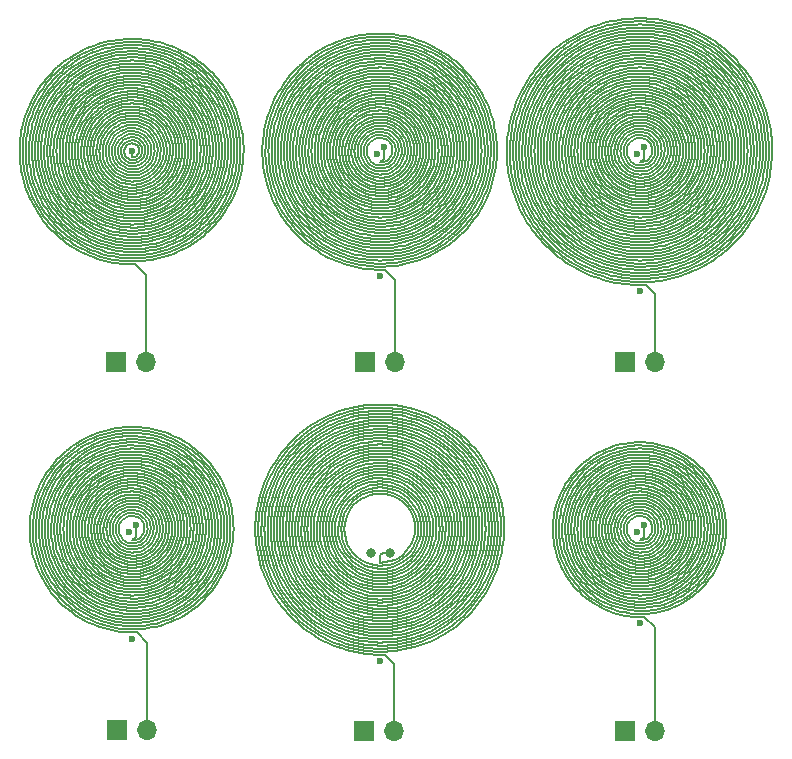
<source format=gbr>
%TF.GenerationSoftware,KiCad,Pcbnew,(5.1.6)-1*%
%TF.CreationDate,2020-09-18T13:43:39+05:30*%
%TF.ProjectId,PCB Electromagnet,50434220-456c-4656-9374-726f6d61676e,rev?*%
%TF.SameCoordinates,Original*%
%TF.FileFunction,Copper,L4,Bot*%
%TF.FilePolarity,Positive*%
%FSLAX46Y46*%
G04 Gerber Fmt 4.6, Leading zero omitted, Abs format (unit mm)*
G04 Created by KiCad (PCBNEW (5.1.6)-1) date 2020-09-18 13:43:39*
%MOMM*%
%LPD*%
G01*
G04 APERTURE LIST*
%TA.AperFunction,ComponentPad*%
%ADD10R,1.700000X1.700000*%
%TD*%
%TA.AperFunction,ComponentPad*%
%ADD11O,1.700000X1.700000*%
%TD*%
%TA.AperFunction,ViaPad*%
%ADD12C,0.600000*%
%TD*%
%TA.AperFunction,ViaPad*%
%ADD13C,0.800000*%
%TD*%
%TA.AperFunction,Conductor*%
%ADD14C,0.130000*%
%TD*%
G04 APERTURE END LIST*
D10*
%TO.P,J1,1*%
%TO.N,Net-(J1-Pad1)*%
X58600000Y-77900000D03*
D11*
%TO.P,J1,2*%
X61140000Y-77900000D03*
%TD*%
D10*
%TO.P,J2,1*%
%TO.N,Net-(J2-Pad1)*%
X79700000Y-77900000D03*
D11*
%TO.P,J2,2*%
X82240000Y-77900000D03*
%TD*%
D10*
%TO.P,J3,1*%
%TO.N,Net-(J3-Pad1)*%
X101700000Y-77900000D03*
D11*
%TO.P,J3,2*%
X104240000Y-77900000D03*
%TD*%
D10*
%TO.P,J4,1*%
%TO.N,Net-(J4-Pad1)*%
X58700000Y-109000000D03*
D11*
%TO.P,J4,2*%
X61240000Y-109000000D03*
%TD*%
%TO.P,J5,2*%
%TO.N,Net-(J5-Pad1)*%
X82140000Y-109100000D03*
D10*
%TO.P,J5,1*%
X79600000Y-109100000D03*
%TD*%
%TO.P,J6,1*%
%TO.N,Net-(J6-Pad1)*%
X101700000Y-109100000D03*
D11*
%TO.P,J6,2*%
X104240000Y-109100000D03*
%TD*%
D12*
%TO.N,Net-(J1-Pad1)*%
X60000000Y-60000000D03*
%TO.N,Net-(J2-Pad1)*%
X80700000Y-60300000D03*
X81300000Y-59700000D03*
X81000000Y-70600000D03*
%TO.N,Net-(J3-Pad1)*%
X102700000Y-60300000D03*
X103300000Y-59700000D03*
X103000000Y-71900000D03*
%TO.N,Net-(J4-Pad1)*%
X59700000Y-92300000D03*
X60300000Y-91700000D03*
X60000000Y-101300000D03*
D13*
%TO.N,Net-(J5-Pad1)*%
X80200000Y-94000000D03*
X81800000Y-94000000D03*
D12*
X81000000Y-103200000D03*
%TO.N,Net-(J6-Pad1)*%
X102700000Y-92300000D03*
X103300000Y-91700000D03*
X103000000Y-100000000D03*
%TD*%
D14*
%TO.N,Net-(J1-Pad1)*%
X60000000Y-60510000D02*
X60073422Y-60510658D01*
X60073422Y-60510658D02*
X60147013Y-60500681D01*
X60147013Y-60500681D02*
X60219226Y-60480038D01*
X60219226Y-60480038D02*
X60288506Y-60448923D01*
X60288506Y-60448923D02*
X60353327Y-60407761D01*
X60353327Y-60407761D02*
X60412227Y-60357197D01*
X60412227Y-60357197D02*
X60463837Y-60298090D01*
X60463837Y-60298090D02*
X60506913Y-60231499D01*
X60506913Y-60231499D02*
X60540369Y-60158667D01*
X60540369Y-60158667D02*
X60563298Y-60080990D01*
X60563298Y-60080990D02*
X60575000Y-60000000D01*
X60575000Y-60000000D02*
X60574996Y-59917328D01*
X60574996Y-59917328D02*
X60563048Y-59834674D01*
X60563048Y-59834674D02*
X60539164Y-59753772D01*
X60539164Y-59753772D02*
X60503605Y-59676353D01*
X60503605Y-59676353D02*
X60456885Y-59604107D01*
X60456885Y-59604107D02*
X60399763Y-59538649D01*
X60399763Y-59538649D02*
X60333231Y-59481482D01*
X60333231Y-59481482D02*
X60258501Y-59433961D01*
X60258501Y-59433961D02*
X60176979Y-59397264D01*
X60176979Y-59397264D02*
X60090241Y-59372363D01*
X60090241Y-59372363D02*
X60000000Y-59360000D01*
X60000000Y-59360000D02*
X59908078Y-59360665D01*
X59908078Y-59360665D02*
X59816362Y-59374585D01*
X59816362Y-59374585D02*
X59726770Y-59401710D01*
X59726770Y-59401710D02*
X59641211Y-59441714D01*
X59641211Y-59441714D02*
X59561541Y-59493991D01*
X59561541Y-59493991D02*
X59489526Y-59557671D01*
X59489526Y-59557671D02*
X59426800Y-59631627D01*
X59426800Y-59631627D02*
X59374835Y-59714497D01*
X59374835Y-59714497D02*
X59334897Y-59804708D01*
X59334897Y-59804708D02*
X59308025Y-59900509D01*
X59308025Y-59900509D02*
X59295000Y-60000000D01*
X59295000Y-60000000D02*
X59296327Y-60101173D01*
X59296327Y-60101173D02*
X59312218Y-60201951D01*
X59312218Y-60201951D02*
X59342584Y-60300232D01*
X59342584Y-60300232D02*
X59387032Y-60393931D01*
X59387032Y-60393931D02*
X59444868Y-60481025D01*
X59444868Y-60481025D02*
X59515105Y-60559598D01*
X59515105Y-60559598D02*
X59596485Y-60627881D01*
X59596485Y-60627881D02*
X59687495Y-60684291D01*
X59687495Y-60684291D02*
X59786395Y-60727470D01*
X59786395Y-60727470D02*
X59891259Y-60756314D01*
X59891259Y-60756314D02*
X60000000Y-60770000D01*
X60000000Y-60770000D02*
X60101212Y-60768783D01*
X60101212Y-60768783D02*
X60202095Y-60754227D01*
X60202095Y-60754227D02*
X60300885Y-60726400D01*
X60300885Y-60726400D02*
X60395833Y-60685603D01*
X60395833Y-60685603D02*
X60485234Y-60632369D01*
X60485234Y-60632369D02*
X60567453Y-60567453D01*
X60567453Y-60567453D02*
X60640963Y-60491829D01*
X60640963Y-60491829D02*
X60704367Y-60406667D01*
X60704367Y-60406667D02*
X60756426Y-60313322D01*
X60756426Y-60313322D02*
X60796084Y-60213310D01*
X60796084Y-60213310D02*
X60822486Y-60108282D01*
X60822486Y-60108282D02*
X60835000Y-60000000D01*
X60835000Y-60000000D02*
X60833227Y-59890304D01*
X60833227Y-59890304D02*
X60817012Y-59781082D01*
X60817012Y-59781082D02*
X60786452Y-59674241D01*
X60786452Y-59674241D02*
X60741895Y-59571667D01*
X60741895Y-59571667D02*
X60683937Y-59475197D01*
X60683937Y-59475197D02*
X60613415Y-59386585D01*
X60613415Y-59386585D02*
X60531398Y-59307469D01*
X60531398Y-59307469D02*
X60439167Y-59239341D01*
X60439167Y-59239341D02*
X60338196Y-59183521D01*
X60338196Y-59183521D02*
X60230133Y-59141131D01*
X60230133Y-59141131D02*
X60116767Y-59113070D01*
X60116767Y-59113070D02*
X60000000Y-59100000D01*
X60000000Y-59100000D02*
X59881819Y-59102329D01*
X59881819Y-59102329D02*
X59764259Y-59120203D01*
X59764259Y-59120203D02*
X59649366Y-59153495D01*
X59649366Y-59153495D02*
X59539167Y-59201813D01*
X59539167Y-59201813D02*
X59435627Y-59264495D01*
X59435627Y-59264495D02*
X59340623Y-59340623D01*
X59340623Y-59340623D02*
X59255901Y-59429033D01*
X59255901Y-59429033D02*
X59183049Y-59528333D01*
X59183049Y-59528333D02*
X59123469Y-59636929D01*
X59123469Y-59636929D02*
X59078346Y-59753043D01*
X59078346Y-59753043D02*
X59048626Y-59874749D01*
X59048626Y-59874749D02*
X59035000Y-60000000D01*
X59035000Y-60000000D02*
X59037885Y-60126665D01*
X59037885Y-60126665D02*
X59057417Y-60252564D01*
X59057417Y-60252564D02*
X59093443Y-60375508D01*
X59093443Y-60375508D02*
X59145522Y-60493333D01*
X59145522Y-60493333D02*
X59212927Y-60603942D01*
X59212927Y-60603942D02*
X59294661Y-60705339D01*
X59294661Y-60705339D02*
X59389463Y-60795667D01*
X59389463Y-60795667D02*
X59495833Y-60873242D01*
X59495833Y-60873242D02*
X59612055Y-60936583D01*
X59612055Y-60936583D02*
X59736220Y-60984439D01*
X59736220Y-60984439D02*
X59866265Y-61015818D01*
X59866265Y-61015818D02*
X60000000Y-61030000D01*
X60000000Y-61030000D02*
X60124755Y-61027454D01*
X60124755Y-61027454D02*
X60248888Y-61009779D01*
X60248888Y-61009779D02*
X60370562Y-60977092D01*
X60370562Y-60977092D02*
X60487959Y-60929729D01*
X60487959Y-60929729D02*
X60599308Y-60868248D01*
X60599308Y-60868248D02*
X60702910Y-60793421D01*
X60702910Y-60793421D02*
X60797164Y-60706226D01*
X60797164Y-60706226D02*
X60880593Y-60607829D01*
X60880593Y-60607829D02*
X60951865Y-60499577D01*
X60951865Y-60499577D02*
X61009818Y-60382973D01*
X61009818Y-60382973D02*
X61053472Y-60259657D01*
X61053472Y-60259657D02*
X61082053Y-60131385D01*
X61082053Y-60131385D02*
X61095000Y-60000000D01*
X61095000Y-60000000D02*
X61091980Y-59867410D01*
X61091980Y-59867410D02*
X61072891Y-59735556D01*
X61072891Y-59735556D02*
X61037868Y-59606389D01*
X61037868Y-59606389D02*
X60987283Y-59481834D01*
X60987283Y-59481834D02*
X60921742Y-59363767D01*
X60921742Y-59363767D02*
X60842075Y-59253987D01*
X60842075Y-59253987D02*
X60749329Y-59154183D01*
X60749329Y-59154183D02*
X60644753Y-59065913D01*
X60644753Y-59065913D02*
X60529784Y-58990580D01*
X60529784Y-58990580D02*
X60406023Y-58929406D01*
X60406023Y-58929406D02*
X60275213Y-58883417D01*
X60275213Y-58883417D02*
X60139220Y-58853421D01*
X60139220Y-58853421D02*
X60000000Y-58840000D01*
X60000000Y-58840000D02*
X59859575Y-58843494D01*
X59859575Y-58843494D02*
X59720001Y-58863998D01*
X59720001Y-58863998D02*
X59583339Y-58901356D01*
X59583339Y-58901356D02*
X59451627Y-58955162D01*
X59451627Y-58955162D02*
X59326843Y-59024764D01*
X59326843Y-59024764D02*
X59210884Y-59109272D01*
X59210884Y-59109272D02*
X59105530Y-59207568D01*
X59105530Y-59207568D02*
X59012419Y-59318322D01*
X59012419Y-59318322D02*
X58933025Y-59440009D01*
X58933025Y-59440009D02*
X58868630Y-59570928D01*
X58868630Y-59570928D02*
X58820306Y-59709231D01*
X58820306Y-59709231D02*
X58788895Y-59852945D01*
X58788895Y-59852945D02*
X58775000Y-60000000D01*
X58775000Y-60000000D02*
X58778968Y-60148260D01*
X58778968Y-60148260D02*
X58800887Y-60295555D01*
X58800887Y-60295555D02*
X58840580Y-60439710D01*
X58840580Y-60439710D02*
X58897607Y-60578580D01*
X58897607Y-60578580D02*
X58971270Y-60710081D01*
X58971270Y-60710081D02*
X59060619Y-60832219D01*
X59060619Y-60832219D02*
X59164465Y-60943124D01*
X59164465Y-60943124D02*
X59281398Y-61041075D01*
X59281398Y-61041075D02*
X59409802Y-61124529D01*
X59409802Y-61124529D02*
X59547879Y-61192146D01*
X59547879Y-61192146D02*
X59693676Y-61242806D01*
X59693676Y-61242806D02*
X59845110Y-61275631D01*
X59845110Y-61275631D02*
X60000000Y-61290000D01*
X60000000Y-61290000D02*
X60144954Y-61286502D01*
X60144954Y-61286502D02*
X60289118Y-61266710D01*
X60289118Y-61266710D02*
X60430660Y-61230756D01*
X60430660Y-61230756D02*
X60567768Y-61178982D01*
X60567768Y-61178982D02*
X60698672Y-61111930D01*
X60698672Y-61111930D02*
X60821670Y-61030342D01*
X60821670Y-61030342D02*
X60935149Y-60935149D01*
X60935149Y-60935149D02*
X61037602Y-60827460D01*
X61037602Y-60827460D02*
X61127655Y-60708553D01*
X61127655Y-60708553D02*
X61204081Y-60579855D01*
X61204081Y-60579855D02*
X61265815Y-60442928D01*
X61265815Y-60442928D02*
X61311974Y-60299450D01*
X61311974Y-60299450D02*
X61341866Y-60151192D01*
X61341866Y-60151192D02*
X61355000Y-60000000D01*
X61355000Y-60000000D02*
X61351094Y-59847768D01*
X61351094Y-59847768D02*
X61330080Y-59696418D01*
X61330080Y-59696418D02*
X61292109Y-59547872D01*
X61292109Y-59547872D02*
X61237545Y-59404030D01*
X61237545Y-59404030D02*
X61166967Y-59266746D01*
X61166967Y-59266746D02*
X61081161Y-59137803D01*
X61081161Y-59137803D02*
X60981111Y-59018889D01*
X60981111Y-59018889D02*
X60867987Y-58911579D01*
X60867987Y-58911579D02*
X60743135Y-58817308D01*
X60743135Y-58817308D02*
X60608057Y-58737356D01*
X60608057Y-58737356D02*
X60464396Y-58672833D01*
X60464396Y-58672833D02*
X60313913Y-58624655D01*
X60313913Y-58624655D02*
X60158470Y-58593542D01*
X60158470Y-58593542D02*
X60000000Y-58580000D01*
X60000000Y-58580000D02*
X59840491Y-58584315D01*
X59840491Y-58584315D02*
X59681954Y-58606549D01*
X59681954Y-58606549D02*
X59526403Y-58646539D01*
X59526403Y-58646539D02*
X59375827Y-58703892D01*
X59375827Y-58703892D02*
X59232164Y-58777996D01*
X59232164Y-58777996D02*
X59097276Y-58868020D01*
X59097276Y-58868020D02*
X58972927Y-58972927D01*
X58972927Y-58972927D02*
X58860760Y-59091486D01*
X58860760Y-59091486D02*
X58762271Y-59222283D01*
X58762271Y-59222283D02*
X58678794Y-59363740D01*
X58678794Y-59363740D02*
X58611480Y-59514136D01*
X58611480Y-59514136D02*
X58561285Y-59671623D01*
X58561285Y-59671623D02*
X58528951Y-59834253D01*
X58528951Y-59834253D02*
X58515000Y-60000000D01*
X58515000Y-60000000D02*
X58519724Y-60166787D01*
X58519724Y-60166787D02*
X58543179Y-60332510D01*
X58543179Y-60332510D02*
X58585186Y-60495065D01*
X58585186Y-60495065D02*
X58645329Y-60652375D01*
X58645329Y-60652375D02*
X58722958Y-60802418D01*
X58722958Y-60802418D02*
X58817201Y-60943251D01*
X58817201Y-60943251D02*
X58926965Y-61073035D01*
X58926965Y-61073035D02*
X59050959Y-61190059D01*
X59050959Y-61190059D02*
X59187701Y-61292766D01*
X59187701Y-61292766D02*
X59335538Y-61379769D01*
X59335538Y-61379769D02*
X59492668Y-61449872D01*
X59492668Y-61449872D02*
X59657159Y-61502085D01*
X59657159Y-61502085D02*
X59826975Y-61535640D01*
X59826975Y-61535640D02*
X60000000Y-61550000D01*
X60000000Y-61550000D02*
X60162472Y-61545819D01*
X60162472Y-61545819D02*
X60324065Y-61524606D01*
X60324065Y-61524606D02*
X60482994Y-61486501D01*
X60482994Y-61486501D02*
X60637492Y-61431830D01*
X60637492Y-61431830D02*
X60785833Y-61361103D01*
X60785833Y-61361103D02*
X60926350Y-61275011D01*
X60926350Y-61275011D02*
X61057449Y-61174417D01*
X61057449Y-61174417D02*
X61177637Y-61060349D01*
X61177637Y-61060349D02*
X61285528Y-60933991D01*
X61285528Y-60933991D02*
X61379867Y-60796667D01*
X61379867Y-60796667D02*
X61459541Y-60649830D01*
X61459541Y-60649830D02*
X61523593Y-60495045D01*
X61523593Y-60495045D02*
X61571231Y-60333975D01*
X61571231Y-60333975D02*
X61601843Y-60168361D01*
X61601843Y-60168361D02*
X61615000Y-60000000D01*
X61615000Y-60000000D02*
X61610462Y-59830734D01*
X61610462Y-59830734D02*
X61588186Y-59662421D01*
X61588186Y-59662421D02*
X61548320Y-59496920D01*
X61548320Y-59496920D02*
X61491211Y-59336070D01*
X61491211Y-59336070D02*
X61417395Y-59181667D01*
X61417395Y-59181667D02*
X61327597Y-59035444D01*
X61327597Y-59035444D02*
X61222721Y-58899057D01*
X61222721Y-58899057D02*
X61103842Y-58774059D01*
X61103842Y-58774059D02*
X60972197Y-58661886D01*
X60972197Y-58661886D02*
X60829167Y-58563841D01*
X60829167Y-58563841D02*
X60676267Y-58481078D01*
X60676267Y-58481078D02*
X60515131Y-58414589D01*
X60515131Y-58414589D02*
X60347490Y-58365189D01*
X60347490Y-58365189D02*
X60175155Y-58333513D01*
X60175155Y-58333513D02*
X60000000Y-58320000D01*
X60000000Y-58320000D02*
X59823939Y-58324894D01*
X59823939Y-58324894D02*
X59648906Y-58348235D01*
X59648906Y-58348235D02*
X59476834Y-58389861D01*
X59476834Y-58389861D02*
X59309632Y-58449409D01*
X59309632Y-58449409D02*
X59149167Y-58526313D01*
X59149167Y-58526313D02*
X58997238Y-58619817D01*
X58997238Y-58619817D02*
X58855564Y-58728975D01*
X58855564Y-58728975D02*
X58725754Y-58852664D01*
X58725754Y-58852664D02*
X58609300Y-58989597D01*
X58609300Y-58989597D02*
X58507550Y-59138333D01*
X58507550Y-59138333D02*
X58421698Y-59297295D01*
X58421698Y-59297295D02*
X58352770Y-59464783D01*
X58352770Y-59464783D02*
X58301610Y-59638996D01*
X58301610Y-59638996D02*
X58268869Y-59818051D01*
X58268869Y-59818051D02*
X58255000Y-60000000D01*
X58255000Y-60000000D02*
X58260250Y-60182855D01*
X58260250Y-60182855D02*
X58284655Y-60364608D01*
X58284655Y-60364608D02*
X58328043Y-60543252D01*
X58328043Y-60543252D02*
X58390028Y-60716806D01*
X58390028Y-60716806D02*
X58470022Y-60883333D01*
X58470022Y-60883333D02*
X58567231Y-61040968D01*
X58567231Y-61040968D02*
X58680670Y-61187930D01*
X58680670Y-61187930D02*
X58809171Y-61322550D01*
X58809171Y-61322550D02*
X58951391Y-61443286D01*
X58951391Y-61443286D02*
X59105833Y-61548742D01*
X59105833Y-61548742D02*
X59270857Y-61637682D01*
X59270857Y-61637682D02*
X59444696Y-61709049D01*
X59444696Y-61709049D02*
X59625482Y-61761970D01*
X59625482Y-61761970D02*
X59811256Y-61795775D01*
X59811256Y-61795775D02*
X60000000Y-61810000D01*
X60000000Y-61810000D02*
X60177809Y-61805327D01*
X60177809Y-61805327D02*
X60354699Y-61783190D01*
X60354699Y-61783190D02*
X60528953Y-61743725D01*
X60528953Y-61743725D02*
X60698876Y-61687235D01*
X60698876Y-61687235D02*
X60862803Y-61614192D01*
X60862803Y-61614192D02*
X61019124Y-61525227D01*
X61019124Y-61525227D02*
X61166292Y-61421131D01*
X61166292Y-61421131D02*
X61302844Y-61302844D01*
X61302844Y-61302844D02*
X61427412Y-61171447D01*
X61427412Y-61171447D02*
X61538738Y-61028152D01*
X61538738Y-61028152D02*
X61635688Y-60874294D01*
X61635688Y-60874294D02*
X61717261Y-60711313D01*
X61717261Y-60711313D02*
X61782600Y-60540746D01*
X61782600Y-60540746D02*
X61831004Y-60364209D01*
X61831004Y-60364209D02*
X61861928Y-60183384D01*
X61861928Y-60183384D02*
X61875000Y-60000000D01*
X61875000Y-60000000D02*
X61870014Y-59815820D01*
X61870014Y-59815820D02*
X61846941Y-59632621D01*
X61846941Y-59632621D02*
X61805926Y-59452178D01*
X61805926Y-59452178D02*
X61747287Y-59276250D01*
X61747287Y-59276250D02*
X61671516Y-59106556D01*
X61671516Y-59106556D02*
X61579273Y-58944764D01*
X61579273Y-58944764D02*
X61471377Y-58792472D01*
X61471377Y-58792472D02*
X61348806Y-58651194D01*
X61348806Y-58651194D02*
X61212682Y-58522342D01*
X61212682Y-58522342D02*
X61064264Y-58407216D01*
X61064264Y-58407216D02*
X60904934Y-58306987D01*
X60904934Y-58306987D02*
X60736187Y-58222687D01*
X60736187Y-58222687D02*
X60559614Y-58155198D01*
X60559614Y-58155198D02*
X60376890Y-58105245D01*
X60376890Y-58105245D02*
X60189755Y-58073385D01*
X60189755Y-58073385D02*
X60000000Y-58060000D01*
X60000000Y-58060000D02*
X59809449Y-58065299D01*
X59809449Y-58065299D02*
X59619940Y-58089308D01*
X59619940Y-58089308D02*
X59433310Y-58131873D01*
X59433310Y-58131873D02*
X59251376Y-58192661D01*
X59251376Y-58192661D02*
X59075915Y-58271159D01*
X59075915Y-58271159D02*
X58908652Y-58366682D01*
X58908652Y-58366682D02*
X58751236Y-58478377D01*
X58751236Y-58478377D02*
X58605232Y-58605232D01*
X58605232Y-58605232D02*
X58472097Y-58746082D01*
X58472097Y-58746082D02*
X58353170Y-58899624D01*
X58353170Y-58899624D02*
X58249662Y-59064425D01*
X58249662Y-59064425D02*
X58162635Y-59238938D01*
X58162635Y-59238938D02*
X58092997Y-59421517D01*
X58092997Y-59421517D02*
X58041494Y-59610429D01*
X58041494Y-59610429D02*
X58008698Y-59803874D01*
X58008698Y-59803874D02*
X57995000Y-60000000D01*
X57995000Y-60000000D02*
X58000612Y-60196923D01*
X58000612Y-60196923D02*
X58025557Y-60392741D01*
X58025557Y-60392741D02*
X58069672Y-60585559D01*
X58069672Y-60585559D02*
X58132608Y-60773499D01*
X58132608Y-60773499D02*
X58213834Y-60954726D01*
X58213834Y-60954726D02*
X58312636Y-61127460D01*
X58312636Y-61127460D02*
X58428132Y-61289999D01*
X58428132Y-61289999D02*
X58559270Y-61440730D01*
X58559270Y-61440730D02*
X58704846Y-61578149D01*
X58704846Y-61578149D02*
X58863512Y-61700875D01*
X58863512Y-61700875D02*
X59033784Y-61807663D01*
X59033784Y-61807663D02*
X59214064Y-61897418D01*
X59214064Y-61897418D02*
X59402649Y-61969204D01*
X59402649Y-61969204D02*
X59597748Y-62022257D01*
X59597748Y-62022257D02*
X59797503Y-62055989D01*
X59797503Y-62055989D02*
X60000000Y-62070000D01*
X60000000Y-62070000D02*
X60191348Y-62064977D01*
X60191348Y-62064977D02*
X60381767Y-62042271D01*
X60381767Y-62042271D02*
X60569621Y-62002012D01*
X60569621Y-62002012D02*
X60753295Y-61944479D01*
X60753295Y-61944479D02*
X60931200Y-61870101D01*
X60931200Y-61870101D02*
X61101792Y-61779454D01*
X61101792Y-61779454D02*
X61263583Y-61673254D01*
X61263583Y-61673254D02*
X61415157Y-61552353D01*
X61415157Y-61552353D02*
X61555179Y-61417733D01*
X61555179Y-61417733D02*
X61682408Y-61270496D01*
X61682408Y-61270496D02*
X61795709Y-61111856D01*
X61795709Y-61111856D02*
X61894060Y-60943130D01*
X61894060Y-60943130D02*
X61976567Y-60765726D01*
X61976567Y-60765726D02*
X62042465Y-60581131D01*
X62042465Y-60581131D02*
X62091131Y-60390900D01*
X62091131Y-60390900D02*
X62122085Y-60196640D01*
X62122085Y-60196640D02*
X62135000Y-60000000D01*
X62135000Y-60000000D02*
X62129700Y-59802654D01*
X62129700Y-59802654D02*
X62106164Y-59606290D01*
X62106164Y-59606290D02*
X62064530Y-59412590D01*
X62064530Y-59412590D02*
X62005090Y-59223224D01*
X62005090Y-59223224D02*
X61928287Y-59039827D01*
X61928287Y-59039827D02*
X61834719Y-58863990D01*
X61834719Y-58863990D02*
X61725125Y-58697246D01*
X61725125Y-58697246D02*
X61600389Y-58541053D01*
X61600389Y-58541053D02*
X61461523Y-58396785D01*
X61461523Y-58396785D02*
X61309667Y-58265721D01*
X61309667Y-58265721D02*
X61146074Y-58149027D01*
X61146074Y-58149027D02*
X60972103Y-58047754D01*
X60972103Y-58047754D02*
X60789207Y-57962822D01*
X60789207Y-57962822D02*
X60598920Y-57895016D01*
X60598920Y-57895016D02*
X60402844Y-57844976D01*
X60402844Y-57844976D02*
X60202638Y-57813192D01*
X60202638Y-57813192D02*
X60000000Y-57800000D01*
X60000000Y-57800000D02*
X59796657Y-57805578D01*
X59796657Y-57805578D02*
X59594346Y-57829942D01*
X59594346Y-57829942D02*
X59394802Y-57872951D01*
X59394802Y-57872951D02*
X59199743Y-57934300D01*
X59199743Y-57934300D02*
X59010854Y-58013527D01*
X59010854Y-58013527D02*
X58829772Y-58110017D01*
X58829772Y-58110017D02*
X58658074Y-58223003D01*
X58658074Y-58223003D02*
X58497262Y-58351575D01*
X58497262Y-58351575D02*
X58348750Y-58494687D01*
X58348750Y-58494687D02*
X58213850Y-58651162D01*
X58213850Y-58651162D02*
X58093763Y-58819708D01*
X58093763Y-58819708D02*
X57989569Y-58998924D01*
X57989569Y-58998924D02*
X57902212Y-59187312D01*
X57902212Y-59187312D02*
X57832498Y-59383292D01*
X57832498Y-59383292D02*
X57781083Y-59585212D01*
X57781083Y-59585212D02*
X57748469Y-59791365D01*
X57748469Y-59791365D02*
X57735000Y-60000000D01*
X57735000Y-60000000D02*
X57740855Y-60209341D01*
X57740855Y-60209341D02*
X57766049Y-60417598D01*
X57766049Y-60417598D02*
X57810432Y-60622986D01*
X57810432Y-60622986D02*
X57873689Y-60823737D01*
X57873689Y-60823737D02*
X57955342Y-61018119D01*
X57955342Y-61018119D02*
X58054753Y-61204446D01*
X58054753Y-61204446D02*
X58171132Y-61381097D01*
X58171132Y-61381097D02*
X58303540Y-61546528D01*
X58303540Y-61546528D02*
X58450896Y-61699286D01*
X58450896Y-61699286D02*
X58611991Y-61838021D01*
X58611991Y-61838021D02*
X58785490Y-61961501D01*
X58785490Y-61961501D02*
X58969951Y-62068617D01*
X58969951Y-62068617D02*
X59163832Y-62158399D01*
X59163832Y-62158399D02*
X59365504Y-62230021D01*
X59365504Y-62230021D02*
X59573269Y-62282810D01*
X59573269Y-62282810D02*
X59785368Y-62316253D01*
X59785368Y-62316253D02*
X60000000Y-62330000D01*
X60000000Y-62330000D02*
X60203388Y-62324731D01*
X60203388Y-62324731D02*
X60405854Y-62301715D01*
X60405854Y-62301715D02*
X60605852Y-62261071D01*
X60605852Y-62261071D02*
X60801847Y-62203057D01*
X60801847Y-62203057D02*
X60992331Y-62128061D01*
X60992331Y-62128061D02*
X61175833Y-62036603D01*
X61175833Y-62036603D02*
X61350932Y-61929331D01*
X61350932Y-61929331D02*
X61516265Y-61807014D01*
X61516265Y-61807014D02*
X61670540Y-61670540D01*
X61670540Y-61670540D02*
X61812546Y-61520907D01*
X61812546Y-61520907D02*
X61941163Y-61359217D01*
X61941163Y-61359217D02*
X62055367Y-61186667D01*
X62055367Y-61186667D02*
X62154243Y-61004540D01*
X62154243Y-61004540D02*
X62236990Y-60814198D01*
X62236990Y-60814198D02*
X62302928Y-60617068D01*
X62302928Y-60617068D02*
X62351502Y-60414633D01*
X62351502Y-60414633D02*
X62382289Y-60208423D01*
X62382289Y-60208423D02*
X62395000Y-60000000D01*
X62395000Y-60000000D02*
X62389484Y-59790947D01*
X62389484Y-59790947D02*
X62365727Y-59582858D01*
X62365727Y-59582858D02*
X62323857Y-59377325D01*
X62323857Y-59377325D02*
X62264137Y-59175921D01*
X62264137Y-59175921D02*
X62186971Y-58980199D01*
X62186971Y-58980199D02*
X62092895Y-58791667D01*
X62092895Y-58791667D02*
X61982575Y-58611786D01*
X61982575Y-58611786D02*
X61856807Y-58441954D01*
X61856807Y-58441954D02*
X61716502Y-58283498D01*
X61716502Y-58283498D02*
X61562688Y-58137661D01*
X61562688Y-58137661D02*
X61396499Y-58005592D01*
X61396499Y-58005592D02*
X61219167Y-57888341D01*
X61219167Y-57888341D02*
X61032010Y-57786847D01*
X61032010Y-57786847D02*
X60836429Y-57701929D01*
X60836429Y-57701929D02*
X60633891Y-57634287D01*
X60633891Y-57634287D02*
X60425920Y-57584485D01*
X60425920Y-57584485D02*
X60214088Y-57552958D01*
X60214088Y-57552958D02*
X60000000Y-57540000D01*
X60000000Y-57540000D02*
X59785282Y-57545764D01*
X59785282Y-57545764D02*
X59571571Y-57570260D01*
X59571571Y-57570260D02*
X59360501Y-57613358D01*
X59360501Y-57613358D02*
X59153690Y-57674783D01*
X59153690Y-57674783D02*
X58952728Y-57754119D01*
X58952728Y-57754119D02*
X58759167Y-57850814D01*
X58759167Y-57850814D02*
X58574503Y-57964180D01*
X58574503Y-57964180D02*
X58400173Y-58093400D01*
X58400173Y-58093400D02*
X58237536Y-58237536D01*
X58237536Y-58237536D02*
X58087868Y-58395531D01*
X58087868Y-58395531D02*
X57952347Y-58566218D01*
X57952347Y-58566218D02*
X57832050Y-58748333D01*
X57832050Y-58748333D02*
X57727937Y-58940519D01*
X57727937Y-58940519D02*
X57640849Y-59141339D01*
X57640849Y-59141339D02*
X57571501Y-59349286D01*
X57571501Y-59349286D02*
X57520473Y-59562792D01*
X57520473Y-59562792D02*
X57488206Y-59780246D01*
X57488206Y-59780246D02*
X57475000Y-60000000D01*
X57475000Y-60000000D02*
X57481011Y-60220383D01*
X57481011Y-60220383D02*
X57506248Y-60439716D01*
X57506248Y-60439716D02*
X57550573Y-60656322D01*
X57550573Y-60656322D02*
X57613703Y-60868541D01*
X57613703Y-60868541D02*
X57695209Y-61074742D01*
X57695209Y-61074742D02*
X57794522Y-61273333D01*
X57794522Y-61273333D02*
X57910935Y-61462779D01*
X57910935Y-61462779D02*
X58043608Y-61641608D01*
X58043608Y-61641608D02*
X58191574Y-61808426D01*
X58191574Y-61808426D02*
X58353750Y-61961925D01*
X58353750Y-61961925D02*
X58528936Y-62100897D01*
X58528936Y-62100897D02*
X58715833Y-62224242D01*
X58715833Y-62224242D02*
X58913049Y-62330973D01*
X58913049Y-62330973D02*
X59119108Y-62420231D01*
X59119108Y-62420231D02*
X59332463Y-62491284D01*
X59332463Y-62491284D02*
X59551505Y-62543540D01*
X59551505Y-62543540D02*
X59774581Y-62576547D01*
X59774581Y-62576547D02*
X60000000Y-62590000D01*
X60000000Y-62590000D02*
X60214163Y-62584563D01*
X60214163Y-62584563D02*
X60427426Y-62561425D01*
X60427426Y-62561425D02*
X60638327Y-62520696D01*
X60638327Y-62520696D02*
X60845415Y-62462609D01*
X60845415Y-62462609D02*
X61047262Y-62387517D01*
X61047262Y-62387517D02*
X61242473Y-62295889D01*
X61242473Y-62295889D02*
X61429694Y-62188309D01*
X61429694Y-62188309D02*
X61607621Y-62065471D01*
X61607621Y-62065471D02*
X61775012Y-61928177D01*
X61775012Y-61928177D02*
X61930694Y-61777329D01*
X61930694Y-61777329D02*
X62073571Y-61613925D01*
X62073571Y-61613925D02*
X62202629Y-61439049D01*
X62202629Y-61439049D02*
X62316950Y-61253871D01*
X62316950Y-61253871D02*
X62415714Y-61059630D01*
X62415714Y-61059630D02*
X62498202Y-60857634D01*
X62498202Y-60857634D02*
X62563809Y-60649245D01*
X62563809Y-60649245D02*
X62612040Y-60435872D01*
X62612040Y-60435872D02*
X62642522Y-60218966D01*
X62642522Y-60218966D02*
X62655000Y-60000000D01*
X62655000Y-60000000D02*
X62649341Y-59780469D01*
X62649341Y-59780469D02*
X62625538Y-59561875D01*
X62625538Y-59561875D02*
X62583707Y-59345717D01*
X62583707Y-59345717D02*
X62524088Y-59133480D01*
X62524088Y-59133480D02*
X62447043Y-58926628D01*
X62447043Y-58926628D02*
X62353055Y-58726590D01*
X62353055Y-58726590D02*
X62242725Y-58534755D01*
X62242725Y-58534755D02*
X62116766Y-58352455D01*
X62116766Y-58352455D02*
X61976000Y-58180964D01*
X61976000Y-58180964D02*
X61821353Y-58021484D01*
X61821353Y-58021484D02*
X61653849Y-57875135D01*
X61653849Y-57875135D02*
X61474601Y-57742955D01*
X61474601Y-57742955D02*
X61284807Y-57625884D01*
X61284807Y-57625884D02*
X61085740Y-57524761D01*
X61085740Y-57524761D02*
X60878739Y-57440320D01*
X60878739Y-57440320D02*
X60665201Y-57373180D01*
X60665201Y-57373180D02*
X60446571Y-57323846D01*
X60446571Y-57323846D02*
X60224333Y-57292700D01*
X60224333Y-57292700D02*
X60000000Y-57280000D01*
X60000000Y-57280000D02*
X59775102Y-57285881D01*
X59775102Y-57285881D02*
X59551177Y-57310348D01*
X59551177Y-57310348D02*
X59329760Y-57353282D01*
X59329760Y-57353282D02*
X59112374Y-57414434D01*
X59112374Y-57414434D02*
X58900517Y-57493432D01*
X58900517Y-57493432D02*
X58695654Y-57589779D01*
X58695654Y-57589779D02*
X58499203Y-57702859D01*
X58499203Y-57702859D02*
X58312531Y-57831940D01*
X58312531Y-57831940D02*
X58136941Y-57976178D01*
X58136941Y-57976178D02*
X57973661Y-58134624D01*
X57973661Y-58134624D02*
X57823841Y-58306228D01*
X57823841Y-58306228D02*
X57688539Y-58489847D01*
X57688539Y-58489847D02*
X57568718Y-58684256D01*
X57568718Y-58684256D02*
X57465236Y-58888149D01*
X57465236Y-58888149D02*
X57378842Y-59100155D01*
X57378842Y-59100155D02*
X57310169Y-59318842D01*
X57310169Y-59318842D02*
X57259733Y-59542730D01*
X57259733Y-59542730D02*
X57227922Y-59770299D01*
X57227922Y-59770299D02*
X57215000Y-60000000D01*
X57215000Y-60000000D02*
X57221103Y-60230266D01*
X57221103Y-60230266D02*
X57246235Y-60459522D01*
X57246235Y-60459522D02*
X57290271Y-60686197D01*
X57290271Y-60686197D02*
X57352956Y-60908731D01*
X57352956Y-60908731D02*
X57433907Y-61125593D01*
X57433907Y-61125593D02*
X57532613Y-61335283D01*
X57532613Y-61335283D02*
X57648443Y-61536349D01*
X57648443Y-61536349D02*
X57780646Y-61727392D01*
X57780646Y-61727392D02*
X57928356Y-61907082D01*
X57928356Y-61907082D02*
X58090601Y-62074161D01*
X58090601Y-62074161D02*
X58266304Y-62227453D01*
X58266304Y-62227453D02*
X58454296Y-62365877D01*
X58454296Y-62365877D02*
X58653319Y-62488448D01*
X58653319Y-62488448D02*
X58862039Y-62594289D01*
X58862039Y-62594289D02*
X59079050Y-62682636D01*
X59079050Y-62682636D02*
X59302886Y-62752842D01*
X59302886Y-62752842D02*
X59532032Y-62804381D01*
X59532032Y-62804381D02*
X59764931Y-62836856D01*
X59764931Y-62836856D02*
X60000000Y-62850000D01*
X60000000Y-62850000D02*
X60223863Y-62844454D01*
X60223863Y-62844454D02*
X60446855Y-62821332D01*
X60446855Y-62821332D02*
X60667595Y-62780735D01*
X60667595Y-62780735D02*
X60884716Y-62722875D01*
X60884716Y-62722875D02*
X61096866Y-62648070D01*
X61096866Y-62648070D02*
X61302726Y-62556743D01*
X61302726Y-62556743D02*
X61501008Y-62449422D01*
X61501008Y-62449422D02*
X61690470Y-62326733D01*
X61690470Y-62326733D02*
X61869923Y-62189399D01*
X61869923Y-62189399D02*
X62038235Y-62038235D01*
X62038235Y-62038235D02*
X62194342Y-61874145D01*
X62194342Y-61874145D02*
X62337250Y-61698112D01*
X62337250Y-61698112D02*
X62466049Y-61511196D01*
X62466049Y-61511196D02*
X62579909Y-61314529D01*
X62579909Y-61314529D02*
X62678096Y-61109304D01*
X62678096Y-61109304D02*
X62759966Y-60896767D01*
X62759966Y-60896767D02*
X62824978Y-60678217D01*
X62824978Y-60678217D02*
X62872692Y-60454990D01*
X62872692Y-60454990D02*
X62902774Y-60228453D01*
X62902774Y-60228453D02*
X62915000Y-60000000D01*
X62915000Y-60000000D02*
X62909254Y-59771037D01*
X62909254Y-59771037D02*
X62885531Y-59542977D01*
X62885531Y-59542977D02*
X62843939Y-59317231D01*
X62843939Y-59317231D02*
X62784693Y-59095198D01*
X62784693Y-59095198D02*
X62708122Y-58878259D01*
X62708122Y-58878259D02*
X62614659Y-58667765D01*
X62614659Y-58667765D02*
X62504844Y-58465030D01*
X62504844Y-58465030D02*
X62379319Y-58271324D01*
X62379319Y-58271324D02*
X62238825Y-58087863D01*
X62238825Y-58087863D02*
X62084197Y-57915803D01*
X62084197Y-57915803D02*
X61916359Y-57756232D01*
X61916359Y-57756232D02*
X61736318Y-57610164D01*
X61736318Y-57610164D02*
X61545159Y-57478530D01*
X61545159Y-57478530D02*
X61344039Y-57362175D01*
X61344039Y-57362175D02*
X61134178Y-57261852D01*
X61134178Y-57261852D02*
X60916853Y-57178215D01*
X60916853Y-57178215D02*
X60693391Y-57111818D01*
X60693391Y-57111818D02*
X60465158Y-57063109D01*
X60465158Y-57063109D02*
X60233553Y-57032426D01*
X60233553Y-57032426D02*
X60000000Y-57020000D01*
X60000000Y-57020000D02*
X59765937Y-57025946D01*
X59765937Y-57025946D02*
X59532808Y-57050269D01*
X59532808Y-57050269D02*
X59302057Y-57092857D01*
X59302057Y-57092857D02*
X59075112Y-57153488D01*
X59075112Y-57153488D02*
X58853385Y-57231826D01*
X58853385Y-57231826D02*
X58638255Y-57327426D01*
X58638255Y-57327426D02*
X58431067Y-57439735D01*
X58431067Y-57439735D02*
X58233118Y-57568095D01*
X58233118Y-57568095D02*
X58045648Y-57711748D01*
X58045648Y-57711748D02*
X57869841Y-57869841D01*
X57869841Y-57869841D02*
X57706806Y-58041427D01*
X57706806Y-58041427D02*
X57557578Y-58225476D01*
X57557578Y-58225476D02*
X57423108Y-58420879D01*
X57423108Y-58420879D02*
X57304260Y-58626452D01*
X57304260Y-58626452D02*
X57201800Y-58840948D01*
X57201800Y-58840948D02*
X57116397Y-59063060D01*
X57116397Y-59063060D02*
X57048614Y-59291435D01*
X57048614Y-59291435D02*
X56998909Y-59524674D01*
X56998909Y-59524674D02*
X56967627Y-59761347D01*
X56967627Y-59761347D02*
X56955000Y-60000000D01*
X56955000Y-60000000D02*
X56961147Y-60239163D01*
X56961147Y-60239163D02*
X56986069Y-60477360D01*
X56986069Y-60477360D02*
X57029653Y-60713117D01*
X57029653Y-60713117D02*
X57091669Y-60944974D01*
X57091669Y-60944974D02*
X57171774Y-61171490D01*
X57171774Y-61171490D02*
X57269511Y-61391254D01*
X57269511Y-61391254D02*
X57384313Y-61602895D01*
X57384313Y-61602895D02*
X57515509Y-61805089D01*
X57515509Y-61805089D02*
X57662322Y-61996566D01*
X57662322Y-61996566D02*
X57823879Y-62176121D01*
X57823879Y-62176121D02*
X57999213Y-62342621D01*
X57999213Y-62342621D02*
X58187270Y-62495008D01*
X58187270Y-62495008D02*
X58386916Y-62632313D01*
X58386916Y-62632313D02*
X58596942Y-62753656D01*
X58596942Y-62753656D02*
X58816073Y-62858252D01*
X58816073Y-62858252D02*
X59042974Y-62945422D01*
X59042974Y-62945422D02*
X59276261Y-63014590D01*
X59276261Y-63014590D02*
X59514506Y-63065291D01*
X59514506Y-63065291D02*
X59756247Y-63097173D01*
X59756247Y-63097173D02*
X60000000Y-63110000D01*
X60000000Y-63110000D02*
X60232642Y-63104390D01*
X60232642Y-63104390D02*
X60464444Y-63081385D01*
X60464444Y-63081385D02*
X60694106Y-63041079D01*
X60694106Y-63041079D02*
X60920338Y-62983662D01*
X60920338Y-62983662D02*
X61141865Y-62909424D01*
X61141865Y-62909424D02*
X61357436Y-62818745D01*
X61357436Y-62818745D02*
X61565833Y-62712103D01*
X61565833Y-62712103D02*
X61765874Y-62590062D01*
X61765874Y-62590062D02*
X61956422Y-62453276D01*
X61956422Y-62453276D02*
X62136390Y-62302481D01*
X62136390Y-62302481D02*
X62304750Y-62138495D01*
X62304750Y-62138495D02*
X62460535Y-61962211D01*
X62460535Y-61962211D02*
X62602849Y-61774592D01*
X62602849Y-61774592D02*
X62730867Y-61576667D01*
X62730867Y-61576667D02*
X62843844Y-61369523D01*
X62843844Y-61369523D02*
X62941118Y-61154304D01*
X62941118Y-61154304D02*
X63022113Y-60932198D01*
X63022113Y-60932198D02*
X63086343Y-60704438D01*
X63086343Y-60704438D02*
X63133417Y-60472287D01*
X63133417Y-60472287D02*
X63163035Y-60237037D01*
X63163035Y-60237037D02*
X63175000Y-60000000D01*
X63175000Y-60000000D02*
X63169209Y-59762501D01*
X63169209Y-59762501D02*
X63145659Y-59525868D01*
X63145659Y-59525868D02*
X63104449Y-59291430D01*
X63104449Y-59291430D02*
X63045775Y-59060503D01*
X63045775Y-59060503D02*
X62969931Y-58834388D01*
X62969931Y-58834388D02*
X62877308Y-58614361D01*
X62877308Y-58614361D02*
X62768395Y-58401667D01*
X62768395Y-58401667D02*
X62643767Y-58197510D01*
X62643767Y-58197510D02*
X62504095Y-58003051D01*
X62504095Y-58003051D02*
X62350129Y-57819399D01*
X62350129Y-57819399D02*
X62182707Y-57647602D01*
X62182707Y-57647602D02*
X62002738Y-57488646D01*
X62002738Y-57488646D02*
X61811208Y-57343446D01*
X61811208Y-57343446D02*
X61609167Y-57212842D01*
X61609167Y-57212842D02*
X61397725Y-57097593D01*
X61397725Y-57097593D02*
X61178051Y-56998375D01*
X61178051Y-56998375D02*
X60951357Y-56915775D01*
X60951357Y-56915775D02*
X60718902Y-56850286D01*
X60718902Y-56850286D02*
X60481974Y-56802309D01*
X60481974Y-56802309D02*
X60241894Y-56772146D01*
X60241894Y-56772146D02*
X60000000Y-56760000D01*
X60000000Y-56760000D02*
X59757643Y-56765973D01*
X59757643Y-56765973D02*
X59516180Y-56790067D01*
X59516180Y-56790067D02*
X59276966Y-56832181D01*
X59276966Y-56832181D02*
X59041344Y-56892113D01*
X59041344Y-56892113D02*
X58810641Y-56969563D01*
X58810641Y-56969563D02*
X58586159Y-57064129D01*
X58586159Y-57064129D02*
X58369167Y-57175314D01*
X58369167Y-57175314D02*
X58160894Y-57302527D01*
X58160894Y-57302527D02*
X57962524Y-57445086D01*
X57962524Y-57445086D02*
X57775187Y-57602222D01*
X57775187Y-57602222D02*
X57599953Y-57773082D01*
X57599953Y-57773082D02*
X57437827Y-57956735D01*
X57437827Y-57956735D02*
X57289740Y-58152176D01*
X57289740Y-58152176D02*
X57156550Y-58358333D01*
X57156550Y-58358333D02*
X57039030Y-58574072D01*
X57039030Y-58574072D02*
X56937869Y-58798202D01*
X56937869Y-58798202D02*
X56853663Y-59029483D01*
X56853663Y-59029483D02*
X56786916Y-59266635D01*
X56786916Y-59266635D02*
X56738035Y-59508338D01*
X56738035Y-59508338D02*
X56707328Y-59753248D01*
X56707328Y-59753248D02*
X56695000Y-60000000D01*
X56695000Y-60000000D02*
X56701155Y-60247214D01*
X56701155Y-60247214D02*
X56725793Y-60493507D01*
X56725793Y-60493507D02*
X56768810Y-60737498D01*
X56768810Y-60737498D02*
X56830001Y-60977815D01*
X56830001Y-60977815D02*
X56909056Y-61213106D01*
X56909056Y-61213106D02*
X57005566Y-61442044D01*
X57005566Y-61442044D02*
X57119022Y-61663333D01*
X57119022Y-61663333D02*
X57248822Y-61875722D01*
X57248822Y-61875722D02*
X57394267Y-62078002D01*
X57394267Y-62078002D02*
X57554574Y-62269024D01*
X57554574Y-62269024D02*
X57728871Y-62447695D01*
X57728871Y-62447695D02*
X57916208Y-62612993D01*
X57916208Y-62612993D02*
X58115560Y-62763965D01*
X58115560Y-62763965D02*
X58325833Y-62899742D01*
X58325833Y-62899742D02*
X58545870Y-63019533D01*
X58545870Y-63019533D02*
X58774455Y-63122638D01*
X58774455Y-63122638D02*
X59010324Y-63208449D01*
X59010324Y-63208449D02*
X59252171Y-63276454D01*
X59252171Y-63276454D02*
X59498650Y-63326239D01*
X59498650Y-63326239D02*
X59748391Y-63357490D01*
X59748391Y-63357490D02*
X60000000Y-63370000D01*
X60000000Y-63370000D02*
X60240624Y-63364361D01*
X60240624Y-63364361D02*
X60480442Y-63341547D01*
X60480442Y-63341547D02*
X60718229Y-63301646D01*
X60718229Y-63301646D02*
X60952768Y-63244831D01*
X60952768Y-63244831D02*
X61182857Y-63171362D01*
X61182857Y-63171362D02*
X61407313Y-63081585D01*
X61407313Y-63081585D02*
X61624981Y-62975930D01*
X61624981Y-62975930D02*
X61834738Y-62854909D01*
X61834738Y-62854909D02*
X62035501Y-62719111D01*
X62035501Y-62719111D02*
X62226229Y-62569205D01*
X62226229Y-62569205D02*
X62405931Y-62405931D01*
X62405931Y-62405931D02*
X62573671Y-62230098D01*
X62573671Y-62230098D02*
X62728572Y-62042583D01*
X62728572Y-62042583D02*
X62869822Y-61844322D01*
X62869822Y-61844322D02*
X62996675Y-61636309D01*
X62996675Y-61636309D02*
X63108461Y-61419586D01*
X63108461Y-61419586D02*
X63204581Y-61195247D01*
X63204581Y-61195247D02*
X63284519Y-60964422D01*
X63284519Y-60964422D02*
X63347838Y-60728278D01*
X63347838Y-60728278D02*
X63394188Y-60488011D01*
X63394188Y-60488011D02*
X63423301Y-60244839D01*
X63423301Y-60244839D02*
X63435000Y-60000000D01*
X63435000Y-60000000D02*
X63429195Y-59754739D01*
X63429195Y-59754739D02*
X63405886Y-59510308D01*
X63405886Y-59510308D02*
X63365161Y-59267954D01*
X63365161Y-59267954D02*
X63307198Y-59028919D01*
X63307198Y-59028919D02*
X63232264Y-58794428D01*
X63232264Y-58794428D02*
X63140711Y-58565685D01*
X63140711Y-58565685D02*
X63032979Y-58343868D01*
X63032979Y-58343868D02*
X62909590Y-58130120D01*
X62909590Y-58130120D02*
X62771146Y-57925546D01*
X62771146Y-57925546D02*
X62618329Y-57731205D01*
X62618329Y-57731205D02*
X62451893Y-57548107D01*
X62451893Y-57548107D02*
X62272664Y-57377205D01*
X62272664Y-57377205D02*
X62081536Y-57219393D01*
X62081536Y-57219393D02*
X61879464Y-57075497D01*
X61879464Y-57075497D02*
X61667460Y-56946276D01*
X61667460Y-56946276D02*
X61446588Y-56832413D01*
X61446588Y-56832413D02*
X61217962Y-56734517D01*
X61217962Y-56734517D02*
X60982734Y-56653114D01*
X60982734Y-56653114D02*
X60742094Y-56588647D01*
X60742094Y-56588647D02*
X60497261Y-56541474D01*
X60497261Y-56541474D02*
X60249476Y-56511865D01*
X60249476Y-56511865D02*
X60000000Y-56500000D01*
X60000000Y-56500000D02*
X59750102Y-56505971D01*
X59750102Y-56505971D02*
X59501057Y-56529776D01*
X59501057Y-56529776D02*
X59254137Y-56571325D01*
X59254137Y-56571325D02*
X59010606Y-56630435D01*
X59010606Y-56630435D02*
X58771713Y-56706835D01*
X58771713Y-56706835D02*
X58538683Y-56800163D01*
X58538683Y-56800163D02*
X58312717Y-56909972D01*
X58312717Y-56909972D02*
X58094978Y-57035728D01*
X58094978Y-57035728D02*
X57886593Y-57176819D01*
X57886593Y-57176819D02*
X57688639Y-57332548D01*
X57688639Y-57332548D02*
X57502145Y-57502145D01*
X57502145Y-57502145D02*
X57328082Y-57684770D01*
X57328082Y-57684770D02*
X57167358Y-57879510D01*
X57167358Y-57879510D02*
X57020815Y-58085394D01*
X57020815Y-58085394D02*
X56889226Y-58301389D01*
X56889226Y-58301389D02*
X56773287Y-58526410D01*
X56773287Y-58526410D02*
X56673616Y-58759323D01*
X56673616Y-58759323D02*
X56590747Y-58998953D01*
X56590747Y-58998953D02*
X56525132Y-59244089D01*
X56525132Y-59244089D02*
X56477136Y-59493489D01*
X56477136Y-59493489D02*
X56447030Y-59745887D01*
X56447030Y-59745887D02*
X56435000Y-60000000D01*
X56435000Y-60000000D02*
X56441136Y-60254535D01*
X56441136Y-60254535D02*
X56465438Y-60508193D01*
X56465438Y-60508193D02*
X56507810Y-60759679D01*
X56507810Y-60759679D02*
X56568068Y-61007706D01*
X56568068Y-61007706D02*
X56645933Y-61251002D01*
X56645933Y-61251002D02*
X56741037Y-61488319D01*
X56741037Y-61488319D02*
X56852922Y-61718434D01*
X56852922Y-61718434D02*
X56981047Y-61940163D01*
X56981047Y-61940163D02*
X57124783Y-62152360D01*
X57124783Y-62152360D02*
X57283424Y-62353927D01*
X57283424Y-62353927D02*
X57456183Y-62543817D01*
X57456183Y-62543817D02*
X57642204Y-62721042D01*
X57642204Y-62721042D02*
X57840557Y-62884678D01*
X57840557Y-62884678D02*
X58050253Y-63033866D01*
X58050253Y-63033866D02*
X58270238Y-63167823D01*
X58270238Y-63167823D02*
X58499408Y-63285839D01*
X58499408Y-63285839D02*
X58736608Y-63387286D01*
X58736608Y-63387286D02*
X58980640Y-63471620D01*
X58980640Y-63471620D02*
X59230272Y-63538382D01*
X59230272Y-63538382D02*
X59484238Y-63587203D01*
X59484238Y-63587203D02*
X59741250Y-63617804D01*
X59741250Y-63617804D02*
X60000000Y-63630000D01*
X60000000Y-63630000D02*
X60247913Y-63624357D01*
X60247913Y-63624357D02*
X60495055Y-63601790D01*
X60495055Y-63601790D02*
X60740270Y-63562376D01*
X60740270Y-63562376D02*
X60982412Y-63506275D01*
X60982412Y-63506275D02*
X61220345Y-63433722D01*
X61220345Y-63433722D02*
X61452951Y-63345030D01*
X61452951Y-63345030D02*
X61679137Y-63240588D01*
X61679137Y-63240588D02*
X61897837Y-63120860D01*
X61897837Y-63120860D02*
X62108017Y-62986380D01*
X62108017Y-62986380D02*
X62308684Y-62837754D01*
X62308684Y-62837754D02*
X62498886Y-62675654D01*
X62498886Y-62675654D02*
X62677719Y-62500815D01*
X62677719Y-62500815D02*
X62844331Y-62314035D01*
X62844331Y-62314035D02*
X62997924Y-62116166D01*
X62997924Y-62116166D02*
X63137762Y-61908116D01*
X63137762Y-61908116D02*
X63263171Y-61690839D01*
X63263171Y-61690839D02*
X63373543Y-61465337D01*
X63373543Y-61465337D02*
X63468340Y-61232648D01*
X63468340Y-61232648D02*
X63547094Y-60993849D01*
X63547094Y-60993849D02*
X63609415Y-60750045D01*
X63609415Y-60750045D02*
X63654985Y-60502366D01*
X63654985Y-60502366D02*
X63683567Y-60251963D01*
X63683567Y-60251963D02*
X63695000Y-60000000D01*
X63695000Y-60000000D02*
X63689206Y-59747651D01*
X63689206Y-59747651D02*
X63666184Y-59496095D01*
X63666184Y-59496095D02*
X63626017Y-59246505D01*
X63626017Y-59246505D02*
X63568865Y-59000051D01*
X63568865Y-59000051D02*
X63494969Y-58757888D01*
X63494969Y-58757888D02*
X63404648Y-58521152D01*
X63404648Y-58521152D02*
X63298301Y-58290958D01*
X63298301Y-58290958D02*
X63176397Y-58068390D01*
X63176397Y-58068390D02*
X63039483Y-57854498D01*
X63039483Y-57854498D02*
X62888175Y-57650295D01*
X62888175Y-57650295D02*
X62723158Y-57456748D01*
X62723158Y-57456748D02*
X62545181Y-57274776D01*
X62545181Y-57274776D02*
X62355056Y-57105248D01*
X62355056Y-57105248D02*
X62153650Y-56948973D01*
X62153650Y-56948973D02*
X61941889Y-56806700D01*
X61941889Y-56806700D02*
X61720743Y-56679116D01*
X61720743Y-56679116D02*
X61491233Y-56566838D01*
X61491233Y-56566838D02*
X61254415Y-56470413D01*
X61254415Y-56470413D02*
X61011386Y-56390316D01*
X61011386Y-56390316D02*
X60763270Y-56326945D01*
X60763270Y-56326945D02*
X60511217Y-56280620D01*
X60511217Y-56280620D02*
X60256399Y-56251585D01*
X60256399Y-56251585D02*
X60000000Y-56240000D01*
X60000000Y-56240000D02*
X59743216Y-56245946D01*
X59743216Y-56245946D02*
X59487244Y-56269421D01*
X59487244Y-56269421D02*
X59233280Y-56310343D01*
X59233280Y-56310343D02*
X58982514Y-56368546D01*
X58982514Y-56368546D02*
X58736121Y-56443784D01*
X58736121Y-56443784D02*
X58495256Y-56535733D01*
X58495256Y-56535733D02*
X58261054Y-56643987D01*
X58261054Y-56643987D02*
X58034617Y-56768066D01*
X58034617Y-56768066D02*
X57817014Y-56907414D01*
X57817014Y-56907414D02*
X57609274Y-57061403D01*
X57609274Y-57061403D02*
X57412382Y-57229337D01*
X57412382Y-57229337D02*
X57227272Y-57410453D01*
X57227272Y-57410453D02*
X57054827Y-57603924D01*
X57054827Y-57603924D02*
X56895870Y-57808866D01*
X56895870Y-57808866D02*
X56751163Y-58024339D01*
X56751163Y-58024339D02*
X56621404Y-58249353D01*
X56621404Y-58249353D02*
X56507219Y-58482871D01*
X56507219Y-58482871D02*
X56409167Y-58723817D01*
X56409167Y-58723817D02*
X56327727Y-58971077D01*
X56327727Y-58971077D02*
X56263304Y-59223506D01*
X56263304Y-59223506D02*
X56216226Y-59479932D01*
X56216226Y-59479932D02*
X56186736Y-59739166D01*
X56186736Y-59739166D02*
X56175000Y-60000000D01*
X56175000Y-60000000D02*
X56181097Y-60261220D01*
X56181097Y-60261220D02*
X56205027Y-60521607D01*
X56205027Y-60521607D02*
X56246702Y-60779944D01*
X56246702Y-60779944D02*
X56305956Y-61035023D01*
X56305956Y-61035023D02*
X56382537Y-61285647D01*
X56382537Y-61285647D02*
X56476114Y-61530640D01*
X56476114Y-61530640D02*
X56586274Y-61768850D01*
X56586274Y-61768850D02*
X56712528Y-61999156D01*
X56712528Y-61999156D02*
X56854311Y-62220470D01*
X56854311Y-62220470D02*
X57010982Y-62431746D01*
X57010982Y-62431746D02*
X57181833Y-62631984D01*
X57181833Y-62631984D02*
X57366087Y-62820232D01*
X57366087Y-62820232D02*
X57562903Y-62995595D01*
X57562903Y-62995595D02*
X57771381Y-63157233D01*
X57771381Y-63157233D02*
X57990566Y-63304374D01*
X57990566Y-63304374D02*
X58219448Y-63436309D01*
X58219448Y-63436309D02*
X58456975Y-63552399D01*
X58456975Y-63552399D02*
X58702050Y-63652080D01*
X58702050Y-63652080D02*
X58953540Y-63734863D01*
X58953540Y-63734863D02*
X59210281Y-63800336D01*
X59210281Y-63800336D02*
X59471081Y-63848169D01*
X59471081Y-63848169D02*
X59734730Y-63878112D01*
X59734730Y-63878112D02*
X60000000Y-63890000D01*
X60000000Y-63890000D02*
X60254595Y-63884374D01*
X60254595Y-63884374D02*
X60508454Y-63862091D01*
X60508454Y-63862091D02*
X60760486Y-63823224D01*
X60760486Y-63823224D02*
X61009610Y-63767916D01*
X61009610Y-63767916D02*
X61254752Y-63696381D01*
X61254752Y-63696381D02*
X61494857Y-63608904D01*
X61494857Y-63608904D02*
X61728888Y-63505838D01*
X61728888Y-63505838D02*
X61955833Y-63387603D01*
X61955833Y-63387603D02*
X62174710Y-63254684D01*
X62174710Y-63254684D02*
X62384569Y-63107631D01*
X62384569Y-63107631D02*
X62584498Y-62947055D01*
X62584498Y-62947055D02*
X62773626Y-62773626D01*
X62773626Y-62773626D02*
X62951128Y-62588070D01*
X62951128Y-62588070D02*
X63116226Y-62391164D01*
X63116226Y-62391164D02*
X63268195Y-62183738D01*
X63268195Y-62183738D02*
X63406367Y-61966667D01*
X63406367Y-61966667D02*
X63530128Y-61740867D01*
X63530128Y-61740867D02*
X63638931Y-61507294D01*
X63638931Y-61507294D02*
X63732286Y-61266940D01*
X63732286Y-61266940D02*
X63809772Y-61020825D01*
X63809772Y-61020825D02*
X63871037Y-60769997D01*
X63871037Y-60769997D02*
X63915794Y-60515524D01*
X63915794Y-60515524D02*
X63943830Y-60258492D01*
X63943830Y-60258492D02*
X63955000Y-60000000D01*
X63955000Y-60000000D02*
X63949235Y-59741153D01*
X63949235Y-59741153D02*
X63926535Y-59483062D01*
X63926535Y-59483062D02*
X63886975Y-59226833D01*
X63886975Y-59226833D02*
X63830701Y-58973567D01*
X63830701Y-58973567D02*
X63757932Y-58724354D01*
X63757932Y-58724354D02*
X63668957Y-58480268D01*
X63668957Y-58480268D02*
X63564135Y-58242363D01*
X63564135Y-58242363D02*
X63443894Y-58011667D01*
X63443894Y-58011667D02*
X63308729Y-57789178D01*
X63308729Y-57789178D02*
X63159199Y-57575861D01*
X63159199Y-57575861D02*
X62995925Y-57372644D01*
X62995925Y-57372644D02*
X62819588Y-57180412D01*
X62819588Y-57180412D02*
X62630927Y-57000003D01*
X62630927Y-57000003D02*
X62430734Y-56832206D01*
X62430734Y-56832206D02*
X62219850Y-56677759D01*
X62219850Y-56677759D02*
X61999167Y-56537342D01*
X61999167Y-56537342D02*
X61769615Y-56411575D01*
X61769615Y-56411575D02*
X61532169Y-56301017D01*
X61532169Y-56301017D02*
X61287834Y-56206164D01*
X61287834Y-56206164D02*
X61037649Y-56127442D01*
X61037649Y-56127442D02*
X60782678Y-56065212D01*
X60782678Y-56065212D02*
X60524008Y-56019762D01*
X60524008Y-56019762D02*
X60262743Y-55991310D01*
X60262743Y-55991310D02*
X60000000Y-55980000D01*
X60000000Y-55980000D02*
X59736902Y-55985905D01*
X59736902Y-55985905D02*
X59474578Y-56009021D01*
X59474578Y-56009021D02*
X59214152Y-56049274D01*
X59214152Y-56049274D02*
X58956744Y-56106514D01*
X58956744Y-56106514D02*
X58703461Y-56180518D01*
X58703461Y-56180518D02*
X58455394Y-56270991D01*
X58455394Y-56270991D02*
X58213614Y-56377568D01*
X58213614Y-56377568D02*
X57979167Y-56499814D01*
X57979167Y-56499814D02*
X57753066Y-56637225D01*
X57753066Y-56637225D02*
X57536292Y-56789233D01*
X57536292Y-56789233D02*
X57329787Y-56955205D01*
X57329787Y-56955205D02*
X57134450Y-57134450D01*
X57134450Y-57134450D02*
X56951133Y-57326215D01*
X56951133Y-57326215D02*
X56780638Y-57529697D01*
X56780638Y-57529697D02*
X56623714Y-57744038D01*
X56623714Y-57744038D02*
X56481050Y-57968333D01*
X56481050Y-57968333D02*
X56353278Y-58201636D01*
X56353278Y-58201636D02*
X56240965Y-58442957D01*
X56240965Y-58442957D02*
X56144613Y-58691273D01*
X56144613Y-58691273D02*
X56064657Y-58945528D01*
X56064657Y-58945528D02*
X56001461Y-59204641D01*
X56001461Y-59204641D02*
X55955318Y-59467508D01*
X55955318Y-59467508D02*
X55926449Y-59733005D01*
X55926449Y-59733005D02*
X55915000Y-60000000D01*
X55915000Y-60000000D02*
X55921044Y-60267349D01*
X55921044Y-60267349D02*
X55944577Y-60533907D01*
X55944577Y-60533907D02*
X55985523Y-60798529D01*
X55985523Y-60798529D02*
X56043729Y-61060080D01*
X56043729Y-61060080D02*
X56118967Y-61317433D01*
X56118967Y-61317433D02*
X56210939Y-61569480D01*
X56210939Y-61569480D02*
X56319272Y-61815134D01*
X56319272Y-61815134D02*
X56443522Y-62053333D01*
X56443522Y-62053333D02*
X56583180Y-62283046D01*
X56583180Y-62283046D02*
X56737665Y-62503278D01*
X56737665Y-62503278D02*
X56906336Y-62713071D01*
X56906336Y-62713071D02*
X57088488Y-62911512D01*
X57088488Y-62911512D02*
X57283358Y-63097737D01*
X57283358Y-63097737D02*
X57490127Y-63270930D01*
X57490127Y-63270930D02*
X57707926Y-63430332D01*
X57707926Y-63430332D02*
X57935833Y-63575242D01*
X57935833Y-63575242D02*
X58172887Y-63705019D01*
X58172887Y-63705019D02*
X58418082Y-63819087D01*
X58418082Y-63819087D02*
X58670379Y-63916937D01*
X58670379Y-63916937D02*
X58928705Y-63998128D01*
X58928705Y-63998128D02*
X59191960Y-64062290D01*
X59191960Y-64062290D02*
X59459023Y-64109126D01*
X59459023Y-64109126D02*
X59728754Y-64138412D01*
X59728754Y-64138412D02*
X60000000Y-64150000D01*
X60000000Y-64150000D02*
X60260744Y-64144406D01*
X60260744Y-64144406D02*
X60520785Y-64122435D01*
X60520785Y-64122435D02*
X60779094Y-64084154D01*
X60779094Y-64084154D02*
X61034649Y-64029693D01*
X61034649Y-64029693D02*
X61286438Y-63959248D01*
X61286438Y-63959248D02*
X61533460Y-63873077D01*
X61533460Y-63873077D02*
X61774733Y-63771500D01*
X61774733Y-63771500D02*
X62009298Y-63654900D01*
X62009298Y-63654900D02*
X62236220Y-63523718D01*
X62236220Y-63523718D02*
X62454591Y-63378455D01*
X62454591Y-63378455D02*
X62663540Y-63219667D01*
X62663540Y-63219667D02*
X62862228Y-63047964D01*
X62862228Y-63047964D02*
X63049859Y-62864008D01*
X63049859Y-62864008D02*
X63225677Y-62668512D01*
X63225677Y-62668512D02*
X63388972Y-62462232D01*
X63388972Y-62462232D02*
X63539085Y-62245972D01*
X63539085Y-62245972D02*
X63675405Y-62020571D01*
X63675405Y-62020571D02*
X63797378Y-61786911D01*
X63797378Y-61786911D02*
X63904503Y-61545902D01*
X63904503Y-61545902D02*
X63996339Y-61298489D01*
X63996339Y-61298489D02*
X64072505Y-61045641D01*
X64072505Y-61045641D02*
X64132679Y-60788351D01*
X64132679Y-60788351D02*
X64176604Y-60527628D01*
X64176604Y-60527628D02*
X64204088Y-60264499D01*
X64204088Y-60264499D02*
X64215000Y-60000000D01*
X64215000Y-60000000D02*
X64209278Y-59735175D01*
X64209278Y-59735175D02*
X64186922Y-59471069D01*
X64186922Y-59471069D02*
X64148003Y-59208726D01*
X64148003Y-59208726D02*
X64092651Y-58949186D01*
X64092651Y-58949186D02*
X64021067Y-58693476D01*
X64021067Y-58693476D02*
X63933512Y-58442612D01*
X63933512Y-58442612D02*
X63830314Y-58197591D01*
X63830314Y-58197591D02*
X63711860Y-57959388D01*
X63711860Y-57959388D02*
X63578599Y-57728952D01*
X63578599Y-57728952D02*
X63431041Y-57507203D01*
X63431041Y-57507203D02*
X63269750Y-57295028D01*
X63269750Y-57295028D02*
X63095347Y-57093276D01*
X63095347Y-57093276D02*
X62908504Y-56902758D01*
X62908504Y-56902758D02*
X62709944Y-56724240D01*
X62709944Y-56724240D02*
X62500438Y-56558442D01*
X62500438Y-56558442D02*
X62280800Y-56406034D01*
X62280800Y-56406034D02*
X62051885Y-56267635D01*
X62051885Y-56267635D02*
X61814586Y-56143808D01*
X61814586Y-56143808D02*
X61569830Y-56035061D01*
X61569830Y-56035061D02*
X61318576Y-55941842D01*
X61318576Y-55941842D02*
X61061806Y-55864537D01*
X61061806Y-55864537D02*
X60800530Y-55803472D01*
X60800530Y-55803472D02*
X60535775Y-55758908D01*
X60535775Y-55758908D02*
X60268580Y-55731040D01*
X60268580Y-55731040D02*
X60000000Y-55720000D01*
X60000000Y-55720000D02*
X59731093Y-55725851D01*
X59731093Y-55725851D02*
X59462922Y-55748590D01*
X59462922Y-55748590D02*
X59196546Y-55788149D01*
X59196546Y-55788149D02*
X58933021Y-55844391D01*
X58933021Y-55844391D02*
X58673390Y-55917114D01*
X58673390Y-55917114D02*
X58418684Y-56006052D01*
X58418684Y-56006052D02*
X58169915Y-56110872D01*
X58169915Y-56110872D02*
X57928074Y-56231180D01*
X57928074Y-56231180D02*
X57694123Y-56366519D01*
X57694123Y-56366519D02*
X57468997Y-56516373D01*
X57468997Y-56516373D02*
X57253595Y-56680167D01*
X57253595Y-56680167D02*
X57048781Y-56857270D01*
X57048781Y-56857270D02*
X56855375Y-57047001D01*
X56855375Y-57047001D02*
X56674157Y-57248623D01*
X56674157Y-57248623D02*
X56505856Y-57461355D01*
X56505856Y-57461355D02*
X56351152Y-57684371D01*
X56351152Y-57684371D02*
X56210675Y-57916801D01*
X56210675Y-57916801D02*
X56084994Y-58157738D01*
X56084994Y-58157738D02*
X55974626Y-58406242D01*
X55974626Y-58406242D02*
X55880023Y-58661338D01*
X55880023Y-58661338D02*
X55801579Y-58922029D01*
X55801579Y-58922029D02*
X55739624Y-59187290D01*
X55739624Y-59187290D02*
X55694421Y-59456079D01*
X55694421Y-59456079D02*
X55666169Y-59727338D01*
X55666169Y-59727338D02*
X55655000Y-60000000D01*
X55655000Y-60000000D02*
X55660979Y-60272988D01*
X55660979Y-60272988D02*
X55684103Y-60545225D01*
X55684103Y-60545225D02*
X55724300Y-60815633D01*
X55724300Y-60815633D02*
X55781433Y-61083144D01*
X55781433Y-61083144D02*
X55855296Y-61346696D01*
X55855296Y-61346696D02*
X55945617Y-61605244D01*
X55945617Y-61605244D02*
X56052059Y-61857760D01*
X56052059Y-61857760D02*
X56174220Y-62103240D01*
X56174220Y-62103240D02*
X56311638Y-62340706D01*
X56311638Y-62340706D02*
X56463787Y-62569209D01*
X56463787Y-62569209D02*
X56630083Y-62787838D01*
X56630083Y-62787838D02*
X56809887Y-62995715D01*
X56809887Y-62995715D02*
X57002505Y-63192008D01*
X57002505Y-63192008D02*
X57207191Y-63375927D01*
X57207191Y-63375927D02*
X57423149Y-63546731D01*
X57423149Y-63546731D02*
X57649542Y-63703729D01*
X57649542Y-63703729D02*
X57885487Y-63846285D01*
X57885487Y-63846285D02*
X58130063Y-63973819D01*
X58130063Y-63973819D02*
X58382313Y-64085810D01*
X58382313Y-64085810D02*
X58641252Y-64181796D01*
X58641252Y-64181796D02*
X58905864Y-64261378D01*
X58905864Y-64261378D02*
X59175110Y-64324225D01*
X59175110Y-64324225D02*
X59447932Y-64370067D01*
X59447932Y-64370067D02*
X59723257Y-64398703D01*
X59723257Y-64398703D02*
X60000000Y-64410000D01*
X60000000Y-64410000D02*
X60266420Y-64404450D01*
X60266420Y-64404450D02*
X60532169Y-64382810D01*
X60532169Y-64382810D02*
X60796277Y-64345141D01*
X60796277Y-64345141D02*
X61057775Y-64291563D01*
X61057775Y-64291563D02*
X61315707Y-64222253D01*
X61315707Y-64222253D02*
X61569127Y-64137447D01*
X61569127Y-64137447D02*
X61817103Y-64037437D01*
X61817103Y-64037437D02*
X62058724Y-63922570D01*
X62058724Y-63922570D02*
X62293100Y-63793250D01*
X62293100Y-63793250D02*
X62519367Y-63649933D01*
X62519367Y-63649933D02*
X62736690Y-63493127D01*
X62736690Y-63493127D02*
X62944265Y-63323388D01*
X62944265Y-63323388D02*
X63141322Y-63141322D01*
X63141322Y-63141322D02*
X63327130Y-62947580D01*
X63327130Y-62947580D02*
X63500999Y-62742857D01*
X63500999Y-62742857D02*
X63662278Y-62527888D01*
X63662278Y-62527888D02*
X63810366Y-62303447D01*
X63810366Y-62303447D02*
X63944707Y-62070342D01*
X63944707Y-62070342D02*
X64064794Y-61829415D01*
X64064794Y-61829415D02*
X64170172Y-61581538D01*
X64170172Y-61581538D02*
X64260442Y-61327607D01*
X64260442Y-61327607D02*
X64335255Y-61068544D01*
X64335255Y-61068544D02*
X64394322Y-60805289D01*
X64394322Y-60805289D02*
X64437409Y-60538799D01*
X64437409Y-60538799D02*
X64464340Y-60270043D01*
X64464340Y-60270043D02*
X64475000Y-60000000D01*
X64475000Y-60000000D02*
X64469331Y-59729655D01*
X64469331Y-59729655D02*
X64447336Y-59459996D01*
X64447336Y-59459996D02*
X64409076Y-59192007D01*
X64409076Y-59192007D02*
X64354674Y-58926669D01*
X64354674Y-58926669D02*
X64284310Y-58664955D01*
X64284310Y-58664955D02*
X64198223Y-58407824D01*
X64198223Y-58407824D02*
X64096710Y-58156220D01*
X64096710Y-58156220D02*
X63980125Y-57911069D01*
X63980125Y-57911069D02*
X63848876Y-57673273D01*
X63848876Y-57673273D02*
X63703427Y-57443709D01*
X63703427Y-57443709D02*
X63544294Y-57223223D01*
X63544294Y-57223223D02*
X63372041Y-57012632D01*
X63372041Y-57012632D02*
X63187284Y-56812716D01*
X63187284Y-56812716D02*
X62990683Y-56624217D01*
X62990683Y-56624217D02*
X62782944Y-56447835D01*
X62782944Y-56447835D02*
X62564812Y-56284228D01*
X62564812Y-56284228D02*
X62337074Y-56134008D01*
X62337074Y-56134008D02*
X62100549Y-55997739D01*
X62100549Y-55997739D02*
X61856092Y-55875933D01*
X61856092Y-55875933D02*
X61604587Y-55769052D01*
X61604587Y-55769052D02*
X61346945Y-55677501D01*
X61346945Y-55677501D02*
X61084100Y-55601634D01*
X61084100Y-55601634D02*
X60817006Y-55541743D01*
X60817006Y-55541743D02*
X60546634Y-55498065D01*
X60546634Y-55498065D02*
X60273967Y-55470778D01*
X60273967Y-55470778D02*
X60000000Y-55460000D01*
X60000000Y-55460000D02*
X59725731Y-55465788D01*
X59725731Y-55465788D02*
X59452161Y-55488138D01*
X59452161Y-55488138D02*
X59180290Y-55526988D01*
X59180290Y-55526988D02*
X58911114Y-55582215D01*
X58911114Y-55582215D02*
X58645617Y-55653633D01*
X58645617Y-55653633D02*
X58384775Y-55741001D01*
X58384775Y-55741001D02*
X58129544Y-55844016D01*
X58129544Y-55844016D02*
X57880862Y-55962321D01*
X57880862Y-55962321D02*
X57639646Y-56095498D01*
X57639646Y-56095498D02*
X57406784Y-56243079D01*
X57406784Y-56243079D02*
X57183137Y-56404539D01*
X57183137Y-56404539D02*
X56969529Y-56579306D01*
X56969529Y-56579306D02*
X56766754Y-56766754D01*
X56766754Y-56766754D02*
X56575563Y-56966214D01*
X56575563Y-56966214D02*
X56396668Y-57176969D01*
X56396668Y-57176969D02*
X56230734Y-57398263D01*
X56230734Y-57398263D02*
X56078382Y-57629299D01*
X56078382Y-57629299D02*
X55940184Y-57869244D01*
X55940184Y-57869244D02*
X55816659Y-58117231D01*
X55816659Y-58117231D02*
X55708275Y-58372364D01*
X55708275Y-58372364D02*
X55615444Y-58633717D01*
X55615444Y-58633717D02*
X55538522Y-58900345D01*
X55538522Y-58900345D02*
X55477807Y-59171277D01*
X55477807Y-59171277D02*
X55433539Y-59445531D01*
X55433539Y-59445531D02*
X55405897Y-59722108D01*
X55405897Y-59722108D02*
X55395000Y-60000000D01*
X55395000Y-60000000D02*
X55400906Y-60278194D01*
X55400906Y-60278194D02*
X55423612Y-60555674D01*
X55423612Y-60555674D02*
X55463053Y-60831426D01*
X55463053Y-60831426D02*
X55519104Y-61104442D01*
X55519104Y-61104442D02*
X55591576Y-61373720D01*
X55591576Y-61373720D02*
X55680225Y-61638275D01*
X55680225Y-61638275D02*
X55784743Y-61897133D01*
X55784743Y-61897133D02*
X55904766Y-62149345D01*
X55904766Y-62149345D02*
X56039872Y-62393981D01*
X56039872Y-62393981D02*
X56189585Y-62630140D01*
X56189585Y-62630140D02*
X56353373Y-62856950D01*
X56353373Y-62856950D02*
X56530653Y-63073574D01*
X56530653Y-63073574D02*
X56720792Y-63279208D01*
X56720792Y-63279208D02*
X56923111Y-63473090D01*
X56923111Y-63473090D02*
X57136883Y-63654499D01*
X57136883Y-63654499D02*
X57361339Y-63822760D01*
X57361339Y-63822760D02*
X57595673Y-63977243D01*
X57595673Y-63977243D02*
X57839037Y-64117371D01*
X57839037Y-64117371D02*
X58090554Y-64242614D01*
X58090554Y-64242614D02*
X58349314Y-64352501D01*
X58349314Y-64352501D02*
X58614380Y-64446612D01*
X58614380Y-64446612D02*
X58884789Y-64524589D01*
X58884789Y-64524589D02*
X59159561Y-64586128D01*
X59159561Y-64586128D02*
X59437696Y-64630987D01*
X59437696Y-64630987D02*
X59718183Y-64658984D01*
X59718183Y-64658984D02*
X60000000Y-64670000D01*
X60000000Y-64670000D02*
X60271676Y-64664502D01*
X60271676Y-64664502D02*
X60542713Y-64643205D01*
X60542713Y-64643205D02*
X60812191Y-64606165D01*
X60812191Y-64606165D02*
X61079197Y-64553490D01*
X61079197Y-64553490D02*
X61342823Y-64485342D01*
X61342823Y-64485342D02*
X61602174Y-64401938D01*
X61602174Y-64401938D02*
X61856367Y-64303543D01*
X61856367Y-64303543D02*
X62104536Y-64190475D01*
X62104536Y-64190475D02*
X62345833Y-64063103D01*
X62345833Y-64063103D02*
X62579436Y-63921842D01*
X62579436Y-63921842D02*
X62804544Y-63767157D01*
X62804544Y-63767157D02*
X63020388Y-63599558D01*
X63020388Y-63599558D02*
X63226225Y-63419599D01*
X63226225Y-63419599D02*
X63421350Y-63227877D01*
X63421350Y-63227877D02*
X63605090Y-63025030D01*
X63605090Y-63025030D02*
X63776812Y-62811732D01*
X63776812Y-62811732D02*
X63935921Y-62588696D01*
X63935921Y-62588696D02*
X64081866Y-62356667D01*
X64081866Y-62356667D02*
X64214140Y-62116421D01*
X64214140Y-62116421D02*
X64332280Y-61868763D01*
X64332280Y-61868763D02*
X64435871Y-61614525D01*
X64435871Y-61614525D02*
X64524549Y-61354561D01*
X64524549Y-61354561D02*
X64597997Y-61089745D01*
X64597997Y-61089745D02*
X64655952Y-60820970D01*
X64655952Y-60820970D02*
X64698201Y-60549141D01*
X64698201Y-60549141D02*
X64724586Y-60275176D01*
X64724586Y-60275176D02*
X64735000Y-60000000D01*
X64735000Y-60000000D02*
X64729392Y-59724544D01*
X64729392Y-59724544D02*
X64707766Y-59449741D01*
X64707766Y-59449741D02*
X64670177Y-59176522D01*
X64670177Y-59176522D02*
X64616738Y-58905813D01*
X64616738Y-58905813D02*
X64547612Y-58638534D01*
X64547612Y-58638534D02*
X64463018Y-58375594D01*
X64463018Y-58375594D02*
X64363227Y-58117888D01*
X64363227Y-58117888D02*
X64248561Y-57866292D01*
X64248561Y-57866292D02*
X64119394Y-57621667D01*
X64119394Y-57621667D02*
X63976148Y-57384846D01*
X63976148Y-57384846D02*
X63819295Y-57156640D01*
X63819295Y-57156640D02*
X63649351Y-56937831D01*
X63649351Y-56937831D02*
X63466878Y-56729169D01*
X63466878Y-56729169D02*
X63272483Y-56531371D01*
X63272483Y-56531371D02*
X63066811Y-56345117D01*
X63066811Y-56345117D02*
X62850548Y-56171050D01*
X62850548Y-56171050D02*
X62624414Y-56009772D01*
X62624414Y-56009772D02*
X62389167Y-55861842D01*
X62389167Y-55861842D02*
X62145593Y-55727774D01*
X62145593Y-55727774D02*
X61894508Y-55608036D01*
X61894508Y-55608036D02*
X61636756Y-55503049D01*
X61636756Y-55503049D02*
X61373203Y-55413182D01*
X61373203Y-55413182D02*
X61104735Y-55338755D01*
X61104735Y-55338755D02*
X60832257Y-55280035D01*
X60832257Y-55280035D02*
X60556687Y-55237238D01*
X60556687Y-55237238D02*
X60278955Y-55210524D01*
X60278955Y-55210524D02*
X60000000Y-55200000D01*
X60000000Y-55200000D02*
X59720765Y-55205718D01*
X59720765Y-55205718D02*
X59442195Y-55227674D01*
X59442195Y-55227674D02*
X59165235Y-55265810D01*
X59165235Y-55265810D02*
X58890823Y-55320015D01*
X58890823Y-55320015D02*
X58619892Y-55390119D01*
X58619892Y-55390119D02*
X58353363Y-55475902D01*
X58353363Y-55475902D02*
X58092142Y-55577089D01*
X58092142Y-55577089D02*
X57837120Y-55693353D01*
X57837120Y-55693353D02*
X57589167Y-55824314D01*
X57589167Y-55824314D02*
X57349128Y-55969545D01*
X57349128Y-55969545D02*
X57117825Y-56128567D01*
X57117825Y-56128567D02*
X56896050Y-56300857D01*
X56896050Y-56300857D02*
X56684563Y-56485842D01*
X56684563Y-56485842D02*
X56484091Y-56682911D01*
X56484091Y-56682911D02*
X56295324Y-56891408D01*
X56295324Y-56891408D02*
X56118912Y-57110637D01*
X56118912Y-57110637D02*
X55955465Y-57339868D01*
X55955465Y-57339868D02*
X55805550Y-57578333D01*
X55805550Y-57578333D02*
X55669688Y-57825236D01*
X55669688Y-57825236D02*
X55548352Y-58079747D01*
X55548352Y-58079747D02*
X55441969Y-58341012D01*
X55441969Y-58341012D02*
X55350912Y-58608155D01*
X55350912Y-58608155D02*
X55275507Y-58880275D01*
X55275507Y-58880275D02*
X55216023Y-59156456D01*
X55216023Y-59156456D02*
X55172678Y-59435767D01*
X55172678Y-59435767D02*
X55145634Y-59717265D01*
X55145634Y-59717265D02*
X55135000Y-60000000D01*
X55135000Y-60000000D02*
X55140827Y-60283015D01*
X55140827Y-60283015D02*
X55163113Y-60565351D01*
X55163113Y-60565351D02*
X55201798Y-60846053D01*
X55201798Y-60846053D02*
X55256767Y-61124167D01*
X55256767Y-61124167D02*
X55327850Y-61398750D01*
X55327850Y-61398750D02*
X55414822Y-61668868D01*
X55414822Y-61668868D02*
X55517405Y-61933603D01*
X55517405Y-61933603D02*
X55635267Y-62192052D01*
X55635267Y-62192052D02*
X55768023Y-62443333D01*
X55768023Y-62443333D02*
X55915238Y-62686590D01*
X55915238Y-62686590D02*
X56076429Y-62920990D01*
X56076429Y-62920990D02*
X56251064Y-63145731D01*
X56251064Y-63145731D02*
X56438563Y-63360042D01*
X56438563Y-63360042D02*
X56638306Y-63563188D01*
X56638306Y-63563188D02*
X56849627Y-63754469D01*
X56849627Y-63754469D02*
X57071822Y-63933226D01*
X57071822Y-63933226D02*
X57304150Y-64098841D01*
X57304150Y-64098841D02*
X57545833Y-64250741D01*
X57545833Y-64250741D02*
X57796064Y-64388398D01*
X57796064Y-64388398D02*
X58054001Y-64511332D01*
X58054001Y-64511332D02*
X58318781Y-64619111D01*
X58318781Y-64619111D02*
X58589512Y-64711357D01*
X58589512Y-64711357D02*
X58865285Y-64787741D01*
X58865285Y-64787741D02*
X59145169Y-64847990D01*
X59145169Y-64847990D02*
X59428221Y-64891883D01*
X59428221Y-64891883D02*
X59713486Y-64919256D01*
X59713486Y-64919256D02*
X60000000Y-64930000D01*
X60000000Y-64930000D02*
X60276557Y-64924562D01*
X60276557Y-64924562D02*
X60552505Y-64903615D01*
X60552505Y-64903615D02*
X60826972Y-64867210D01*
X60826972Y-64867210D02*
X61099094Y-64815448D01*
X61099094Y-64815448D02*
X61368012Y-64748476D01*
X61368012Y-64748476D02*
X61632876Y-64666492D01*
X61632876Y-64666492D02*
X61892848Y-64569739D01*
X61892848Y-64569739D02*
X62147105Y-64458509D01*
X62147105Y-64458509D02*
X62394840Y-64333137D01*
X62394840Y-64333137D02*
X62635269Y-64194006D01*
X62635269Y-64194006D02*
X62867626Y-64041541D01*
X62867626Y-64041541D02*
X63091173Y-63876209D01*
X63091173Y-63876209D02*
X63305198Y-63698518D01*
X63305198Y-63698518D02*
X63509017Y-63509017D01*
X63509017Y-63509017D02*
X63701980Y-63308292D01*
X63701980Y-63308292D02*
X63883469Y-63096963D01*
X63883469Y-63096963D02*
X64052901Y-62875686D01*
X64052901Y-62875686D02*
X64209731Y-62645149D01*
X64209731Y-62645149D02*
X64353455Y-62406070D01*
X64353455Y-62406070D02*
X64483607Y-62159191D01*
X64483607Y-62159191D02*
X64599765Y-61905285D01*
X64599765Y-61905285D02*
X64701550Y-61645144D01*
X64701550Y-61645144D02*
X64788629Y-61379580D01*
X64788629Y-61379580D02*
X64860712Y-61109426D01*
X64860712Y-61109426D02*
X64917560Y-60835527D01*
X64917560Y-60835527D02*
X64958979Y-60558743D01*
X64958979Y-60558743D02*
X64984824Y-60279942D01*
X64984824Y-60279942D02*
X64995000Y-60000000D01*
X64995000Y-60000000D02*
X64989460Y-59719798D01*
X64989460Y-59719798D02*
X64968206Y-59440218D01*
X64968206Y-59440218D02*
X64931292Y-59162140D01*
X64931292Y-59162140D02*
X64878818Y-58886442D01*
X64878818Y-58886442D02*
X64810936Y-58613993D01*
X64810936Y-58613993D02*
X64727844Y-58345656D01*
X64727844Y-58345656D02*
X64629791Y-58082278D01*
X64629791Y-58082278D02*
X64517072Y-57824693D01*
X64517072Y-57824693D02*
X64390027Y-57573718D01*
X64390027Y-57573718D02*
X64249043Y-57330149D01*
X64249043Y-57330149D02*
X64094552Y-57094760D01*
X64094552Y-57094760D02*
X63927028Y-56868300D01*
X63927028Y-56868300D02*
X63746985Y-56651489D01*
X63746985Y-56651489D02*
X63554979Y-56445021D01*
X63554979Y-56445021D02*
X63351604Y-56249553D01*
X63351604Y-56249553D02*
X63137490Y-56065712D01*
X63137490Y-56065712D02*
X62913300Y-55894088D01*
X62913300Y-55894088D02*
X62679732Y-55735232D01*
X62679732Y-55735232D02*
X62437511Y-55589655D01*
X62437511Y-55589655D02*
X62187394Y-55457830D01*
X62187394Y-55457830D02*
X61930160Y-55340183D01*
X61930160Y-55340183D02*
X61666612Y-55237097D01*
X61666612Y-55237097D02*
X61397574Y-55148912D01*
X61397574Y-55148912D02*
X61123890Y-55075918D01*
X61123890Y-55075918D02*
X60846415Y-55018359D01*
X60846415Y-55018359D02*
X60566020Y-54976430D01*
X60566020Y-54976430D02*
X60283586Y-54950278D01*
X60283586Y-54950278D02*
X60000000Y-54940000D01*
X60000000Y-54940000D02*
X59716153Y-54945643D01*
X59716153Y-54945643D02*
X59432940Y-54967203D01*
X59432940Y-54967203D02*
X59151252Y-55004627D01*
X59151252Y-55004627D02*
X58871978Y-55057812D01*
X58871978Y-55057812D02*
X58595999Y-55126605D01*
X58595999Y-55126605D02*
X58324188Y-55210803D01*
X58324188Y-55210803D02*
X58057403Y-55310157D01*
X58057403Y-55310157D02*
X57796490Y-55424365D01*
X57796490Y-55424365D02*
X57542276Y-55553084D01*
X57542276Y-55553084D02*
X57295567Y-55695919D01*
X57295567Y-55695919D02*
X57057146Y-55852436D01*
X57057146Y-55852436D02*
X56827773Y-56022153D01*
X56827773Y-56022153D02*
X56608177Y-56204548D01*
X56608177Y-56204548D02*
X56399059Y-56399059D01*
X56399059Y-56399059D02*
X56201086Y-56605083D01*
X56201086Y-56605083D02*
X56014893Y-56821983D01*
X56014893Y-56821983D02*
X55841076Y-57049086D01*
X55841076Y-57049086D02*
X55680195Y-57285686D01*
X55680195Y-57285686D02*
X55532766Y-57531047D01*
X55532766Y-57531047D02*
X55399267Y-57784404D01*
X55399267Y-57784404D02*
X55280130Y-58044966D01*
X55280130Y-58044966D02*
X55175745Y-58311920D01*
X55175745Y-58311920D02*
X55086452Y-58584431D01*
X55086452Y-58584431D02*
X55012547Y-58861646D01*
X55012547Y-58861646D02*
X54954277Y-59142697D01*
X54954277Y-59142697D02*
X54911839Y-59426702D01*
X54911839Y-59426702D02*
X54885380Y-59712769D01*
X54885380Y-59712769D02*
X54875000Y-60000000D01*
X54875000Y-60000000D02*
X54880745Y-60287491D01*
X54880745Y-60287491D02*
X54902611Y-60574338D01*
X54902611Y-60574338D02*
X54940545Y-60859636D01*
X54940545Y-60859636D02*
X54994442Y-61142486D01*
X54994442Y-61142486D02*
X55064145Y-61421995D01*
X55064145Y-61421995D02*
X55149451Y-61697281D01*
X55149451Y-61697281D02*
X55250104Y-61967471D01*
X55250104Y-61967471D02*
X55365802Y-62231712D01*
X55365802Y-62231712D02*
X55496194Y-62489166D01*
X55496194Y-62489166D02*
X55640882Y-62739015D01*
X55640882Y-62739015D02*
X55799425Y-62980467D01*
X55799425Y-62980467D02*
X55971334Y-63212754D01*
X55971334Y-63212754D02*
X56156081Y-63435136D01*
X56156081Y-63435136D02*
X56353097Y-63646903D01*
X56353097Y-63646903D02*
X56561771Y-63847380D01*
X56561771Y-63847380D02*
X56781457Y-64035926D01*
X56781457Y-64035926D02*
X57011473Y-64211935D01*
X57011473Y-64211935D02*
X57251104Y-64374842D01*
X57251104Y-64374842D02*
X57499605Y-64524124D01*
X57499605Y-64524124D02*
X57756201Y-64659296D01*
X57756201Y-64659296D02*
X58020092Y-64779922D01*
X58020092Y-64779922D02*
X58290452Y-64885608D01*
X58290452Y-64885608D02*
X58566437Y-64976007D01*
X58566437Y-64976007D02*
X58847183Y-65050823D01*
X58847183Y-65050823D02*
X59131809Y-65109805D01*
X59131809Y-65109805D02*
X59419424Y-65152753D01*
X59419424Y-65152753D02*
X59709125Y-65179517D01*
X59709125Y-65179517D02*
X60000000Y-65190000D01*
X60000000Y-65190000D02*
X60281102Y-65184627D01*
X60281102Y-65184627D02*
X60561622Y-65164032D01*
X60561622Y-65164032D02*
X60840736Y-65128265D01*
X60840736Y-65128265D02*
X61117624Y-65077417D01*
X61117624Y-65077417D02*
X61391470Y-65011623D01*
X61391470Y-65011623D02*
X61661469Y-64931064D01*
X61661469Y-64931064D02*
X61926824Y-64835965D01*
X61926824Y-64835965D02*
X62186753Y-64726590D01*
X62186753Y-64726590D02*
X62440489Y-64603250D01*
X62440489Y-64603250D02*
X62687280Y-64466294D01*
X62687280Y-64466294D02*
X62926397Y-64316113D01*
X62926397Y-64316113D02*
X63157131Y-64153135D01*
X63157131Y-64153135D02*
X63378798Y-63977829D01*
X63378798Y-63977829D02*
X63590740Y-63790698D01*
X63590740Y-63790698D02*
X63792325Y-63592281D01*
X63792325Y-63592281D02*
X63982954Y-63383151D01*
X63982954Y-63383151D02*
X64162057Y-63163913D01*
X64162057Y-63163913D02*
X64329099Y-62935202D01*
X64329099Y-62935202D02*
X64483579Y-62697680D01*
X64483579Y-62697680D02*
X64625033Y-62452037D01*
X64625033Y-62452037D02*
X64753035Y-62198988D01*
X64753035Y-62198988D02*
X64867197Y-61939269D01*
X64867197Y-61939269D02*
X64967173Y-61673635D01*
X64967173Y-61673635D02*
X65052657Y-61402863D01*
X65052657Y-61402863D02*
X65123385Y-61127742D01*
X65123385Y-61127742D02*
X65179138Y-60849077D01*
X65179138Y-60849077D02*
X65219738Y-60567681D01*
X65219738Y-60567681D02*
X65245055Y-60284379D01*
X65245055Y-60284379D02*
X65255000Y-60000000D01*
X65255000Y-60000000D02*
X65249531Y-59715379D01*
X65249531Y-59715379D02*
X65228651Y-59431350D01*
X65228651Y-59431350D02*
X65192409Y-59148748D01*
X65192409Y-59148748D02*
X65140897Y-58868403D01*
X65140897Y-58868403D02*
X65074254Y-58591140D01*
X65074254Y-58591140D02*
X64992662Y-58317776D01*
X64992662Y-58317776D02*
X64896348Y-58049117D01*
X64896348Y-58049117D02*
X64785583Y-57785954D01*
X64785583Y-57785954D02*
X64660678Y-57529065D01*
X64660678Y-57529065D02*
X64521990Y-57279209D01*
X64521990Y-57279209D02*
X64369913Y-57037126D01*
X64369913Y-57037126D02*
X64204881Y-56803532D01*
X64204881Y-56803532D02*
X64027369Y-56579122D01*
X64027369Y-56579122D02*
X63837888Y-56364560D01*
X63837888Y-56364560D02*
X63636982Y-56160485D01*
X63636982Y-56160485D02*
X63425232Y-55967506D01*
X63425232Y-55967506D02*
X63203250Y-55786197D01*
X63203250Y-55786197D02*
X62971679Y-55617101D01*
X62971679Y-55617101D02*
X62731191Y-55460725D01*
X62731191Y-55460725D02*
X62482484Y-55317538D01*
X62482484Y-55317538D02*
X62226281Y-55187973D01*
X62226281Y-55187973D02*
X61963328Y-55072419D01*
X61963328Y-55072419D02*
X61694390Y-54971229D01*
X61694390Y-54971229D02*
X61420253Y-54884712D01*
X61420253Y-54884712D02*
X61141715Y-54813135D01*
X61141715Y-54813135D02*
X60859592Y-54756718D01*
X60859592Y-54756718D02*
X60574709Y-54715643D01*
X60574709Y-54715643D02*
X60287898Y-54690040D01*
X60287898Y-54690040D02*
X60000000Y-54680000D01*
X60000000Y-54680000D02*
X59711860Y-54685564D01*
X59711860Y-54685564D02*
X59424322Y-54706730D01*
X59424322Y-54706730D02*
X59138232Y-54743447D01*
X59138232Y-54743447D02*
X58854430Y-54795623D01*
X58854430Y-54795623D02*
X58573751Y-54863116D01*
X58573751Y-54863116D02*
X58297022Y-54945741D01*
X58297022Y-54945741D02*
X58025058Y-55043269D01*
X58025058Y-55043269D02*
X57758661Y-55155425D01*
X57758661Y-55155425D02*
X57498618Y-55281893D01*
X57498618Y-55281893D02*
X57245698Y-55422314D01*
X57245698Y-55422314D02*
X57000649Y-55576288D01*
X57000649Y-55576288D02*
X56764196Y-55743373D01*
X56764196Y-55743373D02*
X56537041Y-55923090D01*
X56537041Y-55923090D02*
X56319859Y-56114923D01*
X56319859Y-56114923D02*
X56113296Y-56318318D01*
X56113296Y-56318318D02*
X55917965Y-56532688D01*
X55917965Y-56532688D02*
X55734451Y-56757414D01*
X55734451Y-56757414D02*
X55563302Y-56991844D01*
X55563302Y-56991844D02*
X55405030Y-57235298D01*
X55405030Y-57235298D02*
X55260110Y-57487069D01*
X55260110Y-57487069D02*
X55128980Y-57746426D01*
X55128980Y-57746426D02*
X55012036Y-58012613D01*
X55012036Y-58012613D02*
X54909632Y-58284855D01*
X54909632Y-58284855D02*
X54822082Y-58562358D01*
X54822082Y-58562358D02*
X54749654Y-58844312D01*
X54749654Y-58844312D02*
X54692575Y-59129892D01*
X54692575Y-59129892D02*
X54651024Y-59418264D01*
X54651024Y-59418264D02*
X54625136Y-59708583D01*
X54625136Y-59708583D02*
X54615000Y-60000000D01*
X54615000Y-60000000D02*
X54620659Y-60291659D01*
X54620659Y-60291659D02*
X54642111Y-60582706D01*
X54642111Y-60582706D02*
X54679304Y-60872284D01*
X54679304Y-60872284D02*
X54732142Y-61159543D01*
X54732142Y-61159543D02*
X54800485Y-61443638D01*
X54800485Y-61443638D02*
X54884143Y-61723733D01*
X54884143Y-61723733D02*
X54982885Y-61999001D01*
X54982885Y-61999001D02*
X55096433Y-62268632D01*
X55096433Y-62268632D02*
X55224465Y-62531828D01*
X55224465Y-62531828D02*
X55366619Y-62787813D01*
X55366619Y-62787813D02*
X55522488Y-63035829D01*
X55522488Y-63035829D02*
X55691627Y-63275140D01*
X55691627Y-63275140D02*
X55873550Y-63505039D01*
X55873550Y-63505039D02*
X56067733Y-63724841D01*
X56067733Y-63724841D02*
X56273617Y-63933894D01*
X56273617Y-63933894D02*
X56490608Y-64131575D01*
X56490608Y-64131575D02*
X56718078Y-64317295D01*
X56718078Y-64317295D02*
X56955367Y-64490498D01*
X56955367Y-64490498D02*
X57201787Y-64650666D01*
X57201787Y-64650666D02*
X57456623Y-64797318D01*
X57456623Y-64797318D02*
X57719133Y-64930012D01*
X57719133Y-64930012D02*
X57988554Y-65048348D01*
X57988554Y-65048348D02*
X58264101Y-65151965D01*
X58264101Y-65151965D02*
X58544969Y-65240549D01*
X58544969Y-65240549D02*
X58830338Y-65313826D01*
X58830338Y-65313826D02*
X59119376Y-65371569D01*
X59119376Y-65371569D02*
X59411236Y-65413595D01*
X59411236Y-65413595D02*
X59705064Y-65439769D01*
X59705064Y-65439769D02*
X60000000Y-65450000D01*
X60000000Y-65450000D02*
X60285344Y-65444695D01*
X60285344Y-65444695D02*
X60570133Y-65424454D01*
X60570133Y-65424454D02*
X60853585Y-65389321D01*
X60853585Y-65389321D02*
X61134921Y-65339382D01*
X61134921Y-65339382D02*
X61413368Y-65274760D01*
X61413368Y-65274760D02*
X61688160Y-65195622D01*
X61688160Y-65195622D02*
X61958541Y-65102173D01*
X61958541Y-65102173D02*
X62223765Y-64994658D01*
X62223765Y-64994658D02*
X62483101Y-64873360D01*
X62483101Y-64873360D02*
X62735833Y-64738602D01*
X62735833Y-64738602D02*
X62981263Y-64590743D01*
X62981263Y-64590743D02*
X63218712Y-64430177D01*
X63218712Y-64430177D02*
X63447522Y-64257335D01*
X63447522Y-64257335D02*
X63667059Y-64072681D01*
X63667059Y-64072681D02*
X63876713Y-63876713D01*
X63876713Y-63876713D02*
X64075902Y-63669958D01*
X64075902Y-63669958D02*
X64264070Y-63452976D01*
X64264070Y-63452976D02*
X64440694Y-63226353D01*
X64440694Y-63226353D02*
X64605280Y-62990704D01*
X64605280Y-62990704D02*
X64757366Y-62746667D01*
X64757366Y-62746667D02*
X64896526Y-62494905D01*
X64896526Y-62494905D02*
X65022368Y-62236102D01*
X65022368Y-62236102D02*
X65134537Y-61970964D01*
X65134537Y-61970964D02*
X65232713Y-61700212D01*
X65232713Y-61700212D02*
X65316617Y-61424583D01*
X65316617Y-61424583D02*
X65386007Y-61144831D01*
X65386007Y-61144831D02*
X65440681Y-60861719D01*
X65440681Y-60861719D02*
X65480479Y-60576022D01*
X65480479Y-60576022D02*
X65505278Y-60288519D01*
X65505278Y-60288519D02*
X65515000Y-60000000D01*
X65515000Y-60000000D02*
X65509606Y-59711254D01*
X65509606Y-59711254D02*
X65489098Y-59423073D01*
X65489098Y-59423073D02*
X65453521Y-59136247D01*
X65453521Y-59136247D02*
X65402961Y-58851565D01*
X65402961Y-58851565D02*
X65337545Y-58569809D01*
X65337545Y-58569809D02*
X65257440Y-58291754D01*
X65257440Y-58291754D02*
X65162855Y-58018166D01*
X65162855Y-58018166D02*
X65054038Y-57749797D01*
X65054038Y-57749797D02*
X64931276Y-57487390D01*
X64931276Y-57487390D02*
X64794894Y-57231667D01*
X64794894Y-57231667D02*
X64645256Y-56983335D01*
X64645256Y-56983335D02*
X64482763Y-56743082D01*
X64482763Y-56743082D02*
X64307850Y-56511572D01*
X64307850Y-56511572D02*
X64120986Y-56289448D01*
X64120986Y-56289448D02*
X63922675Y-56077325D01*
X63922675Y-56077325D02*
X63713452Y-55875794D01*
X63713452Y-55875794D02*
X63493882Y-55685415D01*
X63493882Y-55685415D02*
X63264559Y-55506720D01*
X63264559Y-55506720D02*
X63026105Y-55340207D01*
X63026105Y-55340207D02*
X62779167Y-55186342D01*
X62779167Y-55186342D02*
X62524414Y-55045558D01*
X62524414Y-55045558D02*
X62262540Y-54918251D01*
X62262540Y-54918251D02*
X61994258Y-54804781D01*
X61994258Y-54804781D02*
X61720298Y-54705468D01*
X61720298Y-54705468D02*
X61441406Y-54620598D01*
X61441406Y-54620598D02*
X61158345Y-54550414D01*
X61158345Y-54550414D02*
X60871887Y-54495119D01*
X60871887Y-54495119D02*
X60582816Y-54454877D01*
X60582816Y-54454877D02*
X60291921Y-54429811D01*
X60291921Y-54429811D02*
X60000000Y-54420000D01*
X60000000Y-54420000D02*
X59707852Y-54425483D01*
X59707852Y-54425483D02*
X59416278Y-54446258D01*
X59416278Y-54446258D02*
X59126079Y-54482279D01*
X59126079Y-54482279D02*
X58838051Y-54533459D01*
X58838051Y-54533459D02*
X58552986Y-54599670D01*
X58552986Y-54599670D02*
X58271668Y-54680741D01*
X58271668Y-54680741D02*
X57994872Y-54776462D01*
X57994872Y-54776462D02*
X57723359Y-54886582D01*
X57723359Y-54886582D02*
X57457880Y-55010809D01*
X57457880Y-55010809D02*
X57199167Y-55148814D01*
X57199167Y-55148814D02*
X56947934Y-55300230D01*
X56947934Y-55300230D02*
X56704876Y-55464651D01*
X56704876Y-55464651D02*
X56470666Y-55641636D01*
X56470666Y-55641636D02*
X56245954Y-55830710D01*
X56245954Y-55830710D02*
X56031363Y-56031363D01*
X56031363Y-56031363D02*
X55827490Y-56243055D01*
X55827490Y-56243055D02*
X55634901Y-56465212D01*
X55634901Y-56465212D02*
X55454134Y-56697235D01*
X55454134Y-56697235D02*
X55285693Y-56938493D01*
X55285693Y-56938493D02*
X55130050Y-57188333D01*
X55130050Y-57188333D02*
X54987643Y-57446076D01*
X54987643Y-57446076D02*
X54858871Y-57711022D01*
X54858871Y-57711022D02*
X54744098Y-57982448D01*
X54744098Y-57982448D02*
X54643650Y-58259616D01*
X54643650Y-58259616D02*
X54557813Y-58541770D01*
X54557813Y-58541770D02*
X54486834Y-58828140D01*
X54486834Y-58828140D02*
X54430919Y-59117944D01*
X54430919Y-59117944D02*
X54390233Y-59410390D01*
X54390233Y-59410390D02*
X54364900Y-59704677D01*
X54364900Y-59704677D02*
X54355000Y-60000000D01*
X54355000Y-60000000D02*
X54360573Y-60295550D01*
X54360573Y-60295550D02*
X54381614Y-60590516D01*
X54381614Y-60590516D02*
X54418079Y-60884089D01*
X54418079Y-60884089D02*
X54469880Y-61175463D01*
X54469880Y-61175463D02*
X54536885Y-61463837D01*
X54536885Y-61463837D02*
X54618922Y-61748418D01*
X54618922Y-61748418D02*
X54715779Y-62028422D01*
X54715779Y-62028422D02*
X54827201Y-62303078D01*
X54827201Y-62303078D02*
X54952894Y-62571629D01*
X54952894Y-62571629D02*
X55092523Y-62833333D01*
X55092523Y-62833333D02*
X55245716Y-63087468D01*
X55245716Y-63087468D02*
X55412065Y-63333330D01*
X55412065Y-63333330D02*
X55591121Y-63570239D01*
X55591121Y-63570239D02*
X55782405Y-63797539D01*
X55782405Y-63797539D02*
X55985401Y-64014599D01*
X55985401Y-64014599D02*
X56199561Y-64220815D01*
X56199561Y-64220815D02*
X56424306Y-64415614D01*
X56424306Y-64415614D02*
X56659029Y-64598453D01*
X56659029Y-64598453D02*
X56903092Y-64768821D01*
X56903092Y-64768821D02*
X57155833Y-64926241D01*
X57155833Y-64926241D02*
X57416567Y-65070273D01*
X57416567Y-65070273D02*
X57684584Y-65200510D01*
X57684584Y-65200510D02*
X57959154Y-65316585D01*
X57959154Y-65316585D02*
X58239530Y-65418169D01*
X58239530Y-65418169D02*
X58524947Y-65504972D01*
X58524947Y-65504972D02*
X58814626Y-65576746D01*
X58814626Y-65576746D02*
X59107776Y-65633280D01*
X59107776Y-65633280D02*
X59403595Y-65674410D01*
X59403595Y-65674410D02*
X59701275Y-65700011D01*
X59701275Y-65700011D02*
X60000000Y-65710000D01*
X60000000Y-65710000D02*
X60289313Y-65704765D01*
X60289313Y-65704765D02*
X60578095Y-65684876D01*
X60578095Y-65684876D02*
X60865605Y-65650372D01*
X60865605Y-65650372D02*
X61151103Y-65601331D01*
X61151103Y-65601331D02*
X61433854Y-65537870D01*
X61433854Y-65537870D02*
X61713130Y-65460139D01*
X61713130Y-65460139D02*
X61988211Y-65368328D01*
X61988211Y-65368328D02*
X62258387Y-65262664D01*
X62258387Y-65262664D02*
X62522961Y-65143406D01*
X62522961Y-65143406D02*
X62781250Y-65010852D01*
X62781250Y-65010852D02*
X63032585Y-64865332D01*
X63032585Y-64865332D02*
X63276315Y-64707211D01*
X63276315Y-64707211D02*
X63511810Y-64536884D01*
X63511810Y-64536884D02*
X63738458Y-64354782D01*
X63738458Y-64354782D02*
X63955670Y-64161363D01*
X63955670Y-64161363D02*
X64162882Y-63957115D01*
X64162882Y-63957115D02*
X64359555Y-63742555D01*
X64359555Y-63742555D02*
X64545175Y-63518227D01*
X64545175Y-63518227D02*
X64719257Y-63284700D01*
X64719257Y-63284700D02*
X64881347Y-63042567D01*
X64881347Y-63042567D02*
X65031019Y-62792443D01*
X65031019Y-62792443D02*
X65167879Y-62534966D01*
X65167879Y-62534966D02*
X65291567Y-62270790D01*
X65291567Y-62270790D02*
X65401755Y-62000590D01*
X65401755Y-62000590D02*
X65498151Y-61725056D01*
X65498151Y-61725056D02*
X65580496Y-61444891D01*
X65580496Y-61444891D02*
X65648570Y-61160811D01*
X65648570Y-61160811D02*
X65702187Y-60873543D01*
X65702187Y-60873543D02*
X65741198Y-60583823D01*
X65741198Y-60583823D02*
X65765494Y-60292393D01*
X65765494Y-60292393D02*
X65775000Y-60000000D01*
X65775000Y-60000000D02*
X65769682Y-59707395D01*
X65769682Y-59707395D02*
X65749542Y-59415329D01*
X65749542Y-59415329D02*
X65714622Y-59124552D01*
X65714622Y-59124552D02*
X65665001Y-58835813D01*
X65665001Y-58835813D02*
X65600795Y-58549854D01*
X65600795Y-58549854D02*
X65522158Y-58267412D01*
X65522158Y-58267412D02*
X65429282Y-57989215D01*
X65429282Y-57989215D02*
X65322396Y-57715980D01*
X65322396Y-57715980D02*
X65201764Y-57448413D01*
X65201764Y-57448413D02*
X65067685Y-57187205D01*
X65067685Y-57187205D02*
X64920494Y-56933033D01*
X64920494Y-56933033D02*
X64760560Y-56686552D01*
X64760560Y-56686552D02*
X64588285Y-56448403D01*
X64588285Y-56448403D02*
X64404101Y-56219203D01*
X64404101Y-56219203D02*
X64208474Y-55999547D01*
X64208474Y-55999547D02*
X64001898Y-55790006D01*
X64001898Y-55790006D02*
X63784894Y-55591126D01*
X63784894Y-55591126D02*
X63558014Y-55403425D01*
X63558014Y-55403425D02*
X63321833Y-55227393D01*
X63321833Y-55227393D02*
X63076950Y-55063491D01*
X63076950Y-55063491D02*
X62823988Y-54912149D01*
X62823988Y-54912149D02*
X62563591Y-54773764D01*
X62563591Y-54773764D02*
X62296423Y-54648701D01*
X62296423Y-54648701D02*
X62023165Y-54537291D01*
X62023165Y-54537291D02*
X61744514Y-54439830D01*
X61744514Y-54439830D02*
X61461183Y-54356579D01*
X61461183Y-54356579D02*
X61173895Y-54287761D01*
X61173895Y-54287761D02*
X60883386Y-54233563D01*
X60883386Y-54233563D02*
X60590399Y-54194135D01*
X60590399Y-54194135D02*
X60295685Y-54169590D01*
X60295685Y-54169590D02*
X60000000Y-54160000D01*
X60000000Y-54160000D02*
X59704103Y-54165402D01*
X59704103Y-54165402D02*
X59408753Y-54185791D01*
X59408753Y-54185791D02*
X59114709Y-54221127D01*
X59114709Y-54221127D02*
X58822728Y-54271330D01*
X58822728Y-54271330D02*
X58533561Y-54336280D01*
X58533561Y-54336280D02*
X58247953Y-54415823D01*
X58247953Y-54415823D02*
X57966640Y-54509764D01*
X57966640Y-54509764D02*
X57690347Y-54617872D01*
X57690347Y-54617872D02*
X57419787Y-54739879D01*
X57419787Y-54739879D02*
X57155661Y-54875483D01*
X57155661Y-54875483D02*
X56898650Y-55024344D01*
X56898650Y-55024344D02*
X56649420Y-55186090D01*
X56649420Y-55186090D02*
X56408616Y-55360315D01*
X56408616Y-55360315D02*
X56176864Y-55546579D01*
X56176864Y-55546579D02*
X55954764Y-55744414D01*
X55954764Y-55744414D02*
X55742894Y-55953319D01*
X55742894Y-55953319D02*
X55541807Y-56172766D01*
X55541807Y-56172766D02*
X55352024Y-56402199D01*
X55352024Y-56402199D02*
X55174043Y-56641035D01*
X55174043Y-56641035D02*
X55008329Y-56888668D01*
X55008329Y-56888668D02*
X54855316Y-57144468D01*
X54855316Y-57144468D02*
X54715407Y-57407783D01*
X54715407Y-57407783D02*
X54588969Y-57677944D01*
X54588969Y-57677944D02*
X54476337Y-57954260D01*
X54476337Y-57954260D02*
X54377811Y-58236027D01*
X54377811Y-58236027D02*
X54293654Y-58522525D01*
X54293654Y-58522525D02*
X54224091Y-58813021D01*
X54224091Y-58813021D02*
X54169312Y-59106772D01*
X54169312Y-59106772D02*
X54129469Y-59403025D01*
X54129469Y-59403025D02*
X54104673Y-59701023D01*
X54104673Y-59701023D02*
X54095000Y-60000000D01*
X54095000Y-60000000D02*
X54100485Y-60299190D01*
X54100485Y-60299190D02*
X54121125Y-60597823D01*
X54121125Y-60597823D02*
X54156877Y-60895134D01*
X54156877Y-60895134D02*
X54207660Y-61190356D01*
X54207660Y-61190356D02*
X54273355Y-61482731D01*
X54273355Y-61482731D02*
X54353804Y-61771505D01*
X54353804Y-61771505D02*
X54448810Y-62055935D01*
X54448810Y-62055935D02*
X54558139Y-62335286D01*
X54558139Y-62335286D02*
X54681522Y-62608838D01*
X54681522Y-62608838D02*
X54818650Y-62875884D01*
X54818650Y-62875884D02*
X54969182Y-63135733D01*
X54969182Y-63135733D02*
X55132740Y-63387713D01*
X55132740Y-63387713D02*
X55308914Y-63631171D01*
X55308914Y-63631171D02*
X55497260Y-63865475D01*
X55497260Y-63865475D02*
X55697303Y-64090019D01*
X55697303Y-64090019D02*
X55908537Y-64304217D01*
X55908537Y-64304217D02*
X56130427Y-64507513D01*
X56130427Y-64507513D02*
X56362412Y-64699376D01*
X56362412Y-64699376D02*
X56603903Y-64879306D01*
X56603903Y-64879306D02*
X56854285Y-65046833D01*
X56854285Y-65046833D02*
X57112923Y-65201516D01*
X57112923Y-65201516D02*
X57379158Y-65342951D01*
X57379158Y-65342951D02*
X57652311Y-65470763D01*
X57652311Y-65470763D02*
X57931685Y-65584616D01*
X57931685Y-65584616D02*
X58216568Y-65684208D01*
X58216568Y-65684208D02*
X58506232Y-65769271D01*
X58506232Y-65769271D02*
X58799936Y-65839578D01*
X58799936Y-65839578D02*
X59096929Y-65894938D01*
X59096929Y-65894938D02*
X59396449Y-65935198D01*
X59396449Y-65935198D02*
X59697731Y-65960243D01*
X59697731Y-65960243D02*
X60000000Y-65970000D01*
X60000000Y-65970000D02*
X60293034Y-65964838D01*
X60293034Y-65964838D02*
X60585561Y-65945296D01*
X60585561Y-65945296D02*
X60876875Y-65911412D01*
X60876875Y-65911412D02*
X61166274Y-65863257D01*
X61166274Y-65863257D02*
X61453059Y-65800938D01*
X61453059Y-65800938D02*
X61736537Y-65724597D01*
X61736537Y-65724597D02*
X62016023Y-65634406D01*
X62016023Y-65634406D02*
X62290839Y-65530574D01*
X62290839Y-65530574D02*
X62560320Y-65413342D01*
X62560320Y-65413342D02*
X62823814Y-65282984D01*
X62823814Y-65282984D02*
X63080680Y-65139805D01*
X63080680Y-65139805D02*
X63330296Y-64984141D01*
X63330296Y-64984141D02*
X63572055Y-64816359D01*
X63572055Y-64816359D02*
X63805368Y-64636855D01*
X63805368Y-64636855D02*
X64029669Y-64446054D01*
X64029669Y-64446054D02*
X64244408Y-64244408D01*
X64244408Y-64244408D02*
X64449064Y-64032397D01*
X64449064Y-64032397D02*
X64643136Y-63810523D01*
X64643136Y-63810523D02*
X64826148Y-63579315D01*
X64826148Y-63579315D02*
X64997652Y-63339324D01*
X64997652Y-63339324D02*
X65157227Y-63091123D01*
X65157227Y-63091123D02*
X65304481Y-62835304D01*
X65304481Y-62835304D02*
X65439049Y-62572479D01*
X65439049Y-62572479D02*
X65560600Y-62303276D01*
X65560600Y-62303276D02*
X65668831Y-62028340D01*
X65668831Y-62028340D02*
X65763472Y-61748330D01*
X65763472Y-61748330D02*
X65844287Y-61463918D01*
X65844287Y-61463918D02*
X65911070Y-61175785D01*
X65911070Y-61175785D02*
X65963652Y-60884624D01*
X65963652Y-60884624D02*
X66001897Y-60591135D01*
X66001897Y-60591135D02*
X66025702Y-60296024D01*
X66025702Y-60296024D02*
X66035000Y-60000000D01*
X66035000Y-60000000D02*
X66029759Y-59703777D01*
X66029759Y-59703777D02*
X66009983Y-59408068D01*
X66009983Y-59408068D02*
X65975708Y-59113587D01*
X65975708Y-59113587D02*
X65927008Y-58821045D01*
X65927008Y-58821045D02*
X65863990Y-58531147D01*
X65863990Y-58531147D02*
X65786798Y-58244594D01*
X65786798Y-58244594D02*
X65695606Y-57962080D01*
X65695606Y-57962080D02*
X65590626Y-57684287D01*
X65590626Y-57684287D02*
X65472101Y-57411889D01*
X65472101Y-57411889D02*
X65340309Y-57145545D01*
X65340309Y-57145545D02*
X65195557Y-56885903D01*
X65195557Y-56885903D02*
X65038186Y-56633592D01*
X65038186Y-56633592D02*
X64868567Y-56389225D01*
X64868567Y-56389225D02*
X64687101Y-56153396D01*
X64687101Y-56153396D02*
X64494216Y-55926680D01*
X64494216Y-55926680D02*
X64290370Y-55709630D01*
X64290370Y-55709630D02*
X64076048Y-55502774D01*
X64076048Y-55502774D02*
X63851758Y-55306619D01*
X63851758Y-55306619D02*
X63618036Y-55121644D01*
X63618036Y-55121644D02*
X63375436Y-54948302D01*
X63375436Y-54948302D02*
X63124540Y-54787020D01*
X63124540Y-54787020D02*
X62865945Y-54638194D01*
X62865945Y-54638194D02*
X62600270Y-54502191D01*
X62600270Y-54502191D02*
X62328150Y-54379348D01*
X62328150Y-54379348D02*
X62050238Y-54269969D01*
X62050238Y-54269969D02*
X61767199Y-54174327D01*
X61767199Y-54174327D02*
X61479711Y-54092661D01*
X61479711Y-54092661D02*
X61188466Y-54025179D01*
X61188466Y-54025179D02*
X60894162Y-53972051D01*
X60894162Y-53972051D02*
X60597506Y-53933416D01*
X60597506Y-53933416D02*
X60299213Y-53909377D01*
X60299213Y-53909377D02*
X60000000Y-53900000D01*
X60000000Y-53900000D02*
X59700588Y-53905319D01*
X59700588Y-53905319D02*
X59401697Y-53925330D01*
X59401697Y-53925330D02*
X59104050Y-53959995D01*
X59104050Y-53959995D02*
X58808364Y-54009241D01*
X58808364Y-54009241D02*
X58515353Y-54072957D01*
X58515353Y-54072957D02*
X58225726Y-54151001D01*
X58225726Y-54151001D02*
X57940182Y-54243194D01*
X57940182Y-54243194D02*
X57659412Y-54349322D01*
X57659412Y-54349322D02*
X57384098Y-54469139D01*
X57384098Y-54469139D02*
X57114905Y-54602366D01*
X57114905Y-54602366D02*
X56852486Y-54748691D01*
X56852486Y-54748691D02*
X56597480Y-54907768D01*
X56597480Y-54907768D02*
X56350504Y-55079224D01*
X56350504Y-55079224D02*
X56112160Y-55262654D01*
X56112160Y-55262654D02*
X55883029Y-55457622D01*
X55883029Y-55457622D02*
X55663668Y-55663668D01*
X55663668Y-55663668D02*
X55454612Y-55880301D01*
X55454612Y-55880301D02*
X55256373Y-56107006D01*
X55256373Y-56107006D02*
X55069435Y-56343244D01*
X55069435Y-56343244D02*
X54894257Y-56588452D01*
X54894257Y-56588452D02*
X54731268Y-56842044D01*
X54731268Y-56842044D02*
X54580869Y-57103414D01*
X54580869Y-57103414D02*
X54443432Y-57371939D01*
X54443432Y-57371939D02*
X54319296Y-57646975D01*
X54319296Y-57646975D02*
X54208768Y-57927864D01*
X54208768Y-57927864D02*
X54112126Y-58213933D01*
X54112126Y-58213933D02*
X54029609Y-58504495D01*
X54029609Y-58504495D02*
X53961428Y-58798853D01*
X53961428Y-58798853D02*
X53907755Y-59096301D01*
X53907755Y-59096301D02*
X53868729Y-59396123D01*
X53868729Y-59396123D02*
X53844455Y-59697597D01*
X53844455Y-59697597D02*
X53835000Y-60000000D01*
X53835000Y-60000000D02*
X53840397Y-60302602D01*
X53840397Y-60302602D02*
X53860643Y-60604674D01*
X53860643Y-60604674D02*
X53895699Y-60905488D01*
X53895699Y-60905488D02*
X53945490Y-61204317D01*
X53945490Y-61204317D02*
X54009905Y-61500441D01*
X54009905Y-61500441D02*
X54088800Y-61793143D01*
X54088800Y-61793143D02*
X54181993Y-62081716D01*
X54181993Y-62081716D02*
X54289270Y-62365462D01*
X54289270Y-62365462D02*
X54410380Y-62643693D01*
X54410380Y-62643693D02*
X54545041Y-62915736D01*
X54545041Y-62915736D02*
X54692938Y-63180930D01*
X54692938Y-63180930D02*
X54853723Y-63438633D01*
X54853723Y-63438633D02*
X55027016Y-63688216D01*
X55027016Y-63688216D02*
X55212408Y-63929075D01*
X55212408Y-63929075D02*
X55409460Y-64160623D01*
X55409460Y-64160623D02*
X55617706Y-64382294D01*
X55617706Y-64382294D02*
X55836649Y-64593550D01*
X55836649Y-64593550D02*
X56065770Y-64793873D01*
X56065770Y-64793873D02*
X56304524Y-64982773D01*
X56304524Y-64982773D02*
X56552339Y-65159789D01*
X56552339Y-65159789D02*
X56808627Y-65324484D01*
X56808627Y-65324484D02*
X57072774Y-65476455D01*
X57072774Y-65476455D02*
X57344148Y-65615327D01*
X57344148Y-65615327D02*
X57622101Y-65740756D01*
X57622101Y-65740756D02*
X57905966Y-65852432D01*
X57905966Y-65852432D02*
X58195064Y-65950076D01*
X58195064Y-65950076D02*
X58488701Y-66033443D01*
X58488701Y-66033443D02*
X58786172Y-66102323D01*
X58786172Y-66102323D02*
X59086763Y-66156542D01*
X59086763Y-66156542D02*
X59389751Y-66195958D01*
X59389751Y-66195958D02*
X59694408Y-66220467D01*
X59694408Y-66220467D02*
X60000000Y-66230000D01*
X60000000Y-66230000D02*
X60296529Y-66224911D01*
X60296529Y-66224911D02*
X60592574Y-66205712D01*
X60592574Y-66205712D02*
X60887462Y-66172437D01*
X60887462Y-66172437D02*
X61180526Y-66125152D01*
X61180526Y-66125152D02*
X61471100Y-66063957D01*
X61471100Y-66063957D02*
X61758523Y-65988981D01*
X61758523Y-65988981D02*
X62042143Y-65900385D01*
X62042143Y-65900385D02*
X62321314Y-65798361D01*
X62321314Y-65798361D02*
X62595400Y-65683133D01*
X62595400Y-65683133D02*
X62863777Y-65554952D01*
X62863777Y-65554952D02*
X63125833Y-65414102D01*
X63125833Y-65414102D02*
X63380971Y-65260894D01*
X63380971Y-65260894D02*
X63628608Y-65095666D01*
X63628608Y-65095666D02*
X63868177Y-64918787D01*
X63868177Y-64918787D02*
X64099131Y-64730649D01*
X64099131Y-64730649D02*
X64320940Y-64531672D01*
X64320940Y-64531672D02*
X64533097Y-64322299D01*
X64533097Y-64322299D02*
X64735115Y-64103000D01*
X64735115Y-64103000D02*
X64926528Y-63874265D01*
X64926528Y-63874265D02*
X65106898Y-63636605D01*
X65106898Y-63636605D02*
X65275807Y-63390555D01*
X65275807Y-63390555D02*
X65432866Y-63136667D01*
X65432866Y-63136667D02*
X65577712Y-62875510D01*
X65577712Y-62875510D02*
X65710008Y-62607673D01*
X65710008Y-62607673D02*
X65829447Y-62333759D01*
X65829447Y-62333759D02*
X65935751Y-62054383D01*
X65935751Y-62054383D02*
X66028669Y-61770177D01*
X66028669Y-61770177D02*
X66107983Y-61481781D01*
X66107983Y-61481781D02*
X66173505Y-61189846D01*
X66173505Y-61189846D02*
X66225077Y-60895031D01*
X66225077Y-60895031D02*
X66262574Y-60598003D01*
X66262574Y-60598003D02*
X66285902Y-60299434D01*
X66285902Y-60299434D02*
X66295000Y-60000000D01*
X66295000Y-60000000D02*
X66289837Y-59700378D01*
X66289837Y-59700378D02*
X66270417Y-59401248D01*
X66270417Y-59401248D02*
X66236775Y-59103287D01*
X66236775Y-59103287D02*
X66188978Y-58807172D01*
X66188978Y-58807172D02*
X66127125Y-58513576D01*
X66127125Y-58513576D02*
X66051348Y-58223164D01*
X66051348Y-58223164D02*
X65961810Y-57936598D01*
X65961810Y-57936598D02*
X65858705Y-57654528D01*
X65858705Y-57654528D02*
X65742259Y-57377598D01*
X65742259Y-57377598D02*
X65612727Y-57106438D01*
X65612727Y-57106438D02*
X65470394Y-56841667D01*
X65470394Y-56841667D02*
X65315575Y-56583887D01*
X65315575Y-56583887D02*
X65148614Y-56333689D01*
X65148614Y-56333689D02*
X64969880Y-56091643D01*
X64969880Y-56091643D02*
X64779773Y-55858304D01*
X64779773Y-55858304D02*
X64578714Y-55634205D01*
X64578714Y-55634205D02*
X64367155Y-55419860D01*
X64367155Y-55419860D02*
X64145566Y-55215762D01*
X64145566Y-55215762D02*
X63914445Y-55022378D01*
X63914445Y-55022378D02*
X63674309Y-54840155D01*
X63674309Y-54840155D02*
X63425697Y-54669512D01*
X63425697Y-54669512D02*
X63169167Y-54510842D01*
X63169167Y-54510842D02*
X62905295Y-54364514D01*
X62905295Y-54364514D02*
X62634675Y-54230866D01*
X62634675Y-54230866D02*
X62357917Y-54110209D01*
X62357917Y-54110209D02*
X62075643Y-54002824D01*
X62075643Y-54002824D02*
X61788489Y-53908964D01*
X61788489Y-53908964D02*
X61497105Y-53828849D01*
X61497105Y-53828849D02*
X61202147Y-53762670D01*
X61202147Y-53762670D02*
X60904281Y-53710585D01*
X60904281Y-53710585D02*
X60604182Y-53672720D01*
X60604182Y-53672720D02*
X60302527Y-53649171D01*
X60302527Y-53649171D02*
X60000000Y-53640000D01*
X60000000Y-53640000D02*
X59697285Y-53645236D01*
X59697285Y-53645236D02*
X59395069Y-53664877D01*
X59395069Y-53664877D02*
X59094037Y-53698887D01*
X59094037Y-53698887D02*
X58794871Y-53747197D01*
X58794871Y-53747197D02*
X58498251Y-53809708D01*
X58498251Y-53809708D02*
X58204851Y-53886285D01*
X58204851Y-53886285D02*
X57915338Y-53976765D01*
X57915338Y-53976765D02*
X57630370Y-54080951D01*
X57630370Y-54080951D02*
X57350596Y-54198615D01*
X57350596Y-54198615D02*
X57076654Y-54329499D01*
X57076654Y-54329499D02*
X56809167Y-54473315D01*
X56809167Y-54473315D02*
X56548746Y-54629743D01*
X56548746Y-54629743D02*
X56295985Y-54798439D01*
X56295985Y-54798439D02*
X56051463Y-54979026D01*
X56051463Y-54979026D02*
X55815738Y-55171104D01*
X55815738Y-55171104D02*
X55589350Y-55374243D01*
X55589350Y-55374243D02*
X55372817Y-55587990D01*
X55372817Y-55587990D02*
X55166638Y-55811868D01*
X55166638Y-55811868D02*
X54971285Y-56045375D01*
X54971285Y-56045375D02*
X54787208Y-56287987D01*
X54787208Y-56287987D02*
X54614830Y-56539162D01*
X54614830Y-56539162D02*
X54454551Y-56798333D01*
X54454551Y-56798333D02*
X54306740Y-57064920D01*
X54306740Y-57064920D02*
X54171740Y-57338323D01*
X54171740Y-57338323D02*
X54049865Y-57617925D01*
X54049865Y-57617925D02*
X53941399Y-57903098D01*
X53941399Y-57903098D02*
X53846597Y-58193198D01*
X53846597Y-58193198D02*
X53765682Y-58487571D01*
X53765682Y-58487571D02*
X53698845Y-58785552D01*
X53698845Y-58785552D02*
X53646246Y-59086468D01*
X53646246Y-59086468D02*
X53608014Y-59389639D01*
X53608014Y-59389639D02*
X53584245Y-59694380D01*
X53584245Y-59694380D02*
X53575000Y-60000000D01*
X53575000Y-60000000D02*
X53580310Y-60305808D01*
X53580310Y-60305808D02*
X53600171Y-60611110D01*
X53600171Y-60611110D02*
X53634548Y-60915214D01*
X53634548Y-60915214D02*
X53683372Y-61217430D01*
X53683372Y-61217430D02*
X53746540Y-61517073D01*
X53746540Y-61517073D02*
X53823918Y-61813461D01*
X53823918Y-61813461D02*
X53915340Y-62105921D01*
X53915340Y-62105921D02*
X54020607Y-62393788D01*
X54020607Y-62393788D02*
X54139489Y-62676406D01*
X54139489Y-62676406D02*
X54271725Y-62953131D01*
X54271725Y-62953131D02*
X54417023Y-63223333D01*
X54417023Y-63223333D02*
X54575062Y-63486396D01*
X54575062Y-63486396D02*
X54745491Y-63741719D01*
X54745491Y-63741719D02*
X54927933Y-63988718D01*
X54927933Y-63988718D02*
X55121980Y-64226828D01*
X55121980Y-64226828D02*
X55327200Y-64455506D01*
X55327200Y-64455506D02*
X55543135Y-64674225D01*
X55543135Y-64674225D02*
X55769302Y-64882486D01*
X55769302Y-64882486D02*
X56005194Y-65079809D01*
X56005194Y-65079809D02*
X56250284Y-65265740D01*
X56250284Y-65265740D02*
X56504020Y-65439851D01*
X56504020Y-65439851D02*
X56765833Y-65601741D01*
X56765833Y-65601741D02*
X57035136Y-65751035D01*
X57035136Y-65751035D02*
X57311321Y-65887386D01*
X57311321Y-65887386D02*
X57593767Y-66010479D01*
X57593767Y-66010479D02*
X57881838Y-66120026D01*
X57881838Y-66120026D02*
X58174885Y-66215770D01*
X58174885Y-66215770D02*
X58472246Y-66297486D01*
X58472246Y-66297486D02*
X58773250Y-66364981D01*
X58773250Y-66364981D02*
X59077218Y-66418092D01*
X59077218Y-66418092D02*
X59383461Y-66456691D01*
X59383461Y-66456691D02*
X59691287Y-66480682D01*
X59691287Y-66480682D02*
X60000000Y-66490000D01*
X60000000Y-66490000D02*
X60299819Y-66484985D01*
X60299819Y-66484985D02*
X60599174Y-66466122D01*
X60599174Y-66466122D02*
X60897427Y-66433444D01*
X60897427Y-66433444D02*
X61193940Y-66387012D01*
X61193940Y-66387012D02*
X61488078Y-66326918D01*
X61488078Y-66326918D02*
X61779212Y-66253281D01*
X61779212Y-66253281D02*
X62066719Y-66166251D01*
X62066719Y-66166251D02*
X62349983Y-66066006D01*
X62349983Y-66066006D02*
X62628397Y-65952752D01*
X62628397Y-65952752D02*
X62901363Y-65826723D01*
X62901363Y-65826723D02*
X63168296Y-65688181D01*
X63168296Y-65688181D02*
X63428622Y-65537414D01*
X63428622Y-65537414D02*
X63681781Y-65374737D01*
X63681781Y-65374737D02*
X63927228Y-65200491D01*
X63927228Y-65200491D02*
X64164436Y-65015039D01*
X64164436Y-65015039D02*
X64392892Y-64818773D01*
X64392892Y-64818773D02*
X64612104Y-64612104D01*
X64612104Y-64612104D02*
X64821598Y-64395468D01*
X64821598Y-64395468D02*
X65020922Y-64169321D01*
X65020922Y-64169321D02*
X65209644Y-63934141D01*
X65209644Y-63934141D02*
X65387355Y-63690424D01*
X65387355Y-63690424D02*
X65553668Y-63438686D01*
X65553668Y-63438686D02*
X65708223Y-63179459D01*
X65708223Y-63179459D02*
X65850682Y-62913293D01*
X65850682Y-62913293D02*
X65980734Y-62640752D01*
X65980734Y-62640752D02*
X66098094Y-62362414D01*
X66098094Y-62362414D02*
X66202504Y-62078870D01*
X66202504Y-62078870D02*
X66293734Y-61790722D01*
X66293734Y-61790722D02*
X66371582Y-61498582D01*
X66371582Y-61498582D02*
X66435872Y-61203073D01*
X66435872Y-61203073D02*
X66486460Y-60904823D01*
X66486460Y-60904823D02*
X66523230Y-60604466D01*
X66523230Y-60604466D02*
X66546096Y-60302644D01*
X66546096Y-60302644D02*
X66555000Y-60000000D01*
X66555000Y-60000000D02*
X66549915Y-59697179D01*
X66549915Y-59697179D02*
X66530845Y-59394828D01*
X66530845Y-59394828D02*
X66497821Y-59093593D01*
X66497821Y-59093593D02*
X66450906Y-58794117D01*
X66450906Y-58794117D02*
X66390191Y-58497041D01*
X66390191Y-58497041D02*
X66315800Y-58203000D01*
X66315800Y-58203000D02*
X66227882Y-57912624D01*
X66227882Y-57912624D02*
X66126617Y-57626536D01*
X66126617Y-57626536D02*
X66012214Y-57345348D01*
X66012214Y-57345348D02*
X65884909Y-57069664D01*
X65884909Y-57069664D02*
X65744967Y-56800075D01*
X65744967Y-56800075D02*
X65592678Y-56537160D01*
X65592678Y-56537160D02*
X65428362Y-56281486D01*
X65428362Y-56281486D02*
X65252362Y-56033601D01*
X65252362Y-56033601D02*
X65065046Y-55794039D01*
X65065046Y-55794039D02*
X64866808Y-55563318D01*
X64866808Y-55563318D02*
X64658066Y-55341934D01*
X64658066Y-55341934D02*
X64439258Y-55130366D01*
X64439258Y-55130366D02*
X64210846Y-54929071D01*
X64210846Y-54929071D02*
X63973312Y-54738485D01*
X63973312Y-54738485D02*
X63727158Y-54559020D01*
X63727158Y-54559020D02*
X63472904Y-54391068D01*
X63472904Y-54391068D02*
X63211089Y-54234992D01*
X63211089Y-54234992D02*
X62942266Y-54091132D01*
X62942266Y-54091132D02*
X62667007Y-53959804D01*
X62667007Y-53959804D02*
X62385895Y-53841295D01*
X62385895Y-53841295D02*
X62099526Y-53735865D01*
X62099526Y-53735865D02*
X61808510Y-53643747D01*
X61808510Y-53643747D02*
X61513464Y-53565145D01*
X61513464Y-53565145D02*
X61215017Y-53500235D01*
X61215017Y-53500235D02*
X60913803Y-53449163D01*
X60913803Y-53449163D02*
X60610464Y-53412047D01*
X60610464Y-53412047D02*
X60305646Y-53388973D01*
X60305646Y-53388973D02*
X60000000Y-53380000D01*
X60000000Y-53380000D02*
X59694177Y-53385154D01*
X59694177Y-53385154D02*
X59388831Y-53404433D01*
X59388831Y-53404433D02*
X59084613Y-53437803D01*
X59084613Y-53437803D02*
X58782173Y-53485201D01*
X58782173Y-53485201D02*
X58482159Y-53546535D01*
X58482159Y-53546535D02*
X58185212Y-53621682D01*
X58185212Y-53621682D02*
X57891968Y-53710488D01*
X57891968Y-53710488D02*
X57603055Y-53812773D01*
X57603055Y-53812773D02*
X57319093Y-53928325D01*
X57319093Y-53928325D02*
X57040691Y-54056906D01*
X57040691Y-54056906D02*
X56768445Y-54198248D01*
X56768445Y-54198248D02*
X56502942Y-54352058D01*
X56502942Y-54352058D02*
X56244752Y-54518013D01*
X56244752Y-54518013D02*
X55994429Y-54695767D01*
X55994429Y-54695767D02*
X55752514Y-54884947D01*
X55752514Y-54884947D02*
X55519528Y-55085156D01*
X55519528Y-55085156D02*
X55295972Y-55295972D01*
X55295972Y-55295972D02*
X55082330Y-55516952D01*
X55082330Y-55516952D02*
X54879064Y-55747629D01*
X54879064Y-55747629D02*
X54686614Y-55987517D01*
X54686614Y-55987517D02*
X54505395Y-56236108D01*
X54505395Y-56236108D02*
X54335803Y-56492878D01*
X54335803Y-56492878D02*
X54178206Y-56757282D01*
X54178206Y-56757282D02*
X54032947Y-57028761D01*
X54032947Y-57028761D02*
X53900343Y-57306738D01*
X53900343Y-57306738D02*
X53780684Y-57590624D01*
X53780684Y-57590624D02*
X53674235Y-57879817D01*
X53674235Y-57879817D02*
X53581228Y-58173702D01*
X53581228Y-58173702D02*
X53501872Y-58471654D01*
X53501872Y-58471654D02*
X53436342Y-58773040D01*
X53436342Y-58773040D02*
X53384787Y-59077217D01*
X53384787Y-59077217D02*
X53347324Y-59383539D01*
X53347324Y-59383539D02*
X53324043Y-59691352D01*
X53324043Y-59691352D02*
X53315000Y-60000000D01*
X53315000Y-60000000D02*
X53320223Y-60308825D01*
X53320223Y-60308825D02*
X53339710Y-60617167D01*
X53339710Y-60617167D02*
X53373426Y-60924368D01*
X53373426Y-60924368D02*
X53421308Y-61229771D01*
X53421308Y-61229771D02*
X53483262Y-61532723D01*
X53483262Y-61532723D02*
X53559163Y-61832576D01*
X53559163Y-61832576D02*
X53648857Y-62128688D01*
X53648857Y-62128688D02*
X53752162Y-62420425D01*
X53752162Y-62420425D02*
X53868863Y-62707162D01*
X53868863Y-62707162D02*
X53998720Y-62988282D01*
X53998720Y-62988282D02*
X54141463Y-63263184D01*
X54141463Y-63263184D02*
X54296793Y-63531276D01*
X54296793Y-63531276D02*
X54464388Y-63791982D01*
X54464388Y-63791982D02*
X54643896Y-64044742D01*
X54643896Y-64044742D02*
X54834941Y-64289011D01*
X54834941Y-64289011D02*
X55037120Y-64524263D01*
X55037120Y-64524263D02*
X55250010Y-64749990D01*
X55250010Y-64749990D02*
X55473162Y-64965705D01*
X55473162Y-64965705D02*
X55706104Y-65170943D01*
X55706104Y-65170943D02*
X55948346Y-65365258D01*
X55948346Y-65365258D02*
X56199375Y-65548229D01*
X56199375Y-65548229D02*
X56458660Y-65719461D01*
X56458660Y-65719461D02*
X56725653Y-65878579D01*
X56725653Y-65878579D02*
X56999788Y-66025239D01*
X56999788Y-66025239D02*
X57280483Y-66159119D01*
X57280483Y-66159119D02*
X57567144Y-66279926D01*
X57567144Y-66279926D02*
X57859161Y-66387396D01*
X57859161Y-66387396D02*
X58155914Y-66481290D01*
X58155914Y-66481290D02*
X58456772Y-66561402D01*
X58456772Y-66561402D02*
X58761096Y-66627552D01*
X58761096Y-66627552D02*
X59068237Y-66679590D01*
X59068237Y-66679590D02*
X59377541Y-66717398D01*
X59377541Y-66717398D02*
X59688350Y-66740888D01*
X59688350Y-66740888D02*
X60000000Y-66750000D01*
X60000000Y-66750000D02*
X60302921Y-66745058D01*
X60302921Y-66745058D02*
X60605398Y-66726526D01*
X60605398Y-66726526D02*
X60906822Y-66694432D01*
X60906822Y-66694432D02*
X61206585Y-66648834D01*
X61206585Y-66648834D02*
X61504083Y-66589816D01*
X61504083Y-66589816D02*
X61798713Y-66517491D01*
X61798713Y-66517491D02*
X62089882Y-66431995D01*
X62089882Y-66431995D02*
X62377000Y-66333495D01*
X62377000Y-66333495D02*
X62659488Y-66222182D01*
X62659488Y-66222182D02*
X62936773Y-66098272D01*
X62936773Y-66098272D02*
X63208294Y-65962009D01*
X63208294Y-65962009D02*
X63473500Y-65813661D01*
X63473500Y-65813661D02*
X63731855Y-65653518D01*
X63731855Y-65653518D02*
X63982833Y-65481899D01*
X63982833Y-65481899D02*
X64225925Y-65299142D01*
X64225925Y-65299142D02*
X64460637Y-65105609D01*
X64460637Y-65105609D02*
X64686491Y-64901685D01*
X64686491Y-64901685D02*
X64903027Y-64687774D01*
X64903027Y-64687774D02*
X65109805Y-64464302D01*
X65109805Y-64464302D02*
X65306402Y-64231714D01*
X65306402Y-64231714D02*
X65492416Y-63990474D01*
X65492416Y-63990474D02*
X65667468Y-63741063D01*
X65667468Y-63741063D02*
X65831197Y-63483978D01*
X65831197Y-63483978D02*
X65983269Y-63219734D01*
X65983269Y-63219734D02*
X66123371Y-62948860D01*
X66123371Y-62948860D02*
X66251213Y-62671896D01*
X66251213Y-62671896D02*
X66366531Y-62389399D01*
X66366531Y-62389399D02*
X66469086Y-62101934D01*
X66469086Y-62101934D02*
X66558666Y-61810077D01*
X66558666Y-61810077D02*
X66635081Y-61514414D01*
X66635081Y-61514414D02*
X66698171Y-61215539D01*
X66698171Y-61215539D02*
X66747802Y-60914052D01*
X66747802Y-60914052D02*
X66783865Y-60610559D01*
X66783865Y-60610559D02*
X66806282Y-60305670D01*
X66806282Y-60305670D02*
X66815000Y-60000000D01*
X66815000Y-60000000D02*
X66809993Y-59694163D01*
X66809993Y-59694163D02*
X66791264Y-59388775D01*
X66791264Y-59388775D02*
X66758844Y-59084452D01*
X66758844Y-59084452D02*
X66712789Y-58781808D01*
X66712789Y-58781808D02*
X66653187Y-58481454D01*
X66653187Y-58481454D02*
X66580148Y-58183994D01*
X66580148Y-58183994D02*
X66493814Y-57890032D01*
X66493814Y-57890032D02*
X66394350Y-57600160D01*
X66394350Y-57600160D02*
X66281951Y-57314965D01*
X66281951Y-57314965D02*
X66156835Y-57035024D01*
X66156835Y-57035024D02*
X66019248Y-56760905D01*
X66019248Y-56760905D02*
X65869460Y-56493161D01*
X65869460Y-56493161D02*
X65707766Y-56232337D01*
X65707766Y-56232337D02*
X65534485Y-55978961D01*
X65534485Y-55978961D02*
X65349961Y-55733548D01*
X65349961Y-55733548D02*
X65154559Y-55496597D01*
X65154559Y-55496597D02*
X64948667Y-55268590D01*
X64948667Y-55268590D02*
X64732693Y-55049991D01*
X64732693Y-55049991D02*
X64507068Y-54841245D01*
X64507068Y-54841245D02*
X64272241Y-54642779D01*
X64272241Y-54642779D02*
X64028680Y-54454998D01*
X64028680Y-54454998D02*
X63776871Y-54278285D01*
X63776871Y-54278285D02*
X63517317Y-54113003D01*
X63517317Y-54113003D02*
X63250536Y-53959492D01*
X63250536Y-53959492D02*
X62977062Y-53818066D01*
X62977062Y-53818066D02*
X62697443Y-53689018D01*
X62697443Y-53689018D02*
X62412238Y-53572614D01*
X62412238Y-53572614D02*
X62122020Y-53469095D01*
X62122020Y-53469095D02*
X61827369Y-53378677D01*
X61827369Y-53378677D02*
X61528878Y-53301549D01*
X61528878Y-53301549D02*
X61227145Y-53237874D01*
X61227145Y-53237874D02*
X60922777Y-53187787D01*
X60922777Y-53187787D02*
X60616385Y-53151396D01*
X60616385Y-53151396D02*
X60308587Y-53128783D01*
X60308587Y-53128783D02*
X60000000Y-53120000D01*
X60000000Y-53120000D02*
X59691247Y-53125072D01*
X59691247Y-53125072D02*
X59382949Y-53143998D01*
X59382949Y-53143998D02*
X59075727Y-53176745D01*
X59075727Y-53176745D02*
X58770202Y-53223255D01*
X58770202Y-53223255D02*
X58466990Y-53283443D01*
X58466990Y-53283443D02*
X58166702Y-53357194D01*
X58166702Y-53357194D02*
X57869946Y-53444367D01*
X57869946Y-53444367D02*
X57577321Y-53544794D01*
X57577321Y-53544794D02*
X57289419Y-53658280D01*
X57289419Y-53658280D02*
X57006822Y-53784602D01*
X57006822Y-53784602D02*
X56730103Y-53923513D01*
X56730103Y-53923513D02*
X56459823Y-54074741D01*
X56459823Y-54074741D02*
X56196529Y-54237987D01*
X56196529Y-54237987D02*
X55940755Y-54412929D01*
X55940755Y-54412929D02*
X55693022Y-54599220D01*
X55693022Y-54599220D02*
X55453831Y-54796491D01*
X55453831Y-54796491D02*
X55223671Y-55004352D01*
X55223671Y-55004352D02*
X55003009Y-55222388D01*
X55003009Y-55222388D02*
X54792296Y-55450166D01*
X54792296Y-55450166D02*
X54591960Y-55687232D01*
X54591960Y-55687232D02*
X54402411Y-55933114D01*
X54402411Y-55933114D02*
X54224038Y-56187321D01*
X54224038Y-56187321D02*
X54057204Y-56449345D01*
X54057204Y-56449345D02*
X53902253Y-56718663D01*
X53902253Y-56718663D02*
X53759503Y-56994735D01*
X53759503Y-56994735D02*
X53629249Y-57277010D01*
X53629249Y-57277010D02*
X53511759Y-57564922D01*
X53511759Y-57564922D02*
X53407276Y-57857894D01*
X53407276Y-57857894D02*
X53316019Y-58155339D01*
X53316019Y-58155339D02*
X53238179Y-58456658D01*
X53238179Y-58456658D02*
X53173918Y-58761249D01*
X53173918Y-58761249D02*
X53123375Y-59068498D01*
X53123375Y-59068498D02*
X53086658Y-59377788D01*
X53086658Y-59377788D02*
X53063848Y-59688497D01*
X53063848Y-59688497D02*
X53055000Y-60000000D01*
X53055000Y-60000000D02*
X53060138Y-60311670D01*
X53060138Y-60311670D02*
X53079259Y-60622878D01*
X53079259Y-60622878D02*
X53112333Y-60932998D01*
X53112333Y-60932998D02*
X53159300Y-61241404D01*
X53159300Y-61241404D02*
X53220073Y-61547474D01*
X53220073Y-61547474D02*
X53294537Y-61850590D01*
X53294537Y-61850590D02*
X53382549Y-62150140D01*
X53382549Y-62150140D02*
X53483939Y-62445519D01*
X53483939Y-62445519D02*
X53598510Y-62736128D01*
X53598510Y-62736128D02*
X53726039Y-63021380D01*
X53726039Y-63021380D02*
X53866275Y-63300698D01*
X53866275Y-63300698D02*
X54018942Y-63573516D01*
X54018942Y-63573516D02*
X54183740Y-63839280D01*
X54183740Y-63839280D02*
X54360343Y-64097451D01*
X54360343Y-64097451D02*
X54548401Y-64347505D01*
X54548401Y-64347505D02*
X54747542Y-64588935D01*
X54747542Y-64588935D02*
X54957370Y-64821248D01*
X54957370Y-64821248D02*
X55177469Y-65043972D01*
X55177469Y-65043972D02*
X55407400Y-65256654D01*
X55407400Y-65256654D02*
X55646705Y-65458859D01*
X55646705Y-65458859D02*
X55894908Y-65650175D01*
X55894908Y-65650175D02*
X56151512Y-65830210D01*
X56151512Y-65830210D02*
X56416006Y-65998595D01*
X56416006Y-65998595D02*
X56687861Y-66154985D01*
X56687861Y-66154985D02*
X56966533Y-66299059D01*
X56966533Y-66299059D02*
X57251464Y-66430520D01*
X57251464Y-66430520D02*
X57542083Y-66549097D01*
X57542083Y-66549097D02*
X57837808Y-66654542D01*
X57837808Y-66654542D02*
X58138046Y-66746638D01*
X58138046Y-66746638D02*
X58442195Y-66825192D01*
X58442195Y-66825192D02*
X58749643Y-66890037D01*
X58749643Y-66890037D02*
X59059773Y-66941037D01*
X59059773Y-66941037D02*
X59371961Y-66978080D01*
X59371961Y-66978080D02*
X59685581Y-67001086D01*
X59685581Y-67001086D02*
X60000000Y-67010000D01*
X60000000Y-67010000D02*
X60305851Y-67005132D01*
X60305851Y-67005132D02*
X60611276Y-66986922D01*
X60611276Y-66986922D02*
X60915696Y-66955399D01*
X60915696Y-66955399D02*
X61218528Y-66910615D01*
X61218528Y-66910615D02*
X61519196Y-66852649D01*
X61519196Y-66852649D02*
X61817125Y-66781604D01*
X61817125Y-66781604D02*
X62111748Y-66697610D01*
X62111748Y-66697610D02*
X62402501Y-66600819D01*
X62402501Y-66600819D02*
X62688829Y-66491409D01*
X62688829Y-66491409D02*
X62970185Y-66369581D01*
X62970185Y-66369581D02*
X63246029Y-66235563D01*
X63246029Y-66235563D02*
X63515833Y-66089602D01*
X63515833Y-66089602D02*
X63779082Y-65931970D01*
X63779082Y-65931970D02*
X64035270Y-65762962D01*
X64035270Y-65762962D02*
X64283905Y-65582894D01*
X64283905Y-65582894D02*
X64524511Y-65392102D01*
X64524511Y-65392102D02*
X64756624Y-65190944D01*
X64756624Y-65190944D02*
X64979800Y-64979800D01*
X64979800Y-64979800D02*
X65193607Y-64759064D01*
X65193607Y-64759064D02*
X65397634Y-64529153D01*
X65397634Y-64529153D02*
X65591488Y-64290500D01*
X65591488Y-64290500D02*
X65774794Y-64043555D01*
X65774794Y-64043555D02*
X65947198Y-63788783D01*
X65947198Y-63788783D02*
X66108366Y-63526667D01*
X66108366Y-63526667D02*
X66257985Y-63257701D01*
X66257985Y-63257701D02*
X66395764Y-62982394D01*
X66395764Y-62982394D02*
X66521435Y-62701267D01*
X66521435Y-62701267D02*
X66634752Y-62414852D01*
X66634752Y-62414852D02*
X66735494Y-62123693D01*
X66735494Y-62123693D02*
X66823461Y-61828341D01*
X66823461Y-61828341D02*
X66898480Y-61529356D01*
X66898480Y-61529356D02*
X66960402Y-61227307D01*
X66960402Y-61227307D02*
X67009102Y-60922766D01*
X67009102Y-60922766D02*
X67044480Y-60616312D01*
X67044480Y-60616312D02*
X67066462Y-60308528D01*
X67066462Y-60308528D02*
X67075000Y-60000000D01*
X67075000Y-60000000D02*
X67070070Y-59691314D01*
X67070070Y-59691314D02*
X67051675Y-59383058D01*
X67051675Y-59383058D02*
X67019843Y-59075820D01*
X67019843Y-59075820D02*
X66974627Y-58770185D01*
X66974627Y-58770185D02*
X66916108Y-58466736D01*
X66916108Y-58466736D02*
X66844389Y-58166051D01*
X66844389Y-58166051D02*
X66759601Y-57868706D01*
X66759601Y-57868706D02*
X66661899Y-57575267D01*
X66661899Y-57575267D02*
X66551461Y-57286296D01*
X66551461Y-57286296D02*
X66428491Y-57002345D01*
X66428491Y-57002345D02*
X66293219Y-56723958D01*
X66293219Y-56723958D02*
X66145894Y-56451667D01*
X66145894Y-56451667D02*
X65986791Y-56185994D01*
X65986791Y-56185994D02*
X65816207Y-55927448D01*
X65816207Y-55927448D02*
X65634462Y-55676526D01*
X65634462Y-55676526D02*
X65441895Y-55433708D01*
X65441895Y-55433708D02*
X65238867Y-55199462D01*
X65238867Y-55199462D02*
X65025761Y-54974239D01*
X65025761Y-54974239D02*
X64802977Y-54758470D01*
X64802977Y-54758470D02*
X64570934Y-54552573D01*
X64570934Y-54552573D02*
X64330069Y-54356944D01*
X64330069Y-54356944D02*
X64080837Y-54171961D01*
X64080837Y-54171961D02*
X63823708Y-53997981D01*
X63823708Y-53997981D02*
X63559167Y-53835343D01*
X63559167Y-53835343D02*
X63287714Y-53684360D01*
X63287714Y-53684360D02*
X63009864Y-53545326D01*
X63009864Y-53545326D02*
X62726141Y-53418513D01*
X62726141Y-53418513D02*
X62437084Y-53304168D01*
X62437084Y-53304168D02*
X62143239Y-53202515D01*
X62143239Y-53202515D02*
X61845164Y-53113754D01*
X61845164Y-53113754D02*
X61543425Y-53038060D01*
X61543425Y-53038060D02*
X61238594Y-52975585D01*
X61238594Y-52975585D02*
X60931250Y-52926454D01*
X60931250Y-52926454D02*
X60621977Y-52890767D01*
X60621977Y-52890767D02*
X60311364Y-52868600D01*
X60311364Y-52868600D02*
X60000000Y-52860000D01*
X60000000Y-52860000D02*
X59688479Y-52864992D01*
X59688479Y-52864992D02*
X59377393Y-52883572D01*
X59377393Y-52883572D02*
X59067336Y-52915713D01*
X59067336Y-52915713D02*
X58758898Y-52961360D01*
X58758898Y-52961360D02*
X58452667Y-53020433D01*
X58452667Y-53020433D02*
X58149228Y-53092825D01*
X58149228Y-53092825D02*
X57849160Y-53178407D01*
X57849160Y-53178407D02*
X57553036Y-53277021D01*
X57553036Y-53277021D02*
X57261422Y-53388487D01*
X57261422Y-53388487D02*
X56974875Y-53512599D01*
X56974875Y-53512599D02*
X56693944Y-53649126D01*
X56693944Y-53649126D02*
X56419167Y-53797815D01*
X56419167Y-53797815D02*
X56151069Y-53958389D01*
X56151069Y-53958389D02*
X55890166Y-54130548D01*
X55890166Y-54130548D02*
X55636956Y-54313970D01*
X55636956Y-54313970D02*
X55391927Y-54508313D01*
X55391927Y-54508313D02*
X55155549Y-54713209D01*
X55155549Y-54713209D02*
X54928277Y-54928277D01*
X54928277Y-54928277D02*
X54710547Y-55153109D01*
X54710547Y-55153109D02*
X54502780Y-55387285D01*
X54502780Y-55387285D02*
X54305376Y-55630361D01*
X54305376Y-55630361D02*
X54118716Y-55881881D01*
X54118716Y-55881881D02*
X53943161Y-56141368D01*
X53943161Y-56141368D02*
X53779051Y-56408333D01*
X53779051Y-56408333D02*
X53626704Y-56682272D01*
X53626704Y-56682272D02*
X53486416Y-56962666D01*
X53486416Y-56962666D02*
X53358461Y-57248984D01*
X53358461Y-57248984D02*
X53243088Y-57540685D01*
X53243088Y-57540685D02*
X53140523Y-57837215D01*
X53140523Y-57837215D02*
X53050969Y-58138013D01*
X53050969Y-58138013D02*
X52974601Y-58442507D01*
X52974601Y-58442507D02*
X52911573Y-58750119D01*
X52911573Y-58750119D02*
X52862010Y-59060266D01*
X52862010Y-59060266D02*
X52826015Y-59372358D01*
X52826015Y-59372358D02*
X52803661Y-59685801D01*
X52803661Y-59685801D02*
X52795000Y-60000000D01*
X52795000Y-60000000D02*
X52800054Y-60314356D01*
X52800054Y-60314356D02*
X52818820Y-60628272D01*
X52818820Y-60628272D02*
X52851269Y-60941148D01*
X52851269Y-60941148D02*
X52897348Y-61252389D01*
X52897348Y-61252389D02*
X52956973Y-61561401D01*
X52956973Y-61561401D02*
X53030040Y-61867595D01*
X53030040Y-61867595D02*
X53116415Y-62170386D01*
X53116415Y-62170386D02*
X53215941Y-62469195D01*
X53215941Y-62469195D02*
X53328435Y-62763453D01*
X53328435Y-62763453D02*
X53453689Y-63052595D01*
X53453689Y-63052595D02*
X53591470Y-63336070D01*
X53591470Y-63336070D02*
X53741523Y-63613333D01*
X53741523Y-63613333D02*
X53903568Y-63883855D01*
X53903568Y-63883855D02*
X54077303Y-64147117D01*
X54077303Y-64147117D02*
X54262403Y-64402613D01*
X54262403Y-64402613D02*
X54458520Y-64649854D01*
X54458520Y-64649854D02*
X54665286Y-64888364D01*
X54665286Y-64888364D02*
X54882315Y-65117685D01*
X54882315Y-65117685D02*
X55109196Y-65337376D01*
X55109196Y-65337376D02*
X55345503Y-65547013D01*
X55345503Y-65547013D02*
X55590792Y-65746192D01*
X55590792Y-65746192D02*
X55844598Y-65934529D01*
X55844598Y-65934529D02*
X56106443Y-66111660D01*
X56106443Y-66111660D02*
X56375833Y-66277241D01*
X56375833Y-66277241D02*
X56652258Y-66430952D01*
X56652258Y-66430952D02*
X56935196Y-66572494D01*
X56935196Y-66572494D02*
X57224110Y-66701591D01*
X57224110Y-66701591D02*
X57518454Y-66817992D01*
X57518454Y-66817992D02*
X57817669Y-66921468D01*
X57817669Y-66921468D02*
X58121189Y-67011817D01*
X58121189Y-67011817D02*
X58428438Y-67088858D01*
X58428438Y-67088858D02*
X58738832Y-67152440D01*
X58738832Y-67152440D02*
X59051782Y-67202434D01*
X59051782Y-67202434D02*
X59366692Y-67238738D01*
X59366692Y-67238738D02*
X59682966Y-67261277D01*
X59682966Y-67261277D02*
X60000000Y-67270000D01*
X60000000Y-67270000D02*
X60308622Y-67265205D01*
X60308622Y-67265205D02*
X60616837Y-67247311D01*
X60616837Y-67247311D02*
X60924089Y-67216344D01*
X60924089Y-67216344D02*
X61229824Y-67172354D01*
X61229824Y-67172354D02*
X61533489Y-67115413D01*
X61533489Y-67115413D02*
X61834536Y-67045619D01*
X61834536Y-67045619D02*
X62132422Y-66963090D01*
X62132422Y-66963090D02*
X62426608Y-66867970D01*
X62426608Y-66867970D02*
X62716562Y-66760424D01*
X62716562Y-66760424D02*
X63001758Y-66640639D01*
X63001758Y-66640639D02*
X63281681Y-66508826D01*
X63281681Y-66508826D02*
X63555823Y-66365217D01*
X63555823Y-66365217D02*
X63823688Y-66210064D01*
X63823688Y-66210064D02*
X64084789Y-66043642D01*
X64084789Y-66043642D02*
X64338653Y-65866246D01*
X64338653Y-65866246D02*
X64584817Y-65678189D01*
X64584817Y-65678189D02*
X64822836Y-65479806D01*
X64822836Y-65479806D02*
X65052276Y-65271450D01*
X65052276Y-65271450D02*
X65272719Y-65053491D01*
X65272719Y-65053491D02*
X65483763Y-64826318D01*
X65483763Y-64826318D02*
X65685023Y-64590336D01*
X65685023Y-64590336D02*
X65876133Y-64345965D01*
X65876133Y-64345965D02*
X66056741Y-64093643D01*
X66056741Y-64093643D02*
X66226519Y-63833820D01*
X66226519Y-63833820D02*
X66385154Y-63566961D01*
X66385154Y-63566961D02*
X66532356Y-63293545D01*
X66532356Y-63293545D02*
X66667853Y-63014060D01*
X66667853Y-63014060D02*
X66791395Y-62729007D01*
X66791395Y-62729007D02*
X66902755Y-62438898D01*
X66902755Y-62438898D02*
X67001725Y-62144254D01*
X67001725Y-62144254D02*
X67088121Y-61845603D01*
X67088121Y-61845603D02*
X67161781Y-61543482D01*
X67161781Y-61543482D02*
X67222567Y-61238433D01*
X67222567Y-61238433D02*
X67270362Y-60931006D01*
X67270362Y-60931006D02*
X67305075Y-60621753D01*
X67305075Y-60621753D02*
X67326636Y-60311232D01*
X67326636Y-60311232D02*
X67335000Y-60000000D01*
X67335000Y-60000000D02*
X67330146Y-59688619D01*
X67330146Y-59688619D02*
X67312076Y-59377651D01*
X67312076Y-59377651D02*
X67280817Y-59067655D01*
X67280817Y-59067655D02*
X67236419Y-58759191D01*
X67236419Y-58759191D02*
X67178954Y-58452817D01*
X67178954Y-58452817D02*
X67108522Y-58149085D01*
X67108522Y-58149085D02*
X67025241Y-57848544D01*
X67025241Y-57848544D02*
X66929257Y-57551738D01*
X66929257Y-57551738D02*
X66820737Y-57259203D01*
X66820737Y-57259203D02*
X66699869Y-56971468D01*
X66699869Y-56971468D02*
X66566866Y-56689056D01*
X66566866Y-56689056D02*
X66421963Y-56412476D01*
X66421963Y-56412476D02*
X66265413Y-56142232D01*
X66265413Y-56142232D02*
X66097495Y-55878813D01*
X66097495Y-55878813D02*
X65918505Y-55622696D01*
X65918505Y-55622696D02*
X65728761Y-55374348D01*
X65728761Y-55374348D02*
X65528600Y-55134220D01*
X65528600Y-55134220D02*
X65318377Y-54902748D01*
X65318377Y-54902748D02*
X65098467Y-54680354D01*
X65098467Y-54680354D02*
X64869262Y-54467444D01*
X64869262Y-54467444D02*
X64631170Y-54264405D01*
X64631170Y-54264405D02*
X64384616Y-54071608D01*
X64384616Y-54071608D02*
X64130041Y-53889405D01*
X64130041Y-53889405D02*
X63867900Y-53718131D01*
X63867900Y-53718131D02*
X63598661Y-53558100D01*
X63598661Y-53558100D02*
X63322808Y-53409604D01*
X63322808Y-53409604D02*
X63040833Y-53272917D01*
X63040833Y-53272917D02*
X62753243Y-53148292D01*
X62753243Y-53148292D02*
X62460553Y-53035958D01*
X62460553Y-53035958D02*
X62163288Y-52936124D01*
X62163288Y-52936124D02*
X61861982Y-52848977D01*
X61861982Y-52848977D02*
X61557176Y-52774678D01*
X61557176Y-52774678D02*
X61249418Y-52713368D01*
X61249418Y-52713368D02*
X60939262Y-52665164D01*
X60939262Y-52665164D02*
X60627266Y-52630159D01*
X60627266Y-52630159D02*
X60313990Y-52608423D01*
X60313990Y-52608423D02*
X60000000Y-52600000D01*
X60000000Y-52600000D02*
X59685861Y-52604912D01*
X59685861Y-52604912D02*
X59372138Y-52623158D01*
X59372138Y-52623158D02*
X59059399Y-52654709D01*
X59059399Y-52654709D02*
X58748206Y-52699516D01*
X58748206Y-52699516D02*
X58439123Y-52757505D01*
X58439123Y-52757505D02*
X58132706Y-52828576D01*
X58132706Y-52828576D02*
X57829511Y-52912608D01*
X57829511Y-52912608D02*
X57530084Y-53009456D01*
X57530084Y-53009456D02*
X57234967Y-53118951D01*
X57234967Y-53118951D02*
X56944695Y-53240901D01*
X56944695Y-53240901D02*
X56659792Y-53375093D01*
X56659792Y-53375093D02*
X56380776Y-53521291D01*
X56380776Y-53521291D02*
X56108152Y-53679237D01*
X56108152Y-53679237D02*
X55842414Y-53848652D01*
X55842414Y-53848652D02*
X55584045Y-54029235D01*
X55584045Y-54029235D02*
X55333514Y-54220666D01*
X55333514Y-54220666D02*
X55091276Y-54422606D01*
X55091276Y-54422606D02*
X54857772Y-54634695D01*
X54857772Y-54634695D02*
X54633427Y-54856557D01*
X54633427Y-54856557D02*
X54418650Y-55087794D01*
X54418650Y-55087794D02*
X54213832Y-55327996D01*
X54213832Y-55327996D02*
X54019348Y-55576733D01*
X54019348Y-55576733D02*
X53835552Y-55833561D01*
X53835552Y-55833561D02*
X53662782Y-56098020D01*
X53662782Y-56098020D02*
X53501354Y-56369638D01*
X53501354Y-56369638D02*
X53351564Y-56647929D01*
X53351564Y-56647929D02*
X53213687Y-56932393D01*
X53213687Y-56932393D02*
X53087979Y-57222522D01*
X53087979Y-57222522D02*
X52974671Y-57517793D01*
X52974671Y-57517793D02*
X52873974Y-57817679D01*
X52873974Y-57817679D02*
X52786074Y-58121640D01*
X52786074Y-58121640D02*
X52711137Y-58429130D01*
X52711137Y-58429130D02*
X52649303Y-58739596D01*
X52649303Y-58739596D02*
X52600691Y-59052481D01*
X52600691Y-59052481D02*
X52565394Y-59367222D01*
X52565394Y-59367222D02*
X52543481Y-59683251D01*
X52543481Y-59683251D02*
X52535000Y-60000000D01*
X52535000Y-60000000D02*
X52539971Y-60316898D01*
X52539971Y-60316898D02*
X52558392Y-60633374D01*
X52558392Y-60633374D02*
X52590236Y-60948857D01*
X52590236Y-60948857D02*
X52635451Y-61262779D01*
X52635451Y-61262779D02*
X52693964Y-61574571D01*
X52693964Y-61574571D02*
X52765673Y-61883672D01*
X52765673Y-61883672D02*
X52850457Y-62189523D01*
X52850457Y-62189523D02*
X52948169Y-62491571D01*
X52948169Y-62491571D02*
X53058638Y-62789269D01*
X53058638Y-62789269D02*
X53181671Y-63082079D01*
X53181671Y-63082079D02*
X53317053Y-63369471D01*
X53317053Y-63369471D02*
X53464546Y-63650924D01*
X53464546Y-63650924D02*
X53623888Y-63925928D01*
X53623888Y-63925928D02*
X53794799Y-64193984D01*
X53794799Y-64193984D02*
X53976975Y-64454606D01*
X53976975Y-64454606D02*
X54170094Y-64707320D01*
X54170094Y-64707320D02*
X54373813Y-64951668D01*
X54373813Y-64951668D02*
X54587768Y-65187204D01*
X54587768Y-65187204D02*
X54811581Y-65413500D01*
X54811581Y-65413500D02*
X55044850Y-65630144D01*
X55044850Y-65630144D02*
X55287161Y-65836740D01*
X55287161Y-65836740D02*
X55538082Y-66032912D01*
X55538082Y-66032912D02*
X55797162Y-66218301D01*
X55797162Y-66218301D02*
X56063940Y-66392567D01*
X56063940Y-66392567D02*
X56337938Y-66555392D01*
X56337938Y-66555392D02*
X56618666Y-66706477D01*
X56618666Y-66706477D02*
X56905620Y-66845542D01*
X56905620Y-66845542D02*
X57198286Y-66972334D01*
X57198286Y-66972334D02*
X57496139Y-67086616D01*
X57496139Y-67086616D02*
X57798645Y-67188177D01*
X57798645Y-67188177D02*
X58105261Y-67276829D01*
X58105261Y-67276829D02*
X58415436Y-67352404D01*
X58415436Y-67352404D02*
X58728611Y-67414762D01*
X58728611Y-67414762D02*
X59044225Y-67463783D01*
X59044225Y-67463783D02*
X59361709Y-67499372D01*
X59361709Y-67499372D02*
X59680492Y-67521460D01*
X59680492Y-67521460D02*
X60000000Y-67530000D01*
X60000000Y-67530000D02*
X60311248Y-67525277D01*
X60311248Y-67525277D02*
X60622105Y-67507691D01*
X60622105Y-67507691D02*
X60932040Y-67477266D01*
X60932040Y-67477266D02*
X61240523Y-67434049D01*
X61240523Y-67434049D02*
X61547027Y-67378108D01*
X61547027Y-67378108D02*
X61851025Y-67309533D01*
X61851025Y-67309533D02*
X62151998Y-67228435D01*
X62151998Y-67228435D02*
X62449430Y-67134947D01*
X62449430Y-67134947D02*
X62742811Y-67029222D01*
X62742811Y-67029222D02*
X63031638Y-66911438D01*
X63031638Y-66911438D02*
X63315414Y-66781788D01*
X63315414Y-66781788D02*
X63593653Y-66640490D01*
X63593653Y-66640490D02*
X63865877Y-66487779D01*
X63865877Y-66487779D02*
X64131618Y-66323912D01*
X64131618Y-66323912D02*
X64390418Y-66149162D01*
X64390418Y-66149162D02*
X64641832Y-65963826D01*
X64641832Y-65963826D02*
X64885427Y-65768213D01*
X64885427Y-65768213D02*
X65120783Y-65562654D01*
X65120783Y-65562654D02*
X65347495Y-65347495D01*
X65347495Y-65347495D02*
X65565171Y-65123100D01*
X65565171Y-65123100D02*
X65773434Y-64889849D01*
X65773434Y-64889849D02*
X65971925Y-64648136D01*
X65971925Y-64648136D02*
X66160299Y-64398369D01*
X66160299Y-64398369D02*
X66338231Y-64140973D01*
X66338231Y-64140973D02*
X66505412Y-63876384D01*
X66505412Y-63876384D02*
X66661551Y-63605051D01*
X66661551Y-63605051D02*
X66806376Y-63327434D01*
X66806376Y-63327434D02*
X66939634Y-63044006D01*
X66939634Y-63044006D02*
X67061093Y-62755247D01*
X67061093Y-62755247D02*
X67170539Y-62461649D01*
X67170539Y-62461649D02*
X67267781Y-62163712D01*
X67267781Y-62163712D02*
X67352646Y-61861943D01*
X67352646Y-61861943D02*
X67424984Y-61556855D01*
X67424984Y-61556855D02*
X67484665Y-61248970D01*
X67484665Y-61248970D02*
X67531583Y-60938811D01*
X67531583Y-60938811D02*
X67565650Y-60626908D01*
X67565650Y-60626908D02*
X67586803Y-60313792D01*
X67586803Y-60313792D02*
X67595000Y-60000000D01*
X67595000Y-60000000D02*
X67590221Y-59686066D01*
X67590221Y-59686066D02*
X67572469Y-59372527D01*
X67572469Y-59372527D02*
X67541767Y-59059920D01*
X67541767Y-59059920D02*
X67498163Y-58748778D01*
X67498163Y-58748778D02*
X67441725Y-58439634D01*
X67441725Y-58439634D02*
X67372544Y-58133018D01*
X67372544Y-58133018D02*
X67290733Y-57829455D01*
X67290733Y-57829455D02*
X67196425Y-57529464D01*
X67196425Y-57529464D02*
X67089776Y-57233561D01*
X67089776Y-57233561D02*
X66970963Y-56942252D01*
X66970963Y-56942252D02*
X66840183Y-56656038D01*
X66840183Y-56656038D02*
X66697655Y-56375410D01*
X66697655Y-56375410D02*
X66543617Y-56100850D01*
X66543617Y-56100850D02*
X66378327Y-55832831D01*
X66378327Y-55832831D02*
X66202063Y-55571812D01*
X66202063Y-55571812D02*
X66015120Y-55318244D01*
X66015120Y-55318244D02*
X65817813Y-55072564D01*
X65817813Y-55072564D02*
X65610476Y-54835193D01*
X65610476Y-54835193D02*
X65393457Y-54606543D01*
X65393457Y-54606543D02*
X65167124Y-54387007D01*
X65167124Y-54387007D02*
X64931858Y-54176966D01*
X64931858Y-54176966D02*
X64688059Y-53976781D01*
X64688059Y-53976781D02*
X64436139Y-53786800D01*
X64436139Y-53786800D02*
X64176525Y-53607353D01*
X64176525Y-53607353D02*
X63909657Y-53438749D01*
X63909657Y-53438749D02*
X63635988Y-53281283D01*
X63635988Y-53281283D02*
X63355982Y-53135229D01*
X63355982Y-53135229D02*
X63070116Y-53000841D01*
X63070116Y-53000841D02*
X62778875Y-52878354D01*
X62778875Y-52878354D02*
X62482755Y-52767983D01*
X62482755Y-52767983D02*
X62182259Y-52669921D01*
X62182259Y-52669921D02*
X61877899Y-52584343D01*
X61877899Y-52584343D02*
X61570194Y-52511400D01*
X61570194Y-52511400D02*
X61259668Y-52451221D01*
X61259668Y-52451221D02*
X60946851Y-52403917D01*
X60946851Y-52403917D02*
X60632275Y-52369572D01*
X60632275Y-52369572D02*
X60316479Y-52348253D01*
X60316479Y-52348253D02*
X60000000Y-52340000D01*
X60000000Y-52340000D02*
X59683380Y-52344834D01*
X59683380Y-52344834D02*
X59367160Y-52362753D01*
X59367160Y-52362753D02*
X59051880Y-52393732D01*
X59051880Y-52393732D02*
X58738079Y-52437724D01*
X58738079Y-52437724D02*
X58426295Y-52494658D01*
X58426295Y-52494658D02*
X58117062Y-52564445D01*
X58117062Y-52564445D02*
X57810908Y-52646970D01*
X57810908Y-52646970D02*
X57508359Y-52742097D01*
X57508359Y-52742097D02*
X57209933Y-52849671D01*
X57209933Y-52849671D02*
X56916142Y-52969512D01*
X56916142Y-52969512D02*
X56627490Y-53101421D01*
X56627490Y-53101421D02*
X56344474Y-53245179D01*
X56344474Y-53245179D02*
X56067578Y-53400544D01*
X56067578Y-53400544D02*
X55797279Y-53567257D01*
X55797279Y-53567257D02*
X55534042Y-53745037D01*
X55534042Y-53745037D02*
X55278321Y-53933586D01*
X55278321Y-53933586D02*
X55030554Y-54132586D01*
X55030554Y-54132586D02*
X54791170Y-54341702D01*
X54791170Y-54341702D02*
X54560581Y-54560581D01*
X54560581Y-54560581D02*
X54339185Y-54788853D01*
X54339185Y-54788853D02*
X54127365Y-55026132D01*
X54127365Y-55026132D02*
X53925487Y-55272017D01*
X53925487Y-55272017D02*
X53733900Y-55526091D01*
X53733900Y-55526091D02*
X53552937Y-55787923D01*
X53552937Y-55787923D02*
X53382911Y-56057071D01*
X53382911Y-56057071D02*
X53224118Y-56333076D01*
X53224118Y-56333076D02*
X53076834Y-56615470D01*
X53076834Y-56615470D02*
X52941316Y-56903774D01*
X52941316Y-56903774D02*
X52817800Y-57197497D01*
X52817800Y-57197497D02*
X52706505Y-57496140D01*
X52706505Y-57496140D02*
X52607624Y-57799194D01*
X52607624Y-57799194D02*
X52521332Y-58106144D01*
X52521332Y-58106144D02*
X52447783Y-58416467D01*
X52447783Y-58416467D02*
X52387108Y-58729633D01*
X52387108Y-58729633D02*
X52339416Y-59045109D01*
X52339416Y-59045109D02*
X52304794Y-59362357D01*
X52304794Y-59362357D02*
X52283308Y-59680835D01*
X52283308Y-59680835D02*
X52275000Y-60000000D01*
X52275000Y-60000000D02*
X52279890Y-60319306D01*
X52279890Y-60319306D02*
X52297975Y-60638208D01*
X52297975Y-60638208D02*
X52329231Y-60956160D01*
X52329231Y-60956160D02*
X52373610Y-61272619D01*
X52373610Y-61272619D02*
X52431042Y-61587044D01*
X52431042Y-61587044D02*
X52501434Y-61898895D01*
X52501434Y-61898895D02*
X52584672Y-62207639D01*
X52584672Y-62207639D02*
X52680619Y-62512747D01*
X52680619Y-62512747D02*
X52789117Y-62813695D01*
X52789117Y-62813695D02*
X52909987Y-63109968D01*
X52909987Y-63109968D02*
X53043026Y-63401057D01*
X53043026Y-63401057D02*
X53188013Y-63686463D01*
X53188013Y-63686463D02*
X53344706Y-63965695D01*
X53344706Y-63965695D02*
X53512841Y-64238272D01*
X53512841Y-64238272D02*
X53692137Y-64503728D01*
X53692137Y-64503728D02*
X53882292Y-64761603D01*
X53882292Y-64761603D02*
X54082986Y-65011455D01*
X54082986Y-65011455D02*
X54293880Y-65252853D01*
X54293880Y-65252853D02*
X54514619Y-65485381D01*
X54514619Y-65485381D02*
X54744830Y-65708637D01*
X54744830Y-65708637D02*
X54984123Y-65922235D01*
X54984123Y-65922235D02*
X55232093Y-66125807D01*
X55232093Y-66125807D02*
X55488321Y-66319000D01*
X55488321Y-66319000D02*
X55752372Y-66501479D01*
X55752372Y-66501479D02*
X56023798Y-66672928D01*
X56023798Y-66672928D02*
X56302139Y-66833048D01*
X56302139Y-66833048D02*
X56586922Y-66981562D01*
X56586922Y-66981562D02*
X56877664Y-67118210D01*
X56877664Y-67118210D02*
X57173869Y-67242753D01*
X57173869Y-67242753D02*
X57475034Y-67354974D01*
X57475034Y-67354974D02*
X57780647Y-67454674D01*
X57780647Y-67454674D02*
X58090188Y-67541679D01*
X58090188Y-67541679D02*
X58403128Y-67615834D01*
X58403128Y-67615834D02*
X58718934Y-67677006D01*
X58718934Y-67677006D02*
X59037069Y-67725085D01*
X59037069Y-67725085D02*
X59356989Y-67759984D01*
X59356989Y-67759984D02*
X59678149Y-67781636D01*
X59678149Y-67781636D02*
X60000000Y-67790000D01*
X60000000Y-67790000D02*
X60313739Y-67785348D01*
X60313739Y-67785348D02*
X60627103Y-67768062D01*
X60627103Y-67768062D02*
X60939583Y-67738166D01*
X60939583Y-67738166D02*
X61250673Y-67695702D01*
X61250673Y-67695702D02*
X61559867Y-67640734D01*
X61559867Y-67640734D02*
X61866662Y-67573346D01*
X61866662Y-67573346D02*
X62170560Y-67493642D01*
X62170560Y-67493642D02*
X62471066Y-67401746D01*
X62471066Y-67401746D02*
X62767691Y-67297802D01*
X62767691Y-67297802D02*
X63059953Y-67181973D01*
X63059953Y-67181973D02*
X63347374Y-67054442D01*
X63347374Y-67054442D02*
X63629488Y-66915412D01*
X63629488Y-66915412D02*
X63905833Y-66765102D01*
X63905833Y-66765102D02*
X64175960Y-66603752D01*
X64175960Y-66603752D02*
X64439426Y-66431619D01*
X64439426Y-66431619D02*
X64695802Y-66248978D01*
X64695802Y-66248978D02*
X64944669Y-66056120D01*
X64944669Y-66056120D02*
X65185619Y-65853354D01*
X65185619Y-65853354D02*
X65418259Y-65641005D01*
X65418259Y-65641005D02*
X65642207Y-65419414D01*
X65642207Y-65419414D02*
X65857097Y-65188935D01*
X65857097Y-65188935D02*
X66062575Y-64949939D01*
X66062575Y-64949939D02*
X66258304Y-64702811D01*
X66258304Y-64702811D02*
X66443964Y-64447947D01*
X66443964Y-64447947D02*
X66619247Y-64185758D01*
X66619247Y-64185758D02*
X66783866Y-63916667D01*
X66783866Y-63916667D02*
X66937548Y-63641106D01*
X66937548Y-63641106D02*
X67080040Y-63359521D01*
X67080040Y-63359521D02*
X67211106Y-63072365D01*
X67211106Y-63072365D02*
X67330527Y-62780102D01*
X67330527Y-62780102D02*
X67438107Y-62483205D01*
X67438107Y-62483205D02*
X67533664Y-62182152D01*
X67533664Y-62182152D02*
X67617039Y-61877431D01*
X67617039Y-61877431D02*
X67688091Y-61569535D01*
X67688091Y-61569535D02*
X67746699Y-61258961D01*
X67746699Y-61258961D02*
X67792765Y-60946213D01*
X67792765Y-60946213D02*
X67826206Y-60631797D01*
X67826206Y-60631797D02*
X67846964Y-60316222D01*
X67846964Y-60316222D02*
X67855000Y-60000000D01*
X67855000Y-60000000D02*
X67850295Y-59683644D01*
X67850295Y-59683644D02*
X67832851Y-59367667D01*
X67832851Y-59367667D02*
X67802692Y-59052582D01*
X67802692Y-59052582D02*
X67759860Y-58738900D01*
X67759860Y-58738900D02*
X67704420Y-58427131D01*
X67704420Y-58427131D02*
X67636457Y-58117782D01*
X67636457Y-58117782D02*
X67556076Y-57811356D01*
X67556076Y-57811356D02*
X67463401Y-57508351D01*
X67463401Y-57508351D02*
X67358578Y-57209260D01*
X67358578Y-57209260D02*
X67241772Y-56914570D01*
X67241772Y-56914570D02*
X67113166Y-56624761D01*
X67113166Y-56624761D02*
X66972966Y-56340305D01*
X66972966Y-56340305D02*
X66821393Y-56061667D01*
X66821393Y-56061667D02*
X66658689Y-55789300D01*
X66658689Y-55789300D02*
X66485113Y-55523650D01*
X66485113Y-55523650D02*
X66300941Y-55265150D01*
X66300941Y-55265150D02*
X66106469Y-55014222D01*
X66106469Y-55014222D02*
X65902007Y-54771278D01*
X65902007Y-54771278D02*
X65687883Y-54536714D01*
X65687883Y-54536714D02*
X65464441Y-54310915D01*
X65464441Y-54310915D02*
X65232038Y-54094250D01*
X65232038Y-54094250D02*
X64991048Y-53887076D01*
X64991048Y-53887076D02*
X64741859Y-53689732D01*
X64741859Y-53689732D02*
X64484871Y-53502542D01*
X64484871Y-53502542D02*
X64220498Y-53325816D01*
X64220498Y-53325816D02*
X63949167Y-53159843D01*
X63949167Y-53159843D02*
X63671313Y-53004897D01*
X63671313Y-53004897D02*
X63387386Y-52861236D01*
X63387386Y-52861236D02*
X63097843Y-52729096D01*
X63097843Y-52729096D02*
X62803152Y-52608697D01*
X62803152Y-52608697D02*
X62503788Y-52500239D01*
X62503788Y-52500239D02*
X62200236Y-52403903D01*
X62200236Y-52403903D02*
X61892987Y-52319850D01*
X61892987Y-52319850D02*
X61582537Y-52248223D01*
X61582537Y-52248223D02*
X61269388Y-52189142D01*
X61269388Y-52189142D02*
X60954048Y-52142709D01*
X60954048Y-52142709D02*
X60637027Y-52109005D01*
X60637027Y-52109005D02*
X60318839Y-52088088D01*
X60318839Y-52088088D02*
X60000000Y-52080000D01*
X60000000Y-52080000D02*
X59681027Y-52084758D01*
X59681027Y-52084758D02*
X59362437Y-52102360D01*
X59362437Y-52102360D02*
X59044747Y-52132782D01*
X59044747Y-52132782D02*
X58728473Y-52175982D01*
X58728473Y-52175982D02*
X58414130Y-52231893D01*
X58414130Y-52231893D02*
X58102227Y-52300431D01*
X58102227Y-52300431D02*
X57793272Y-52381491D01*
X57793272Y-52381491D02*
X57487767Y-52474944D01*
X57487767Y-52474944D02*
X57186210Y-52580646D01*
X57186210Y-52580646D02*
X56889092Y-52698430D01*
X56889092Y-52698430D02*
X56596896Y-52828109D01*
X56596896Y-52828109D02*
X56310098Y-52969479D01*
X56310098Y-52969479D02*
X56029167Y-53122315D01*
X56029167Y-53122315D02*
X55754560Y-53286373D01*
X55754560Y-53286373D02*
X55486726Y-53461393D01*
X55486726Y-53461393D02*
X55226101Y-53647095D01*
X55226101Y-53647095D02*
X54973113Y-53843182D01*
X54973113Y-53843182D02*
X54728175Y-54049340D01*
X54728175Y-54049340D02*
X54491687Y-54265239D01*
X54491687Y-54265239D02*
X54264037Y-54490532D01*
X54264037Y-54490532D02*
X54045597Y-54724859D01*
X54045597Y-54724859D02*
X53836727Y-54967843D01*
X53836727Y-54967843D02*
X53637768Y-55219093D01*
X53637768Y-55219093D02*
X53449048Y-55478205D01*
X53449048Y-55478205D02*
X53270878Y-55744761D01*
X53270878Y-55744761D02*
X53103551Y-56018333D01*
X53103551Y-56018333D02*
X52947343Y-56298480D01*
X52947343Y-56298480D02*
X52802512Y-56584749D01*
X52802512Y-56584749D02*
X52669297Y-56876679D01*
X52669297Y-56876679D02*
X52547921Y-57173799D01*
X52547921Y-57173799D02*
X52438584Y-57475628D01*
X52438584Y-57475628D02*
X52341469Y-57781679D01*
X52341469Y-57781679D02*
X52256739Y-58091458D01*
X52256739Y-58091458D02*
X52184537Y-58404462D01*
X52184537Y-58404462D02*
X52124984Y-58720185D01*
X52124984Y-58720185D02*
X52078183Y-59038117D01*
X52078183Y-59038117D02*
X52044215Y-59357743D01*
X52044215Y-59357743D02*
X52023141Y-59678544D01*
X52023141Y-59678544D02*
X52015000Y-60000000D01*
X52015000Y-60000000D02*
X52019811Y-60321591D01*
X52019811Y-60321591D02*
X52037570Y-60642794D01*
X52037570Y-60642794D02*
X52068256Y-60963088D01*
X52068256Y-60963088D02*
X52111823Y-61281953D01*
X52111823Y-61281953D02*
X52168207Y-61598872D01*
X52168207Y-61598872D02*
X52237320Y-61913329D01*
X52237320Y-61913329D02*
X52319057Y-62224812D01*
X52319057Y-62224812D02*
X52413289Y-62532816D01*
X52413289Y-62532816D02*
X52519870Y-62836839D01*
X52519870Y-62836839D02*
X52638631Y-63136386D01*
X52638631Y-63136386D02*
X52769385Y-63430969D01*
X52769385Y-63430969D02*
X52911925Y-63720109D01*
X52911925Y-63720109D02*
X53066023Y-64003333D01*
X53066023Y-64003333D02*
X53231436Y-64280180D01*
X53231436Y-64280180D02*
X53407899Y-64550199D01*
X53407899Y-64550199D02*
X53595131Y-64812947D01*
X53595131Y-64812947D02*
X53792832Y-65067996D01*
X53792832Y-65067996D02*
X54000686Y-65314928D01*
X54000686Y-65314928D02*
X54218360Y-65553340D01*
X54218360Y-65553340D02*
X54445505Y-65782842D01*
X54445505Y-65782842D02*
X54681756Y-66003056D01*
X54681756Y-66003056D02*
X54926734Y-66213623D01*
X54926734Y-66213623D02*
X55180045Y-66414196D01*
X55180045Y-66414196D02*
X55441280Y-66604446D01*
X55441280Y-66604446D02*
X55710021Y-66784059D01*
X55710021Y-66784059D02*
X55985833Y-66952741D01*
X55985833Y-66952741D02*
X56268273Y-67110212D01*
X56268273Y-67110212D02*
X56556884Y-67256213D01*
X56556884Y-67256213D02*
X56851202Y-67390502D01*
X56851202Y-67390502D02*
X57150750Y-67512856D01*
X57150750Y-67512856D02*
X57455045Y-67623071D01*
X57455045Y-67623071D02*
X57763595Y-67720965D01*
X57763595Y-67720965D02*
X58075902Y-67806372D01*
X58075902Y-67806372D02*
X58391460Y-67879150D01*
X58391460Y-67879150D02*
X58709759Y-67939174D01*
X58709759Y-67939174D02*
X59030282Y-67986343D01*
X59030282Y-67986343D02*
X59352512Y-68020574D01*
X59352512Y-68020574D02*
X59675926Y-68041806D01*
X59675926Y-68041806D02*
X60000000Y-68050000D01*
X60000000Y-68050000D02*
X60316105Y-68045417D01*
X60316105Y-68045417D02*
X60631851Y-68028425D01*
X60631851Y-68028425D02*
X60946749Y-67999042D01*
X60946749Y-67999042D02*
X61260314Y-67957311D01*
X61260314Y-67957311D02*
X61572062Y-67903290D01*
X61572062Y-67903290D02*
X61881511Y-67837058D01*
X61881511Y-67837058D02*
X62188183Y-67758713D01*
X62188183Y-67758713D02*
X62491604Y-67668369D01*
X62491604Y-67668369D02*
X62791304Y-67566161D01*
X62791304Y-67566161D02*
X63086820Y-67452243D01*
X63086820Y-67452243D02*
X63377694Y-67326786D01*
X63377694Y-67326786D02*
X63663476Y-67189977D01*
X63663476Y-67189977D02*
X63943723Y-67042024D01*
X63943723Y-67042024D02*
X64218000Y-66883151D01*
X64218000Y-66883151D02*
X64485882Y-66713597D01*
X64485882Y-66713597D02*
X64746954Y-66533621D01*
X64746954Y-66533621D02*
X65000809Y-66343496D01*
X65000809Y-66343496D02*
X65247053Y-66143510D01*
X65247053Y-66143510D02*
X65485304Y-65933968D01*
X65485304Y-65933968D02*
X65715191Y-65715191D01*
X65715191Y-65715191D02*
X65936355Y-65487510D01*
X65936355Y-65487510D02*
X66148453Y-65251275D01*
X66148453Y-65251275D02*
X66351153Y-65006845D01*
X66351153Y-65006845D02*
X66544138Y-64754595D01*
X66544138Y-64754595D02*
X66727109Y-64494910D01*
X66727109Y-64494910D02*
X66899777Y-64228189D01*
X66899777Y-64228189D02*
X67061874Y-63954839D01*
X67061874Y-63954839D02*
X67213143Y-63675280D01*
X67213143Y-63675280D02*
X67353349Y-63389940D01*
X67353349Y-63389940D02*
X67482269Y-63099257D01*
X67482269Y-63099257D02*
X67599702Y-62803678D01*
X67599702Y-62803678D02*
X67705460Y-62503656D01*
X67705460Y-62503656D02*
X67799376Y-62199652D01*
X67799376Y-62199652D02*
X67881301Y-61892133D01*
X67881301Y-61892133D02*
X67951104Y-61581573D01*
X67951104Y-61581573D02*
X68008671Y-61268449D01*
X68008671Y-61268449D02*
X68053909Y-60953243D01*
X68053909Y-60953243D02*
X68086744Y-60636441D01*
X68086744Y-60636441D02*
X68107120Y-60318530D01*
X68107120Y-60318530D02*
X68115000Y-60000000D01*
X68115000Y-60000000D02*
X68110367Y-59681343D01*
X68110367Y-59681343D02*
X68093224Y-59363049D01*
X68093224Y-59363049D02*
X68063592Y-59045611D01*
X68063592Y-59045611D02*
X68021511Y-58729517D01*
X68021511Y-58729517D02*
X67967041Y-58415257D01*
X67967041Y-58415257D02*
X67900263Y-58103315D01*
X67900263Y-58103315D02*
X67821272Y-57794173D01*
X67821272Y-57794173D02*
X67730187Y-57488310D01*
X67730187Y-57488310D02*
X67627144Y-57186198D01*
X67627144Y-57186198D02*
X67512295Y-56888305D01*
X67512295Y-56888305D02*
X67385815Y-56595093D01*
X67385815Y-56595093D02*
X67247893Y-56307014D01*
X67247893Y-56307014D02*
X67098737Y-56024517D01*
X67098737Y-56024517D02*
X66938572Y-55748037D01*
X66938572Y-55748037D02*
X66767643Y-55478006D01*
X66767643Y-55478006D02*
X66586207Y-55214840D01*
X66586207Y-55214840D02*
X66394541Y-54958950D01*
X66394541Y-54958950D02*
X66192936Y-54710733D01*
X66192936Y-54710733D02*
X65981699Y-54470574D01*
X65981699Y-54470574D02*
X65761152Y-54238848D01*
X65761152Y-54238848D02*
X65531632Y-54015914D01*
X65531632Y-54015914D02*
X65293489Y-53802121D01*
X65293489Y-53802121D02*
X65047086Y-53597802D01*
X65047086Y-53597802D02*
X64792801Y-53403275D01*
X64792801Y-53403275D02*
X64531022Y-53218846D01*
X64531022Y-53218846D02*
X64262151Y-53044801D01*
X64262151Y-53044801D02*
X63986600Y-52881414D01*
X63986600Y-52881414D02*
X63704789Y-52728941D01*
X63704789Y-52728941D02*
X63417153Y-52587622D01*
X63417153Y-52587622D02*
X63124132Y-52457678D01*
X63124132Y-52457678D02*
X62826176Y-52339316D01*
X62826176Y-52339316D02*
X62523742Y-52232721D01*
X62523742Y-52232721D02*
X62217295Y-52138064D01*
X62217295Y-52138064D02*
X61907307Y-52055495D01*
X61907307Y-52055495D02*
X61594254Y-51985145D01*
X61594254Y-51985145D02*
X61278617Y-51927129D01*
X61278617Y-51927129D02*
X60960883Y-51881541D01*
X60960883Y-51881541D02*
X60641540Y-51848456D01*
X60641540Y-51848456D02*
X60321081Y-51827930D01*
X60321081Y-51827930D02*
X60000000Y-51820000D01*
X60000000Y-51820000D02*
X59678791Y-51824683D01*
X59678791Y-51824683D02*
X59357950Y-51841976D01*
X59357950Y-51841976D02*
X59037971Y-51871859D01*
X59037971Y-51871859D02*
X58719349Y-51914289D01*
X58719349Y-51914289D02*
X58402576Y-51969208D01*
X58402576Y-51969208D02*
X58088141Y-52036533D01*
X58088141Y-52036533D02*
X57776529Y-52116168D01*
X57776529Y-52116168D02*
X57468224Y-52207994D01*
X57468224Y-52207994D02*
X57163701Y-52311874D01*
X57163701Y-52311874D02*
X56863431Y-52427652D01*
X56863431Y-52427652D02*
X56567880Y-52555156D01*
X56567880Y-52555156D02*
X56277505Y-52694192D01*
X56277505Y-52694192D02*
X55992756Y-52844551D01*
X55992756Y-52844551D02*
X55714075Y-53006006D01*
X55714075Y-53006006D02*
X55441893Y-53178311D01*
X55441893Y-53178311D02*
X55176634Y-53361207D01*
X55176634Y-53361207D02*
X54918709Y-53554413D01*
X54918709Y-53554413D02*
X54668519Y-53757637D01*
X54668519Y-53757637D02*
X54426452Y-53970570D01*
X54426452Y-53970570D02*
X54192886Y-54192886D01*
X54192886Y-54192886D02*
X53968183Y-54424246D01*
X53968183Y-54424246D02*
X53752695Y-54664297D01*
X53752695Y-54664297D02*
X53546756Y-54912673D01*
X53546756Y-54912673D02*
X53350689Y-55168993D01*
X53350689Y-55168993D02*
X53164800Y-55432865D01*
X53164800Y-55432865D02*
X52989379Y-55703886D01*
X52989379Y-55703886D02*
X52824702Y-55981640D01*
X52824702Y-55981640D02*
X52671026Y-56265701D01*
X52671026Y-56265701D02*
X52528593Y-56555634D01*
X52528593Y-56555634D02*
X52397626Y-56850994D01*
X52397626Y-56850994D02*
X52278333Y-57151327D01*
X52278333Y-57151327D02*
X52170903Y-57456172D01*
X52170903Y-57456172D02*
X52075505Y-57765061D01*
X52075505Y-57765061D02*
X51992291Y-58077519D01*
X51992291Y-58077519D02*
X51921394Y-58393065D01*
X51921394Y-58393065D02*
X51862930Y-58711215D01*
X51862930Y-58711215D02*
X51816992Y-59031477D01*
X51816992Y-59031477D02*
X51783657Y-59353360D01*
X51783657Y-59353360D02*
X51762980Y-59676367D01*
X51762980Y-59676367D02*
X51755000Y-60000000D01*
X51755000Y-60000000D02*
X51759733Y-60323761D01*
X51759733Y-60323761D02*
X51777177Y-60647150D01*
X51777177Y-60647150D02*
X51807309Y-60969669D01*
X51807309Y-60969669D02*
X51850090Y-61290819D01*
X51850090Y-61290819D02*
X51905456Y-61610105D01*
X51905456Y-61610105D02*
X51973329Y-61927033D01*
X51973329Y-61927033D02*
X52053609Y-62241114D01*
X52053609Y-62241114D02*
X52146175Y-62551862D01*
X52146175Y-62551862D02*
X52250891Y-62858797D01*
X52250891Y-62858797D02*
X52367600Y-63161444D01*
X52367600Y-63161444D02*
X52496126Y-63459333D01*
X52496126Y-63459333D02*
X52636277Y-63752004D01*
X52636277Y-63752004D02*
X52787839Y-64039004D01*
X52787839Y-64039004D02*
X52950584Y-64319888D01*
X52950584Y-64319888D02*
X53124266Y-64594219D01*
X53124266Y-64594219D02*
X53308620Y-64861572D01*
X53308620Y-64861572D02*
X53503368Y-65121532D01*
X53503368Y-65121532D02*
X53708211Y-65373696D01*
X53708211Y-65373696D02*
X53922839Y-65617670D01*
X53922839Y-65617670D02*
X54146924Y-65853076D01*
X54146924Y-65853076D02*
X54380124Y-66079548D01*
X54380124Y-66079548D02*
X54622083Y-66296732D01*
X54622083Y-66296732D02*
X54872432Y-66504289D01*
X54872432Y-66504289D02*
X55130787Y-66701897D01*
X55130787Y-66701897D02*
X55396753Y-66889245D01*
X55396753Y-66889245D02*
X55669924Y-67066042D01*
X55669924Y-67066042D02*
X55949880Y-67232010D01*
X55949880Y-67232010D02*
X56236192Y-67386890D01*
X56236192Y-67386890D02*
X56528421Y-67530437D01*
X56528421Y-67530437D02*
X56826119Y-67662426D01*
X56826119Y-67662426D02*
X57128829Y-67782649D01*
X57128829Y-67782649D02*
X57436086Y-67890916D01*
X57436086Y-67890916D02*
X57747417Y-67987055D01*
X57747417Y-67987055D02*
X58062345Y-68070913D01*
X58062345Y-68070913D02*
X58380385Y-68142357D01*
X58380385Y-68142357D02*
X58701046Y-68201270D01*
X58701046Y-68201270D02*
X59023837Y-68247558D01*
X59023837Y-68247558D02*
X59348260Y-68281143D01*
X59348260Y-68281143D02*
X59673815Y-68301970D01*
X59673815Y-68301970D02*
X60000000Y-68310000D01*
X60000000Y-68310000D02*
X60318356Y-68305486D01*
X60318356Y-68305486D02*
X60636367Y-68288778D01*
X60636367Y-68288778D02*
X60953565Y-68259896D01*
X60953565Y-68259896D02*
X61269484Y-68218877D01*
X61269484Y-68218877D02*
X61583659Y-68165778D01*
X61583659Y-68165778D02*
X61895630Y-68100671D01*
X61895630Y-68100671D02*
X62204937Y-68023647D01*
X62204937Y-68023647D02*
X62511125Y-67934816D01*
X62511125Y-67934816D02*
X62813743Y-67834302D01*
X62813743Y-67834302D02*
X63112346Y-67722250D01*
X63112346Y-67722250D02*
X63406494Y-67598818D01*
X63406494Y-67598818D02*
X63695753Y-67464185D01*
X63695753Y-67464185D02*
X63979697Y-67318543D01*
X63979697Y-67318543D02*
X64257907Y-67162102D01*
X64257907Y-67162102D02*
X64529973Y-66995087D01*
X64529973Y-66995087D02*
X64795492Y-66817740D01*
X64795492Y-66817740D02*
X65054072Y-66630318D01*
X65054072Y-66630318D02*
X65305331Y-66433091D01*
X65305331Y-66433091D02*
X65548897Y-66226345D01*
X65548897Y-66226345D02*
X65784411Y-66010380D01*
X65784411Y-66010380D02*
X66011523Y-65785510D01*
X66011523Y-65785510D02*
X66229896Y-65552062D01*
X66229896Y-65552062D02*
X66439206Y-65310374D01*
X66439206Y-65310374D02*
X66639144Y-65060799D01*
X66639144Y-65060799D02*
X66829411Y-64803700D01*
X66829411Y-64803700D02*
X67009725Y-64539452D01*
X67009725Y-64539452D02*
X67179817Y-64268439D01*
X67179817Y-64268439D02*
X67339434Y-63991058D01*
X67339434Y-63991058D02*
X67488338Y-63707712D01*
X67488338Y-63707712D02*
X67626305Y-63418816D01*
X67626305Y-63418816D02*
X67753129Y-63124792D01*
X67753129Y-63124792D02*
X67868619Y-62826068D01*
X67868619Y-62826068D02*
X67972603Y-62523083D01*
X67972603Y-62523083D02*
X68064922Y-62216279D01*
X68064922Y-62216279D02*
X68145437Y-61906106D01*
X68145437Y-61906106D02*
X68214025Y-61593016D01*
X68214025Y-61593016D02*
X68270581Y-61277470D01*
X68270581Y-61277470D02*
X68315018Y-60959928D01*
X68315018Y-60959928D02*
X68347265Y-60640857D01*
X68347265Y-60640857D02*
X68367270Y-60320725D01*
X68367270Y-60320725D02*
X68375000Y-60000000D01*
X68375000Y-60000000D02*
X68370438Y-59679154D01*
X68370438Y-59679154D02*
X68353588Y-59358657D01*
X68353588Y-59358657D02*
X68324467Y-59038981D01*
X68324467Y-59038981D02*
X68283116Y-58720594D01*
X68283116Y-58720594D02*
X68229589Y-58403965D01*
X68229589Y-58403965D02*
X68163961Y-58089559D01*
X68163961Y-58089559D02*
X68086324Y-57777839D01*
X68086324Y-57777839D02*
X67996787Y-57469263D01*
X67996787Y-57469263D02*
X67895476Y-57164286D01*
X67895476Y-57164286D02*
X67782537Y-56863356D01*
X67782537Y-56863356D02*
X67658131Y-56566916D01*
X67658131Y-56566916D02*
X67522436Y-56275405D01*
X67522436Y-56275405D02*
X67375646Y-55989251D01*
X67375646Y-55989251D02*
X67217974Y-55708876D01*
X67217974Y-55708876D02*
X67049646Y-55434695D01*
X67049646Y-55434695D02*
X66870906Y-55167113D01*
X66870906Y-55167113D02*
X66682012Y-54906524D01*
X66682012Y-54906524D02*
X66483238Y-54653313D01*
X66483238Y-54653313D02*
X66274871Y-54407856D01*
X66274871Y-54407856D02*
X66057214Y-54170516D01*
X66057214Y-54170516D02*
X65830583Y-53941644D01*
X65830583Y-53941644D02*
X65595308Y-53721578D01*
X65595308Y-53721578D02*
X65351730Y-53510647D01*
X65351730Y-53510647D02*
X65100204Y-53309162D01*
X65100204Y-53309162D02*
X64841096Y-53117424D01*
X64841096Y-53117424D02*
X64574784Y-52935716D01*
X64574784Y-52935716D02*
X64301656Y-52764311D01*
X64301656Y-52764311D02*
X64022110Y-52603463D01*
X64022110Y-52603463D02*
X63736554Y-52453412D01*
X63736554Y-52453412D02*
X63445406Y-52314383D01*
X63445406Y-52314383D02*
X63149090Y-52186584D01*
X63149090Y-52186584D02*
X62848040Y-52070206D01*
X62848040Y-52070206D02*
X62542695Y-51965426D01*
X62542695Y-51965426D02*
X62233503Y-51872401D01*
X62233503Y-51872401D02*
X61920916Y-51791273D01*
X61920916Y-51791273D02*
X61605392Y-51722164D01*
X61605392Y-51722164D02*
X61287392Y-51665180D01*
X61287392Y-51665180D02*
X60967383Y-51620411D01*
X60967383Y-51620411D02*
X60645833Y-51587926D01*
X60645833Y-51587926D02*
X60323214Y-51567778D01*
X60323214Y-51567778D02*
X60000000Y-51560000D01*
X60000000Y-51560000D02*
X59676664Y-51564609D01*
X59676664Y-51564609D02*
X59353682Y-51581603D01*
X59353682Y-51581603D02*
X59031526Y-51610962D01*
X59031526Y-51610962D02*
X58710672Y-51652646D01*
X58710672Y-51652646D02*
X58391590Y-51706600D01*
X58391590Y-51706600D02*
X58074749Y-51772749D01*
X58074749Y-51772749D02*
X57760615Y-51851000D01*
X57760615Y-51851000D02*
X57449651Y-51941243D01*
X57449651Y-51941243D02*
X57142315Y-52043350D01*
X57142315Y-52043350D02*
X56839058Y-52157175D01*
X56839058Y-52157175D02*
X56540327Y-52282556D01*
X56540327Y-52282556D02*
X56246563Y-52419314D01*
X56246563Y-52419314D02*
X55958199Y-52567251D01*
X55958199Y-52567251D02*
X55675660Y-52726154D01*
X55675660Y-52726154D02*
X55399364Y-52895795D01*
X55399364Y-52895795D02*
X55129717Y-53075929D01*
X55129717Y-53075929D02*
X54867119Y-53266294D01*
X54867119Y-53266294D02*
X54611958Y-53466616D01*
X54611958Y-53466616D02*
X54364610Y-53676603D01*
X54364610Y-53676603D02*
X54125443Y-53895952D01*
X54125443Y-53895952D02*
X53894810Y-54124343D01*
X53894810Y-54124343D02*
X53673052Y-54361446D01*
X53673052Y-54361446D02*
X53460500Y-54606914D01*
X53460500Y-54606914D02*
X53257468Y-54860391D01*
X53257468Y-54860391D02*
X53064258Y-55121508D01*
X53064258Y-55121508D02*
X52881158Y-55389884D01*
X52881158Y-55389884D02*
X52708439Y-55665128D01*
X52708439Y-55665128D02*
X52546359Y-55946839D01*
X52546359Y-55946839D02*
X52395161Y-56234604D01*
X52395161Y-56234604D02*
X52255070Y-56528005D01*
X52255070Y-56528005D02*
X52126296Y-56826612D01*
X52126296Y-56826612D02*
X52009032Y-57129989D01*
X52009032Y-57129989D02*
X51903456Y-57437693D01*
X51903456Y-57437693D02*
X51809725Y-57749273D01*
X51809725Y-57749273D02*
X51727982Y-58064273D01*
X51727982Y-58064273D02*
X51658353Y-58382233D01*
X51658353Y-58382233D02*
X51600942Y-58702686D01*
X51600942Y-58702686D02*
X51555840Y-59025163D01*
X51555840Y-59025163D02*
X51523117Y-59349191D01*
X51523117Y-59349191D02*
X51502825Y-59674296D01*
X51502825Y-59674296D02*
X51495000Y-60000000D01*
X51495000Y-60000000D02*
X51499657Y-60325825D01*
X51499657Y-60325825D02*
X51516794Y-60651294D01*
X51516794Y-60651294D02*
X51546391Y-60975928D01*
X51546391Y-60975928D02*
X51588408Y-61299250D01*
X51588408Y-61299250D02*
X51642789Y-61620786D01*
X51642789Y-61620786D02*
X51709458Y-61940061D01*
X51709458Y-61940061D02*
X51788323Y-62256608D01*
X51788323Y-62256608D02*
X51879272Y-62569960D01*
X51879272Y-62569960D02*
X51982175Y-62879656D01*
X51982175Y-62879656D02*
X52096887Y-63185241D01*
X52096887Y-63185241D02*
X52223244Y-63486263D01*
X52223244Y-63486263D02*
X52361063Y-63782279D01*
X52361063Y-63782279D02*
X52510147Y-64072853D01*
X52510147Y-64072853D02*
X52670282Y-64357556D01*
X52670282Y-64357556D02*
X52841237Y-64635968D01*
X52841237Y-64635968D02*
X53022763Y-64907679D01*
X53022763Y-64907679D02*
X53214600Y-65172286D01*
X53214600Y-65172286D02*
X53416469Y-65429398D01*
X53416469Y-65429398D02*
X53628077Y-65678636D01*
X53628077Y-65678636D02*
X53849118Y-65919630D01*
X53849118Y-65919630D02*
X54079270Y-66152024D01*
X54079270Y-66152024D02*
X54318200Y-66375473D01*
X54318200Y-66375473D02*
X54565558Y-66589647D01*
X54565558Y-66589647D02*
X54820987Y-66794226D01*
X54820987Y-66794226D02*
X55084113Y-66988907D01*
X55084113Y-66988907D02*
X55354552Y-67173401D01*
X55354552Y-67173401D02*
X55631912Y-67347433D01*
X55631912Y-67347433D02*
X55915787Y-67510744D01*
X55915787Y-67510744D02*
X56205762Y-67663090D01*
X56205762Y-67663090D02*
X56501416Y-67804243D01*
X56501416Y-67804243D02*
X56802314Y-67933992D01*
X56802314Y-67933992D02*
X57108018Y-68052142D01*
X57108018Y-68052142D02*
X57418081Y-68158515D01*
X57418081Y-68158515D02*
X57732049Y-68252952D01*
X57732049Y-68252952D02*
X58049463Y-68335308D01*
X58049463Y-68335308D02*
X58369857Y-68405458D01*
X58369857Y-68405458D02*
X58692764Y-68463296D01*
X58692764Y-68463296D02*
X59017708Y-68508731D01*
X59017708Y-68508731D02*
X59344216Y-68541692D01*
X59344216Y-68541692D02*
X59671806Y-68562127D01*
X59671806Y-68562127D02*
X60000000Y-68570000D01*
X60000000Y-68570000D02*
X60320500Y-68565554D01*
X60320500Y-68565554D02*
X60640668Y-68549123D01*
X60640668Y-68549123D02*
X60960055Y-68520727D01*
X60960055Y-68520727D02*
X61278215Y-68480402D01*
X61278215Y-68480402D02*
X61594701Y-68428198D01*
X61594701Y-68428198D02*
X61909071Y-68364185D01*
X61909071Y-68364185D02*
X62220883Y-68288449D01*
X62220883Y-68288449D02*
X62529701Y-68201090D01*
X62529701Y-68201090D02*
X62835092Y-68102227D01*
X62835092Y-68102227D02*
X63136627Y-67991994D01*
X63136627Y-67991994D02*
X63433882Y-67870542D01*
X63433882Y-67870542D02*
X63726441Y-67738035D01*
X63726441Y-67738035D02*
X64013893Y-67594656D01*
X64013893Y-67594656D02*
X64295833Y-67440602D01*
X64295833Y-67440602D02*
X64571866Y-67276082D01*
X64571866Y-67276082D02*
X64841602Y-67101326D01*
X64841602Y-67101326D02*
X65104662Y-66916572D01*
X65104662Y-66916572D02*
X65360676Y-66722075D01*
X65360676Y-66722075D02*
X65609283Y-66518106D01*
X65609283Y-66518106D02*
X65850133Y-66304944D01*
X65850133Y-66304944D02*
X66082886Y-66082886D01*
X66082886Y-66082886D02*
X66307213Y-65852239D01*
X66307213Y-65852239D02*
X66522798Y-65613321D01*
X66522798Y-65613321D02*
X66729335Y-65366466D01*
X66729335Y-65366466D02*
X66926533Y-65112014D01*
X66926533Y-65112014D02*
X67114113Y-64850320D01*
X67114113Y-64850320D02*
X67291807Y-64581746D01*
X67291807Y-64581746D02*
X67459365Y-64306667D01*
X67459365Y-64306667D02*
X67616549Y-64025464D01*
X67616549Y-64025464D02*
X67763134Y-63738528D01*
X67763134Y-63738528D02*
X67898912Y-63446260D01*
X67898912Y-63446260D02*
X68023688Y-63149066D01*
X68023688Y-63149066D02*
X68137286Y-62847359D01*
X68137286Y-62847359D02*
X68239540Y-62541562D01*
X68239540Y-62541562D02*
X68330305Y-62232099D01*
X68330305Y-62232099D02*
X68409450Y-61919402D01*
X68409450Y-61919402D02*
X68476858Y-61603908D01*
X68476858Y-61603908D02*
X68532433Y-61286057D01*
X68532433Y-61286057D02*
X68576091Y-60966293D01*
X68576091Y-60966293D02*
X68607768Y-60645063D01*
X68607768Y-60645063D02*
X68627415Y-60322815D01*
X68627415Y-60322815D02*
X68635000Y-60000000D01*
X68635000Y-60000000D02*
X68630508Y-59677069D01*
X68630508Y-59677069D02*
X68613941Y-59354474D01*
X68613941Y-59354474D02*
X68585319Y-59032667D01*
X68585319Y-59032667D02*
X68544676Y-58712097D01*
X68544676Y-58712097D02*
X68492065Y-58393215D01*
X68492065Y-58393215D02*
X68427555Y-58076465D01*
X68427555Y-58076465D02*
X68351234Y-57762294D01*
X68351234Y-57762294D02*
X68263202Y-57451140D01*
X68263202Y-57451140D02*
X68163580Y-57143440D01*
X68163580Y-57143440D02*
X68052501Y-56839626D01*
X68052501Y-56839626D02*
X67930118Y-56540125D01*
X67930118Y-56540125D02*
X67796598Y-56245356D01*
X67796598Y-56245356D02*
X67652124Y-55955734D01*
X67652124Y-55955734D02*
X67496893Y-55671667D01*
X67496893Y-55671667D02*
X67331120Y-55393552D01*
X67331120Y-55393552D02*
X67155031Y-55121782D01*
X67155031Y-55121782D02*
X66968870Y-54856740D01*
X66968870Y-54856740D02*
X66772894Y-54598797D01*
X66772894Y-54598797D02*
X66567374Y-54348318D01*
X66567374Y-54348318D02*
X66352593Y-54105655D01*
X66352593Y-54105655D02*
X66128848Y-53871152D01*
X66128848Y-53871152D02*
X65896450Y-53645138D01*
X65896450Y-53645138D02*
X65655720Y-53427934D01*
X65655720Y-53427934D02*
X65406993Y-53219846D01*
X65406993Y-53219846D02*
X65150612Y-53021168D01*
X65150612Y-53021168D02*
X64886936Y-52832182D01*
X64886936Y-52832182D02*
X64616328Y-52653156D01*
X64616328Y-52653156D02*
X64339167Y-52484343D01*
X64339167Y-52484343D02*
X64055836Y-52325984D01*
X64055836Y-52325984D02*
X63766731Y-52178303D01*
X63766731Y-52178303D02*
X63472253Y-52041512D01*
X63472253Y-52041512D02*
X63172813Y-51915805D01*
X63172813Y-51915805D02*
X62868828Y-51801362D01*
X62868828Y-51801362D02*
X62560721Y-51698347D01*
X62560721Y-51698347D02*
X62248922Y-51606910D01*
X62248922Y-51606910D02*
X61933866Y-51527180D01*
X61933866Y-51527180D02*
X61615992Y-51459275D01*
X61615992Y-51459275D02*
X61295745Y-51403293D01*
X61295745Y-51403293D02*
X60973571Y-51359317D01*
X60973571Y-51359317D02*
X60649921Y-51327414D01*
X60649921Y-51327414D02*
X60325246Y-51307630D01*
X60325246Y-51307630D02*
X60000000Y-51300000D01*
X60000000Y-51300000D02*
X59674639Y-51304537D01*
X59674639Y-51304537D02*
X59349617Y-51321240D01*
X59349617Y-51321240D02*
X59025389Y-51350090D01*
X59025389Y-51350090D02*
X58702410Y-51391050D01*
X58702410Y-51391050D02*
X58381130Y-51444068D01*
X58381130Y-51444068D02*
X58062002Y-51509074D01*
X58062002Y-51509074D02*
X57745470Y-51585981D01*
X57745470Y-51585981D02*
X57431981Y-51674686D01*
X57431981Y-51674686D02*
X57121972Y-51775068D01*
X57121972Y-51775068D02*
X56815879Y-51886992D01*
X56815879Y-51886992D02*
X56514132Y-52010305D01*
X56514132Y-52010305D02*
X56217154Y-52144839D01*
X56217154Y-52144839D02*
X55925362Y-52290409D01*
X55925362Y-52290409D02*
X55639167Y-52446815D01*
X55639167Y-52446815D02*
X55358970Y-52613843D01*
X55358970Y-52613843D02*
X55085167Y-52791263D01*
X55085167Y-52791263D02*
X54818141Y-52978831D01*
X54818141Y-52978831D02*
X54558270Y-53176287D01*
X54558270Y-53176287D02*
X54305919Y-53383358D01*
X54305919Y-53383358D02*
X54061444Y-53599759D01*
X54061444Y-53599759D02*
X53825190Y-53825190D01*
X53825190Y-53825190D02*
X53597490Y-54059339D01*
X53597490Y-54059339D02*
X53378666Y-54301881D01*
X53378666Y-54301881D02*
X53169027Y-54552481D01*
X53169027Y-54552481D02*
X52968869Y-54810789D01*
X52968869Y-54810789D02*
X52778476Y-55076449D01*
X52778476Y-55076449D02*
X52598118Y-55349090D01*
X52598118Y-55349090D02*
X52428051Y-55628333D01*
X52428051Y-55628333D02*
X52268516Y-55913791D01*
X52268516Y-55913791D02*
X52119740Y-56205067D01*
X52119740Y-56205067D02*
X51981935Y-56501754D01*
X51981935Y-56501754D02*
X51855298Y-56803440D01*
X51855298Y-56803440D02*
X51740010Y-57109704D01*
X51740010Y-57109704D02*
X51636235Y-57420120D01*
X51636235Y-57420120D02*
X51544124Y-57734255D01*
X51544124Y-57734255D02*
X51463810Y-58051670D01*
X51463810Y-58051670D02*
X51395408Y-58371923D01*
X51395408Y-58371923D02*
X51339019Y-58694567D01*
X51339019Y-58694567D02*
X51294726Y-59019151D01*
X51294726Y-59019151D02*
X51262595Y-59345222D01*
X51262595Y-59345222D02*
X51242676Y-59672324D01*
X51242676Y-59672324D02*
X51235000Y-60000000D01*
X51235000Y-60000000D02*
X51239583Y-60327792D01*
X51239583Y-60327792D02*
X51256422Y-60655241D01*
X51256422Y-60655241D02*
X51285499Y-60981888D01*
X51285499Y-60981888D02*
X51326776Y-61307278D01*
X51326776Y-61307278D02*
X51380202Y-61630954D01*
X51380202Y-61630954D02*
X51445704Y-61952462D01*
X51445704Y-61952462D02*
X51523196Y-62271353D01*
X51523196Y-62271353D02*
X51612573Y-62587178D01*
X51612573Y-62587178D02*
X51713716Y-62899496D01*
X51713716Y-62899496D02*
X51826485Y-63207868D01*
X51826485Y-63207868D02*
X51950728Y-63511861D01*
X51950728Y-63511861D02*
X52086276Y-63811049D01*
X52086276Y-63811049D02*
X52232941Y-64105011D01*
X52232941Y-64105011D02*
X52390523Y-64393333D01*
X52390523Y-64393333D02*
X52558806Y-64675612D01*
X52558806Y-64675612D02*
X52737558Y-64951449D01*
X52737558Y-64951449D02*
X52926532Y-65220457D01*
X52926532Y-65220457D02*
X53125467Y-65482257D01*
X53125467Y-65482257D02*
X53334090Y-65736480D01*
X53334090Y-65736480D02*
X53552111Y-65982767D01*
X53552111Y-65982767D02*
X53779228Y-66220772D01*
X53779228Y-66220772D02*
X54015128Y-66450158D01*
X54015128Y-66450158D02*
X54259483Y-66670602D01*
X54259483Y-66670602D02*
X54511954Y-66881792D01*
X54511954Y-66881792D02*
X54772191Y-67083430D01*
X54772191Y-67083430D02*
X55039833Y-67275229D01*
X55039833Y-67275229D02*
X55314508Y-67456919D01*
X55314508Y-67456919D02*
X55595833Y-67628240D01*
X55595833Y-67628240D02*
X55883419Y-67788951D01*
X55883419Y-67788951D02*
X56176864Y-67938823D01*
X56176864Y-67938823D02*
X56475761Y-68077641D01*
X56475761Y-68077641D02*
X56779693Y-68205209D01*
X56779693Y-68205209D02*
X57088236Y-68321343D01*
X57088236Y-68321343D02*
X57400961Y-68425877D01*
X57400961Y-68425877D02*
X57717432Y-68518661D01*
X57717432Y-68518661D02*
X58037206Y-68599561D01*
X58037206Y-68599561D02*
X58359839Y-68668459D01*
X58359839Y-68668459D02*
X58684879Y-68725255D01*
X58684879Y-68725255D02*
X59011874Y-68769865D01*
X59011874Y-68769865D02*
X59340365Y-68802223D01*
X59340365Y-68802223D02*
X59669894Y-68822279D01*
X59669894Y-68822279D02*
X60000000Y-68830000D01*
X60000000Y-68830000D02*
X60322545Y-68825620D01*
X60322545Y-68825620D02*
X60644769Y-68809459D01*
X60644769Y-68809459D02*
X60966244Y-68781536D01*
X60966244Y-68781536D02*
X61286539Y-68741884D01*
X61286539Y-68741884D02*
X61605226Y-68690551D01*
X61605226Y-68690551D02*
X61921880Y-68627603D01*
X61921880Y-68627603D02*
X62236078Y-68553118D01*
X62236078Y-68553118D02*
X62547399Y-68467194D01*
X62547399Y-68467194D02*
X62855427Y-68369939D01*
X62855427Y-68369939D02*
X63159749Y-68261481D01*
X63159749Y-68261481D02*
X63459958Y-68141960D01*
X63459958Y-68141960D02*
X63755652Y-68011532D01*
X63755652Y-68011532D02*
X64046435Y-67870368D01*
X64046435Y-67870368D02*
X64331917Y-67718651D01*
X64331917Y-67718651D02*
X64611715Y-67556582D01*
X64611715Y-67556582D02*
X64885454Y-67384372D01*
X64885454Y-67384372D02*
X65152767Y-67202248D01*
X65152767Y-67202248D02*
X65413294Y-67010450D01*
X65413294Y-67010450D02*
X65666685Y-66809231D01*
X65666685Y-66809231D02*
X65912600Y-66598855D01*
X65912600Y-66598855D02*
X66150708Y-66379600D01*
X66150708Y-66379600D02*
X66380689Y-66151757D01*
X66380689Y-66151757D02*
X66602232Y-65915626D01*
X66602232Y-65915626D02*
X66815040Y-65671520D01*
X66815040Y-65671520D02*
X67018825Y-65419761D01*
X67018825Y-65419761D02*
X67213313Y-65160683D01*
X67213313Y-65160683D02*
X67398239Y-64894629D01*
X67398239Y-64894629D02*
X67573356Y-64621952D01*
X67573356Y-64621952D02*
X67738424Y-64343014D01*
X67738424Y-64343014D02*
X67893222Y-64058185D01*
X67893222Y-64058185D02*
X68037538Y-63767843D01*
X68037538Y-63767843D02*
X68171176Y-63472373D01*
X68171176Y-63472373D02*
X68293954Y-63172169D01*
X68293954Y-63172169D02*
X68405706Y-62867629D01*
X68405706Y-62867629D02*
X68506277Y-62559157D01*
X68506277Y-62559157D02*
X68595530Y-62247166D01*
X68595530Y-62247166D02*
X68673342Y-61932069D01*
X68673342Y-61932069D02*
X68739605Y-61614287D01*
X68739605Y-61614287D02*
X68794227Y-61294242D01*
X68794227Y-61294242D02*
X68837131Y-60972361D01*
X68837131Y-60972361D02*
X68868255Y-60649073D01*
X68868255Y-60649073D02*
X68887555Y-60324808D01*
X68887555Y-60324808D02*
X68895000Y-60000000D01*
X68895000Y-60000000D02*
X68890576Y-59675081D01*
X68890576Y-59675081D02*
X68874286Y-59350486D01*
X68874286Y-59350486D02*
X68846146Y-59026647D01*
X68846146Y-59026647D02*
X68806191Y-58703997D01*
X68806191Y-58703997D02*
X68754470Y-58382967D01*
X68754470Y-58382967D02*
X68691048Y-58063987D01*
X68691048Y-58063987D02*
X68616005Y-57747481D01*
X68616005Y-57747481D02*
X68529438Y-57433875D01*
X68529438Y-57433875D02*
X68431458Y-57123586D01*
X68431458Y-57123586D02*
X68322192Y-56817031D01*
X68322192Y-56817031D02*
X68201783Y-56514620D01*
X68201783Y-56514620D02*
X68070386Y-56216758D01*
X68070386Y-56216758D02*
X67928175Y-55923844D01*
X67928175Y-55923844D02*
X67775334Y-55636271D01*
X67775334Y-55636271D02*
X67612065Y-55354424D01*
X67612065Y-55354424D02*
X67438582Y-55078681D01*
X67438582Y-55078681D02*
X67255112Y-54809413D01*
X67255112Y-54809413D02*
X67061897Y-54546980D01*
X67061897Y-54546980D02*
X66859193Y-54291736D01*
X66859193Y-54291736D02*
X66647265Y-54044024D01*
X66647265Y-54044024D02*
X66426394Y-53804177D01*
X66426394Y-53804177D02*
X66196872Y-53572518D01*
X66196872Y-53572518D02*
X65959002Y-53349358D01*
X65959002Y-53349358D02*
X65713098Y-53134998D01*
X65713098Y-53134998D02*
X65459487Y-52929728D01*
X65459487Y-52929728D02*
X65198503Y-52733824D01*
X65198503Y-52733824D02*
X64930494Y-52547551D01*
X64930494Y-52547551D02*
X64655813Y-52371161D01*
X64655813Y-52371161D02*
X64374826Y-52204892D01*
X64374826Y-52204892D02*
X64087906Y-52048971D01*
X64087906Y-52048971D02*
X63795433Y-51903608D01*
X63795433Y-51903608D02*
X63497795Y-51769002D01*
X63497795Y-51769002D02*
X63195389Y-51645335D01*
X63195389Y-51645335D02*
X62888616Y-51532776D01*
X62888616Y-51532776D02*
X62577884Y-51431479D01*
X62577884Y-51431479D02*
X62263607Y-51341583D01*
X62263607Y-51341583D02*
X61946202Y-51263213D01*
X61946202Y-51263213D02*
X61626093Y-51196476D01*
X61626093Y-51196476D02*
X61303706Y-51141465D01*
X61303706Y-51141465D02*
X60979470Y-51098259D01*
X60979470Y-51098259D02*
X60653817Y-51066918D01*
X60653817Y-51066918D02*
X60327182Y-51047488D01*
X60327182Y-51047488D02*
X60000000Y-51040000D01*
X60000000Y-51040000D02*
X59672707Y-51044467D01*
X59672707Y-51044467D02*
X59345741Y-51060888D01*
X59345741Y-51060888D02*
X59019538Y-51089244D01*
X59019538Y-51089244D02*
X58694533Y-51129501D01*
X58694533Y-51129501D02*
X58371161Y-51181611D01*
X58371161Y-51181611D02*
X58049854Y-51245507D01*
X58049854Y-51245507D02*
X57731041Y-51321109D01*
X57731041Y-51321109D02*
X57415148Y-51408318D01*
X57415148Y-51408318D02*
X57102599Y-51507024D01*
X57102599Y-51507024D02*
X56793811Y-51617097D01*
X56793811Y-51617097D02*
X56489198Y-51738395D01*
X56489198Y-51738395D02*
X56189169Y-51870759D01*
X56189169Y-51870759D02*
X55894123Y-52014018D01*
X55894123Y-52014018D02*
X55604459Y-52167982D01*
X55604459Y-52167982D02*
X55320563Y-52332451D01*
X55320563Y-52332451D02*
X55042816Y-52507208D01*
X55042816Y-52507208D02*
X54771592Y-52692024D01*
X54771592Y-52692024D02*
X54507254Y-52886655D01*
X54507254Y-52886655D02*
X54250158Y-53090845D01*
X54250158Y-53090845D02*
X54000649Y-53304325D01*
X54000649Y-53304325D02*
X53759062Y-53526812D01*
X53759062Y-53526812D02*
X53525724Y-53758013D01*
X53525724Y-53758013D02*
X53300947Y-53997622D01*
X53300947Y-53997622D02*
X53085036Y-54245323D01*
X53085036Y-54245323D02*
X52878280Y-54500787D01*
X52878280Y-54500787D02*
X52680960Y-54763676D01*
X52680960Y-54763676D02*
X52493341Y-55033641D01*
X52493341Y-55033641D02*
X52315677Y-55310325D01*
X52315677Y-55310325D02*
X52148209Y-55593361D01*
X52148209Y-55593361D02*
X51991164Y-55882373D01*
X51991164Y-55882373D02*
X51844754Y-56176978D01*
X51844754Y-56176978D02*
X51709179Y-56476783D01*
X51709179Y-56476783D02*
X51584623Y-56781391D01*
X51584623Y-56781391D02*
X51471257Y-57090397D01*
X51471257Y-57090397D02*
X51369235Y-57403390D01*
X51369235Y-57403390D02*
X51278697Y-57719953D01*
X51278697Y-57719953D02*
X51199768Y-58039665D01*
X51199768Y-58039665D02*
X51132557Y-58362100D01*
X51132557Y-58362100D02*
X51077158Y-58686830D01*
X51077158Y-58686830D02*
X51033649Y-59013421D01*
X51033649Y-59013421D02*
X51002091Y-59341438D01*
X51002091Y-59341438D02*
X50982532Y-59670444D01*
X50982532Y-59670444D02*
X50975000Y-60000000D01*
X50975000Y-60000000D02*
X50979510Y-60329666D01*
X50979510Y-60329666D02*
X50996061Y-60659003D01*
X50996061Y-60659003D02*
X51024634Y-60987571D01*
X51024634Y-60987571D02*
X51065194Y-61314931D01*
X51065194Y-61314931D02*
X51117692Y-61640645D01*
X51117692Y-61640645D02*
X51182062Y-61964279D01*
X51182062Y-61964279D02*
X51258222Y-62285400D01*
X51258222Y-62285400D02*
X51346074Y-62603578D01*
X51346074Y-62603578D02*
X51445505Y-62918388D01*
X51445505Y-62918388D02*
X51556386Y-63229409D01*
X51556386Y-63229409D02*
X51678572Y-63536223D01*
X51678572Y-63536223D02*
X51811905Y-63838421D01*
X51811905Y-63838421D02*
X51956210Y-64135597D01*
X51956210Y-64135597D02*
X52111299Y-64427354D01*
X52111299Y-64427354D02*
X52276968Y-64713299D01*
X52276968Y-64713299D02*
X52452999Y-64993049D01*
X52452999Y-64993049D02*
X52639160Y-65266229D01*
X52639160Y-65266229D02*
X52835208Y-65532472D01*
X52835208Y-65532472D02*
X53040883Y-65791421D01*
X53040883Y-65791421D02*
X53255915Y-66042727D01*
X53255915Y-66042727D02*
X53480018Y-66286052D01*
X53480018Y-66286052D02*
X53712898Y-66521070D01*
X53712898Y-66521070D02*
X53954247Y-66747463D01*
X53954247Y-66747463D02*
X54203744Y-66964926D01*
X54203744Y-66964926D02*
X54461061Y-67173167D01*
X54461061Y-67173167D02*
X54725855Y-67371904D01*
X54725855Y-67371904D02*
X54997776Y-67560869D01*
X54997776Y-67560869D02*
X55276464Y-67739806D01*
X55276464Y-67739806D02*
X55561549Y-67908474D01*
X55561549Y-67908474D02*
X55852653Y-68066644D01*
X55852653Y-68066644D02*
X56149388Y-68214100D01*
X56149388Y-68214100D02*
X56451361Y-68350643D01*
X56451361Y-68350643D02*
X56758171Y-68476088D01*
X56758171Y-68476088D02*
X57069410Y-68590262D01*
X57069410Y-68590262D02*
X57384663Y-68693009D01*
X57384663Y-68693009D02*
X57703512Y-68784189D01*
X57703512Y-68784189D02*
X58025532Y-68863677D01*
X58025532Y-68863677D02*
X58350294Y-68931362D01*
X58350294Y-68931362D02*
X58677366Y-68987149D01*
X58677366Y-68987149D02*
X59006312Y-69030961D01*
X59006312Y-69030961D02*
X59336693Y-69062735D01*
X59336693Y-69062735D02*
X59668070Y-69082425D01*
X59668070Y-69082425D02*
X60000000Y-69090000D01*
X60000000Y-69090000D02*
X60324496Y-69085684D01*
X60324496Y-69085684D02*
X60648684Y-69069787D01*
X60648684Y-69069787D02*
X60972150Y-69042323D01*
X60972150Y-69042323D02*
X61294483Y-69003326D01*
X61294483Y-69003326D02*
X61615270Y-68952840D01*
X61615270Y-68952840D02*
X61934103Y-68890926D01*
X61934103Y-68890926D02*
X62250573Y-68817660D01*
X62250573Y-68817660D02*
X62564279Y-68733131D01*
X62564279Y-68733131D02*
X62874817Y-68637443D01*
X62874817Y-68637443D02*
X63181792Y-68530714D01*
X63181792Y-68530714D02*
X63484811Y-68413078D01*
X63484811Y-68413078D02*
X63783487Y-68284680D01*
X63783487Y-68284680D02*
X64077437Y-68145681D01*
X64077437Y-68145681D02*
X64366285Y-67996254D01*
X64366285Y-67996254D02*
X64649662Y-67836587D01*
X64649662Y-67836587D02*
X64927204Y-67666879D01*
X64927204Y-67666879D02*
X65198556Y-67487344D01*
X65198556Y-67487344D02*
X65463369Y-67298207D01*
X65463369Y-67298207D02*
X65721305Y-67099707D01*
X65721305Y-67099707D02*
X65972032Y-66892093D01*
X65972032Y-66892093D02*
X66215229Y-66675627D01*
X66215229Y-66675627D02*
X66450582Y-66450582D01*
X66450582Y-66450582D02*
X66677789Y-66217242D01*
X66677789Y-66217242D02*
X66896558Y-65975902D01*
X66896558Y-65975902D02*
X67106608Y-65726867D01*
X67106608Y-65726867D02*
X67307668Y-65470452D01*
X67307668Y-65470452D02*
X67499478Y-65206981D01*
X67499478Y-65206981D02*
X67681792Y-64936788D01*
X67681792Y-64936788D02*
X67854373Y-64660215D01*
X67854373Y-64660215D02*
X68016999Y-64377613D01*
X68016999Y-64377613D02*
X68169459Y-64089339D01*
X68169459Y-64089339D02*
X68311556Y-63795760D01*
X68311556Y-63795760D02*
X68443104Y-63497248D01*
X68443104Y-63497248D02*
X68563933Y-63194182D01*
X68563933Y-63194182D02*
X68673886Y-62886947D01*
X68673886Y-62886947D02*
X68772819Y-62575932D01*
X68772819Y-62575932D02*
X68860601Y-62261534D01*
X68860601Y-62261534D02*
X68937118Y-61944151D01*
X68937118Y-61944151D02*
X69002269Y-61624188D01*
X69002269Y-61624188D02*
X69055966Y-61302051D01*
X69055966Y-61302051D02*
X69098138Y-60978151D01*
X69098138Y-60978151D02*
X69128727Y-60652899D01*
X69128727Y-60652899D02*
X69147690Y-60326711D01*
X69147690Y-60326711D02*
X69155000Y-60000000D01*
X69155000Y-60000000D02*
X69150643Y-59673184D01*
X69150643Y-59673184D02*
X69134621Y-59346679D01*
X69134621Y-59346679D02*
X69106951Y-59020901D01*
X69106951Y-59020901D02*
X69067664Y-58696267D01*
X69067664Y-58696267D02*
X69016807Y-58373189D01*
X69016807Y-58373189D02*
X68954441Y-58052081D01*
X68954441Y-58052081D02*
X68880641Y-57733352D01*
X68880641Y-57733352D02*
X68795498Y-57417409D01*
X68795498Y-57417409D02*
X68699116Y-57104656D01*
X68699116Y-57104656D02*
X68591616Y-56795493D01*
X68591616Y-56795493D02*
X68473130Y-56490315D01*
X68473130Y-56490315D02*
X68343806Y-56189511D01*
X68343806Y-56189511D02*
X68203806Y-55893468D01*
X68203806Y-55893468D02*
X68053303Y-55602564D01*
X68053303Y-55602564D02*
X67892488Y-55317171D01*
X67892488Y-55317171D02*
X67721560Y-55037655D01*
X67721560Y-55037655D02*
X67540736Y-54764373D01*
X67540736Y-54764373D02*
X67350242Y-54497678D01*
X67350242Y-54497678D02*
X67150318Y-54237909D01*
X67150318Y-54237909D02*
X66941216Y-53985402D01*
X66941216Y-53985402D02*
X66723200Y-53740479D01*
X66723200Y-53740479D02*
X66496544Y-53503456D01*
X66496544Y-53503456D02*
X66261534Y-53274638D01*
X66261534Y-53274638D02*
X66018468Y-53054318D01*
X66018468Y-53054318D02*
X65767652Y-52842780D01*
X65767652Y-52842780D02*
X65509405Y-52640297D01*
X65509405Y-52640297D02*
X65244052Y-52447129D01*
X65244052Y-52447129D02*
X64971930Y-52263527D01*
X64971930Y-52263527D02*
X64693383Y-52089726D01*
X64693383Y-52089726D02*
X64408764Y-51925952D01*
X64408764Y-51925952D02*
X64118434Y-51772416D01*
X64118434Y-51772416D02*
X63822762Y-51629318D01*
X63822762Y-51629318D02*
X63522123Y-51496844D01*
X63522123Y-51496844D02*
X63216897Y-51375165D01*
X63216897Y-51375165D02*
X62907473Y-51264440D01*
X62907473Y-51264440D02*
X62594245Y-51164814D01*
X62594245Y-51164814D02*
X62277609Y-51076418D01*
X62277609Y-51076418D02*
X61957968Y-50999367D01*
X61957968Y-50999367D02*
X61635729Y-50933764D01*
X61635729Y-50933764D02*
X61311302Y-50879695D01*
X61311302Y-50879695D02*
X60985099Y-50837234D01*
X60985099Y-50837234D02*
X60657536Y-50806439D01*
X60657536Y-50806439D02*
X60329031Y-50787351D01*
X60329031Y-50787351D02*
X60000000Y-50780000D01*
X60000000Y-50780000D02*
X59670864Y-50784398D01*
X59670864Y-50784398D02*
X59342042Y-50800544D01*
X59342042Y-50800544D02*
X59013953Y-50828421D01*
X59013953Y-50828421D02*
X58687016Y-50867997D01*
X58687016Y-50867997D02*
X58361648Y-50919226D01*
X58361648Y-50919226D02*
X58038264Y-50982045D01*
X58038264Y-50982045D02*
X57717277Y-51056378D01*
X57717277Y-51056378D02*
X57399096Y-51142135D01*
X57399096Y-51142135D02*
X57084129Y-51239210D01*
X57084129Y-51239210D02*
X56772778Y-51347482D01*
X56772778Y-51347482D02*
X56465440Y-51466818D01*
X56465440Y-51466818D02*
X56162509Y-51597068D01*
X56162509Y-51597068D02*
X55864373Y-51738070D01*
X55864373Y-51738070D02*
X55571413Y-51889648D01*
X55571413Y-51889648D02*
X55284003Y-52051612D01*
X55284003Y-52051612D02*
X55002513Y-52223758D01*
X55002513Y-52223758D02*
X54727302Y-52405872D01*
X54727302Y-52405872D02*
X54458725Y-52597723D01*
X54458725Y-52597723D02*
X54197124Y-52799070D01*
X54197124Y-52799070D02*
X53942836Y-53009660D01*
X53942836Y-53009660D02*
X53696187Y-53229227D01*
X53696187Y-53229227D02*
X53457495Y-53457495D01*
X53457495Y-53457495D02*
X53227065Y-53694174D01*
X53227065Y-53694174D02*
X53005194Y-53938966D01*
X53005194Y-53938966D02*
X52792168Y-54191562D01*
X52792168Y-54191562D02*
X52588262Y-54451642D01*
X52588262Y-54451642D02*
X52393737Y-54718877D01*
X52393737Y-54718877D02*
X52208845Y-54992929D01*
X52208845Y-54992929D02*
X52033825Y-55273450D01*
X52033825Y-55273450D02*
X51868903Y-55560085D01*
X51868903Y-55560085D02*
X51714292Y-55852470D01*
X51714292Y-55852470D02*
X51570192Y-56150236D01*
X51570192Y-56150236D02*
X51436792Y-56453003D01*
X51436792Y-56453003D02*
X51314263Y-56760388D01*
X51314263Y-56760388D02*
X51202766Y-57072000D01*
X51202766Y-57072000D02*
X51102447Y-57387443D01*
X51102447Y-57387443D02*
X51013437Y-57706317D01*
X51013437Y-57706317D02*
X50935852Y-58028215D01*
X50935852Y-58028215D02*
X50869796Y-58352730D01*
X50869796Y-58352730D02*
X50815357Y-58679448D01*
X50815357Y-58679448D02*
X50772607Y-59007953D01*
X50772607Y-59007953D02*
X50741604Y-59337826D01*
X50741604Y-59337826D02*
X50722392Y-59668649D01*
X50722392Y-59668649D02*
X50715000Y-60000000D01*
X50715000Y-60000000D02*
X50719440Y-60331456D01*
X50719440Y-60331456D02*
X50735710Y-60662595D01*
X50735710Y-60662595D02*
X50763794Y-60992995D01*
X50763794Y-60992995D02*
X50803659Y-61322234D01*
X50803659Y-61322234D02*
X50855258Y-61649893D01*
X50855258Y-61649893D02*
X50918530Y-61975553D01*
X50918530Y-61975553D02*
X50993397Y-62298798D01*
X50993397Y-62298798D02*
X51079768Y-62619216D01*
X51079768Y-62619216D02*
X51177536Y-62936398D01*
X51177536Y-62936398D02*
X51286581Y-63249937D01*
X51286581Y-63249937D02*
X51406765Y-63559434D01*
X51406765Y-63559434D02*
X51537942Y-63864493D01*
X51537942Y-63864493D02*
X51679945Y-64164722D01*
X51679945Y-64164722D02*
X51832599Y-64459739D01*
X51832599Y-64459739D02*
X51995711Y-64749164D01*
X51995711Y-64749164D02*
X52169077Y-65032629D01*
X52169077Y-65032629D02*
X52352479Y-65309769D01*
X52352479Y-65309769D02*
X52545687Y-65580228D01*
X52545687Y-65580228D02*
X52748458Y-65843662D01*
X52748458Y-65843662D02*
X52960536Y-66099730D01*
X52960536Y-66099730D02*
X53181654Y-66348105D01*
X53181654Y-66348105D02*
X53411533Y-66588467D01*
X53411533Y-66588467D02*
X53649882Y-66820508D01*
X53649882Y-66820508D02*
X53896400Y-67043930D01*
X53896400Y-67043930D02*
X54150777Y-67258443D01*
X54150777Y-67258443D02*
X54412689Y-67463773D01*
X54412689Y-67463773D02*
X54681806Y-67659655D01*
X54681806Y-67659655D02*
X54957787Y-67845836D01*
X54957787Y-67845836D02*
X55240282Y-68022076D01*
X55240282Y-68022076D02*
X55528934Y-68188147D01*
X55528934Y-68188147D02*
X55823375Y-68343833D01*
X55823375Y-68343833D02*
X56123234Y-68488934D01*
X56123234Y-68488934D02*
X56428129Y-68623261D01*
X56428129Y-68623261D02*
X56737672Y-68746639D01*
X56737672Y-68746639D02*
X57051473Y-68858907D01*
X57051473Y-68858907D02*
X57369130Y-68959920D01*
X57369130Y-68959920D02*
X57690242Y-69049544D01*
X57690242Y-69049544D02*
X58014399Y-69127662D01*
X58014399Y-69127662D02*
X58341189Y-69194171D01*
X58341189Y-69194171D02*
X58670197Y-69248982D01*
X58670197Y-69248982D02*
X59001004Y-69292021D01*
X59001004Y-69292021D02*
X59333189Y-69323230D01*
X59333189Y-69323230D02*
X59666329Y-69342566D01*
X59666329Y-69342566D02*
X60000000Y-69350000D01*
X60000000Y-69350000D02*
X60326361Y-69345748D01*
X60326361Y-69345748D02*
X60652425Y-69330106D01*
X60652425Y-69330106D02*
X60977794Y-69303089D01*
X60977794Y-69303089D02*
X61302073Y-69264728D01*
X61302073Y-69264728D02*
X61624865Y-69215065D01*
X61624865Y-69215065D02*
X61945776Y-69154157D01*
X61945776Y-69154157D02*
X62264416Y-69082076D01*
X62264416Y-69082076D02*
X62580394Y-68998905D01*
X62580394Y-68998905D02*
X62893326Y-68904742D01*
X62893326Y-68904742D02*
X63202829Y-68799699D01*
X63202829Y-68799699D02*
X63508524Y-68683901D01*
X63508524Y-68683901D02*
X63810038Y-68557485D01*
X63810038Y-68557485D02*
X64107002Y-68420602D01*
X64107002Y-68420602D02*
X64399053Y-68273415D01*
X64399053Y-68273415D02*
X64685833Y-68116101D01*
X64685833Y-68116101D02*
X64966992Y-67948849D01*
X64966992Y-67948849D02*
X65242185Y-67771859D01*
X65242185Y-67771859D02*
X65511075Y-67585343D01*
X65511075Y-67585343D02*
X65773331Y-67389527D01*
X65773331Y-67389527D02*
X66028634Y-67184646D01*
X66028634Y-67184646D02*
X66276668Y-66970946D01*
X66276668Y-66970946D02*
X66517130Y-66748686D01*
X66517130Y-66748686D02*
X66749725Y-66518134D01*
X66749725Y-66518134D02*
X66974166Y-66279568D01*
X66974166Y-66279568D02*
X67190178Y-66033276D01*
X67190178Y-66033276D02*
X67397495Y-65779556D01*
X67397495Y-65779556D02*
X67595861Y-65518716D01*
X67595861Y-65518716D02*
X67785031Y-65251070D01*
X67785031Y-65251070D02*
X67964773Y-64976943D01*
X67964773Y-64976943D02*
X68134865Y-64696667D01*
X68134865Y-64696667D02*
X68295096Y-64410581D01*
X68295096Y-64410581D02*
X68445269Y-64119033D01*
X68445269Y-64119033D02*
X68585196Y-63822375D01*
X68585196Y-63822375D02*
X68714704Y-63520969D01*
X68714704Y-63520969D02*
X68833633Y-63215179D01*
X68833633Y-63215179D02*
X68941833Y-62905378D01*
X68941833Y-62905378D02*
X69039171Y-62591941D01*
X69039171Y-62591941D02*
X69125523Y-62275249D01*
X69125523Y-62275249D02*
X69200782Y-61955687D01*
X69200782Y-61955687D02*
X69264852Y-61633643D01*
X69264852Y-61633643D02*
X69317652Y-61309511D01*
X69317652Y-61309511D02*
X69359114Y-60983683D01*
X69359114Y-60983683D02*
X69389184Y-60656556D01*
X69389184Y-60656556D02*
X69407821Y-60328528D01*
X69407821Y-60328528D02*
X69415000Y-60000000D01*
X69415000Y-60000000D02*
X69410708Y-59671371D01*
X69410708Y-59671371D02*
X69394947Y-59343041D01*
X69394947Y-59343041D02*
X69367733Y-59015412D01*
X69367733Y-59015412D02*
X69329095Y-58688881D01*
X69329095Y-58688881D02*
X69279077Y-58363848D01*
X69279077Y-58363848D02*
X69217737Y-58040710D01*
X69217737Y-58040710D02*
X69145145Y-57719859D01*
X69145145Y-57719859D02*
X69061387Y-57401689D01*
X69061387Y-57401689D02*
X68966561Y-57086588D01*
X68966561Y-57086588D02*
X68860779Y-56774940D01*
X68860779Y-56774940D02*
X68744168Y-56467127D01*
X68744168Y-56467127D02*
X68616865Y-56163524D01*
X68616865Y-56163524D02*
X68479023Y-55864504D01*
X68479023Y-55864504D02*
X68330807Y-55570431D01*
X68330807Y-55570431D02*
X68172393Y-55281667D01*
X68172393Y-55281667D02*
X68003972Y-54998563D01*
X68003972Y-54998563D02*
X67825746Y-54721468D01*
X67825746Y-54721468D02*
X67637929Y-54450719D01*
X67637929Y-54450719D02*
X67440748Y-54186651D01*
X67440748Y-54186651D02*
X67234439Y-53929585D01*
X67234439Y-53929585D02*
X67019251Y-53679838D01*
X67019251Y-53679838D02*
X66795443Y-53437717D01*
X66795443Y-53437717D02*
X66563287Y-53203518D01*
X66563287Y-53203518D02*
X66323061Y-52977529D01*
X66323061Y-52977529D02*
X66075057Y-52760029D01*
X66075057Y-52760029D02*
X65819574Y-52551285D01*
X65819574Y-52551285D02*
X65556922Y-52351553D01*
X65556922Y-52351553D02*
X65287417Y-52161081D01*
X65287417Y-52161081D02*
X65011388Y-51980103D01*
X65011388Y-51980103D02*
X64729167Y-51808843D01*
X64729167Y-51808843D02*
X64441097Y-51647512D01*
X64441097Y-51647512D02*
X64147527Y-51496310D01*
X64147527Y-51496310D02*
X63848813Y-51355424D01*
X63848813Y-51355424D02*
X63545318Y-51225029D01*
X63545318Y-51225029D02*
X63237411Y-51105287D01*
X63237411Y-51105287D02*
X62925464Y-50996348D01*
X62925464Y-50996348D02*
X62609857Y-50898347D01*
X62609857Y-50898347D02*
X62290973Y-50811407D01*
X62290973Y-50811407D02*
X61969201Y-50735638D01*
X61969201Y-50735638D02*
X61644931Y-50671135D01*
X61644931Y-50671135D02*
X61318557Y-50617980D01*
X61318557Y-50617980D02*
X60990477Y-50576242D01*
X60990477Y-50576242D02*
X60661090Y-50545975D01*
X60661090Y-50545975D02*
X60330797Y-50527219D01*
X60330797Y-50527219D02*
X60000000Y-50520000D01*
X60000000Y-50520000D02*
X59669102Y-50524331D01*
X59669102Y-50524331D02*
X59338507Y-50540211D01*
X59338507Y-50540211D02*
X59008617Y-50567623D01*
X59008617Y-50567623D02*
X58679835Y-50606537D01*
X58679835Y-50606537D02*
X58352561Y-50656910D01*
X58352561Y-50656910D02*
X58027195Y-50718683D01*
X58027195Y-50718683D02*
X57704134Y-50791786D01*
X57704134Y-50791786D02*
X57383773Y-50876131D01*
X57383773Y-50876131D02*
X57066502Y-50971620D01*
X57066502Y-50971620D02*
X56752709Y-51078141D01*
X56752709Y-51078141D02*
X56442777Y-51195565D01*
X56442777Y-51195565D02*
X56137087Y-51323754D01*
X56137087Y-51323754D02*
X55836010Y-51462555D01*
X55836010Y-51462555D02*
X55539916Y-51611802D01*
X55539916Y-51611802D02*
X55249167Y-51771315D01*
X55249167Y-51771315D02*
X54964118Y-51940905D01*
X54964118Y-51940905D02*
X54685120Y-52120366D01*
X54685120Y-52120366D02*
X54412513Y-52309484D01*
X54412513Y-52309484D02*
X54146633Y-52508032D01*
X54146633Y-52508032D02*
X53887804Y-52715769D01*
X53887804Y-52715769D02*
X53636345Y-52932445D01*
X53636345Y-52932445D02*
X53392564Y-53157800D01*
X53392564Y-53157800D02*
X53156761Y-53391561D01*
X53156761Y-53391561D02*
X52929225Y-53633445D01*
X52929225Y-53633445D02*
X52710236Y-53883162D01*
X52710236Y-53883162D02*
X52500064Y-54140408D01*
X52500064Y-54140408D02*
X52298967Y-54404872D01*
X52298967Y-54404872D02*
X52107194Y-54676235D01*
X52107194Y-54676235D02*
X51924980Y-54954168D01*
X51924980Y-54954168D02*
X51752551Y-55238333D01*
X51752551Y-55238333D02*
X51590120Y-55528388D01*
X51590120Y-55528388D02*
X51437888Y-55823979D01*
X51437888Y-55823979D02*
X51296043Y-56124749D01*
X51296043Y-56124749D02*
X51164762Y-56430332D01*
X51164762Y-56430332D02*
X51044207Y-56740358D01*
X51044207Y-56740358D02*
X50934529Y-57054450D01*
X50934529Y-57054450D02*
X50835865Y-57372227D01*
X50835865Y-57372227D02*
X50748338Y-57693302D01*
X50748338Y-57693302D02*
X50672058Y-58017285D01*
X50672058Y-58017285D02*
X50607122Y-58343782D01*
X50607122Y-58343782D02*
X50553613Y-58672397D01*
X50553613Y-58672397D02*
X50511598Y-59002729D01*
X50511598Y-59002729D02*
X50481133Y-59334376D01*
X50481133Y-59334376D02*
X50462258Y-59666935D01*
X50462258Y-59666935D02*
X50455000Y-60000000D01*
X50455000Y-60000000D02*
X50459371Y-60333166D01*
X50459371Y-60333166D02*
X50475369Y-60666027D01*
X50475369Y-60666027D02*
X50502979Y-60998177D01*
X50502979Y-60998177D02*
X50542170Y-61329211D01*
X50542170Y-61329211D02*
X50592897Y-61658726D01*
X50592897Y-61658726D02*
X50655104Y-61986319D01*
X50655104Y-61986319D02*
X50728717Y-62311591D01*
X50728717Y-62311591D02*
X50813649Y-62634144D01*
X50813649Y-62634144D02*
X50909802Y-62953584D01*
X50909802Y-62953584D02*
X51017061Y-63269523D01*
X51017061Y-63269523D02*
X51135298Y-63581572D01*
X51135298Y-63581572D02*
X51264374Y-63889351D01*
X51264374Y-63889351D02*
X51404133Y-64192484D01*
X51404133Y-64192484D02*
X51554410Y-64490600D01*
X51554410Y-64490600D02*
X51715024Y-64783333D01*
X51715024Y-64783333D02*
X51885782Y-65070326D01*
X51885782Y-65070326D02*
X52066479Y-65351228D01*
X52066479Y-65351228D02*
X52256898Y-65625693D01*
X52256898Y-65625693D02*
X52456811Y-65893385D01*
X52456811Y-65893385D02*
X52665976Y-66153977D01*
X52665976Y-66153977D02*
X52884141Y-66407149D01*
X52884141Y-66407149D02*
X53111043Y-66652589D01*
X53111043Y-66652589D02*
X53346408Y-66889996D01*
X53346408Y-66889996D02*
X53589952Y-67119080D01*
X53589952Y-67119080D02*
X53841380Y-67339557D01*
X53841380Y-67339557D02*
X54100390Y-67551157D01*
X54100390Y-67551157D02*
X54366666Y-67753619D01*
X54366666Y-67753619D02*
X54639887Y-67946694D01*
X54639887Y-67946694D02*
X54919723Y-68130143D01*
X54919723Y-68130143D02*
X55205833Y-68303740D01*
X55205833Y-68303740D02*
X55497872Y-68467271D01*
X55497872Y-68467271D02*
X55795485Y-68620533D01*
X55795485Y-68620533D02*
X56098311Y-68763337D01*
X56098311Y-68763337D02*
X56405983Y-68895505D01*
X56405983Y-68895505D02*
X56718127Y-69016873D01*
X56718127Y-69016873D02*
X57034364Y-69127289D01*
X57034364Y-69127289D02*
X57354310Y-69226617D01*
X57354310Y-69226617D02*
X57677577Y-69314731D01*
X57677577Y-69314731D02*
X58003771Y-69391521D01*
X58003771Y-69391521D02*
X58332495Y-69456890D01*
X58332495Y-69456890D02*
X58663351Y-69510755D01*
X58663351Y-69510755D02*
X58995934Y-69553046D01*
X58995934Y-69553046D02*
X59329842Y-69583709D01*
X59329842Y-69583709D02*
X59664666Y-69602702D01*
X59664666Y-69602702D02*
X60000000Y-69610000D01*
X61140000Y-77900000D02*
X61140000Y-70540000D01*
X60210000Y-69610000D02*
X60000000Y-69610000D01*
X61140000Y-70540000D02*
X60210000Y-69610000D01*
X60000000Y-60000000D02*
X60000000Y-60510000D01*
%TO.N,Net-(J2-Pad1)*%
X81300000Y-60660000D02*
X81300000Y-59700000D01*
X81000000Y-60960000D02*
X81300000Y-60660000D01*
X81137463Y-60956078D02*
X81000000Y-60960000D01*
X81273793Y-60932453D02*
X81137463Y-60956078D01*
X81406163Y-60889372D02*
X81273793Y-60932453D01*
X81531794Y-60827488D02*
X81406163Y-60889372D01*
X81648014Y-60747849D02*
X81531794Y-60827488D01*
X81752314Y-60651884D02*
X81648014Y-60747849D01*
X81842401Y-60541378D02*
X81752314Y-60651884D01*
X81916248Y-60418436D02*
X81842401Y-60541378D01*
X81972141Y-60285446D02*
X81916248Y-60418436D01*
X82008718Y-60145032D02*
X81972141Y-60285446D01*
X82025000Y-60000000D02*
X82008718Y-60145032D01*
X82020416Y-59853286D02*
X82025000Y-60000000D01*
X81994820Y-59707895D02*
X82020416Y-59853286D01*
X81948498Y-59566835D02*
X81994820Y-59707895D01*
X81882169Y-59433064D02*
X81948498Y-59566835D01*
X81796972Y-59309420D02*
X81882169Y-59433064D01*
X81694450Y-59198562D02*
X81796972Y-59309420D01*
X81576520Y-59102918D02*
X81694450Y-59198562D01*
X81445438Y-59024626D02*
X81576520Y-59102918D01*
X81303759Y-58965492D02*
X81445438Y-59024626D01*
X81154282Y-58926944D02*
X81303759Y-58965492D01*
X81000000Y-58910000D02*
X81154282Y-58926944D01*
X80844036Y-58915246D02*
X81000000Y-58910000D01*
X80689582Y-58942813D02*
X80844036Y-58915246D01*
X80539833Y-58992376D02*
X80689582Y-58942813D01*
X80397923Y-59063149D02*
X80539833Y-58992376D01*
X80266854Y-59153904D02*
X80397923Y-59063149D01*
X80149438Y-59262984D02*
X80266854Y-59153904D01*
X80048236Y-59388339D02*
X80149438Y-59262984D01*
X79965500Y-59527560D02*
X80048236Y-59388339D01*
X79903125Y-59677928D02*
X79965500Y-59527560D01*
X79862605Y-59836467D02*
... [871426 chars truncated]
</source>
